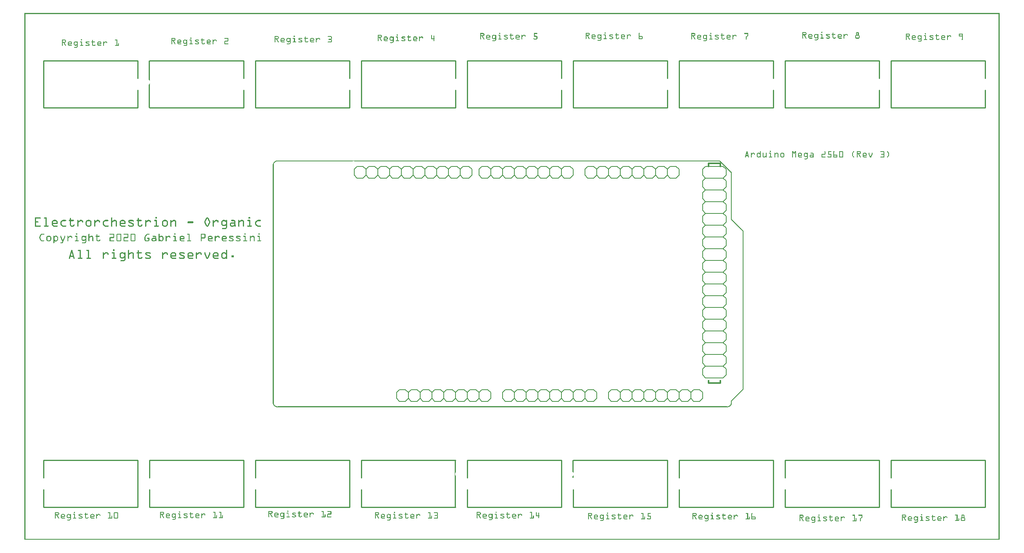
<source format=gto>
G04 MADE WITH FRITZING*
G04 WWW.FRITZING.ORG*
G04 DOUBLE SIDED*
G04 HOLES PLATED*
G04 CONTOUR ON CENTER OF CONTOUR VECTOR*
%ASAXBY*%
%FSLAX23Y23*%
%MOIN*%
%OFA0B0*%
%SFA1.0B1.0*%
%ADD10C,0.012000*%
%ADD11C,0.006000*%
%ADD12C,0.010000*%
%ADD13R,0.001000X0.001000*%
%LNSILK1*%
G90*
G70*
G54D10*
X5811Y1354D02*
X5811Y1334D01*
D02*
X5811Y1334D02*
X5911Y1334D01*
D02*
X5911Y1334D02*
X5911Y1354D01*
D02*
X5811Y3179D02*
X5811Y3204D01*
D02*
X5811Y3204D02*
X5911Y3204D01*
D02*
X5911Y3204D02*
X5911Y3179D01*
G54D11*
D02*
X5586Y1279D02*
X5636Y1279D01*
D02*
X5636Y1279D02*
X5661Y1254D01*
D02*
X5661Y1254D02*
X5661Y1204D01*
D02*
X5661Y1204D02*
X5636Y1179D01*
D02*
X5461Y1254D02*
X5486Y1279D01*
D02*
X5486Y1279D02*
X5536Y1279D01*
D02*
X5536Y1279D02*
X5561Y1254D01*
D02*
X5561Y1254D02*
X5561Y1204D01*
D02*
X5561Y1204D02*
X5536Y1179D01*
D02*
X5536Y1179D02*
X5486Y1179D01*
D02*
X5486Y1179D02*
X5461Y1204D01*
D02*
X5586Y1279D02*
X5561Y1254D01*
D02*
X5561Y1204D02*
X5586Y1179D01*
D02*
X5636Y1179D02*
X5586Y1179D01*
D02*
X5286Y1279D02*
X5336Y1279D01*
D02*
X5336Y1279D02*
X5361Y1254D01*
D02*
X5361Y1254D02*
X5361Y1204D01*
D02*
X5361Y1204D02*
X5336Y1179D01*
D02*
X5361Y1254D02*
X5386Y1279D01*
D02*
X5386Y1279D02*
X5436Y1279D01*
D02*
X5436Y1279D02*
X5461Y1254D01*
D02*
X5461Y1254D02*
X5461Y1204D01*
D02*
X5461Y1204D02*
X5436Y1179D01*
D02*
X5436Y1179D02*
X5386Y1179D01*
D02*
X5386Y1179D02*
X5361Y1204D01*
D02*
X5161Y1254D02*
X5186Y1279D01*
D02*
X5186Y1279D02*
X5236Y1279D01*
D02*
X5236Y1279D02*
X5261Y1254D01*
D02*
X5261Y1254D02*
X5261Y1204D01*
D02*
X5261Y1204D02*
X5236Y1179D01*
D02*
X5236Y1179D02*
X5186Y1179D01*
D02*
X5186Y1179D02*
X5161Y1204D01*
D02*
X5286Y1279D02*
X5261Y1254D01*
D02*
X5261Y1204D02*
X5286Y1179D01*
D02*
X5336Y1179D02*
X5286Y1179D01*
D02*
X4986Y1279D02*
X5036Y1279D01*
D02*
X5036Y1279D02*
X5061Y1254D01*
D02*
X5061Y1254D02*
X5061Y1204D01*
D02*
X5061Y1204D02*
X5036Y1179D01*
D02*
X5061Y1254D02*
X5086Y1279D01*
D02*
X5086Y1279D02*
X5136Y1279D01*
D02*
X5136Y1279D02*
X5161Y1254D01*
D02*
X5161Y1254D02*
X5161Y1204D01*
D02*
X5161Y1204D02*
X5136Y1179D01*
D02*
X5136Y1179D02*
X5086Y1179D01*
D02*
X5086Y1179D02*
X5061Y1204D01*
D02*
X4961Y1254D02*
X4961Y1204D01*
D02*
X4986Y1279D02*
X4961Y1254D01*
D02*
X4961Y1204D02*
X4986Y1179D01*
D02*
X5036Y1179D02*
X4986Y1179D01*
D02*
X5686Y1279D02*
X5736Y1279D01*
D02*
X5736Y1279D02*
X5761Y1254D01*
D02*
X5761Y1254D02*
X5761Y1204D01*
D02*
X5761Y1204D02*
X5736Y1179D01*
D02*
X5686Y1279D02*
X5661Y1254D01*
D02*
X5661Y1204D02*
X5686Y1179D01*
D02*
X5736Y1179D02*
X5686Y1179D01*
D02*
X4686Y1279D02*
X4736Y1279D01*
D02*
X4736Y1279D02*
X4761Y1254D01*
D02*
X4761Y1254D02*
X4761Y1204D01*
D02*
X4761Y1204D02*
X4736Y1179D01*
D02*
X4561Y1254D02*
X4586Y1279D01*
D02*
X4586Y1279D02*
X4636Y1279D01*
D02*
X4636Y1279D02*
X4661Y1254D01*
D02*
X4661Y1254D02*
X4661Y1204D01*
D02*
X4661Y1204D02*
X4636Y1179D01*
D02*
X4636Y1179D02*
X4586Y1179D01*
D02*
X4586Y1179D02*
X4561Y1204D01*
D02*
X4686Y1279D02*
X4661Y1254D01*
D02*
X4661Y1204D02*
X4686Y1179D01*
D02*
X4736Y1179D02*
X4686Y1179D01*
D02*
X4386Y1279D02*
X4436Y1279D01*
D02*
X4436Y1279D02*
X4461Y1254D01*
D02*
X4461Y1254D02*
X4461Y1204D01*
D02*
X4461Y1204D02*
X4436Y1179D01*
D02*
X4461Y1254D02*
X4486Y1279D01*
D02*
X4486Y1279D02*
X4536Y1279D01*
D02*
X4536Y1279D02*
X4561Y1254D01*
D02*
X4561Y1254D02*
X4561Y1204D01*
D02*
X4561Y1204D02*
X4536Y1179D01*
D02*
X4536Y1179D02*
X4486Y1179D01*
D02*
X4486Y1179D02*
X4461Y1204D01*
D02*
X4261Y1254D02*
X4286Y1279D01*
D02*
X4286Y1279D02*
X4336Y1279D01*
D02*
X4336Y1279D02*
X4361Y1254D01*
D02*
X4361Y1254D02*
X4361Y1204D01*
D02*
X4361Y1204D02*
X4336Y1179D01*
D02*
X4336Y1179D02*
X4286Y1179D01*
D02*
X4286Y1179D02*
X4261Y1204D01*
D02*
X4386Y1279D02*
X4361Y1254D01*
D02*
X4361Y1204D02*
X4386Y1179D01*
D02*
X4436Y1179D02*
X4386Y1179D01*
D02*
X4086Y1279D02*
X4136Y1279D01*
D02*
X4136Y1279D02*
X4161Y1254D01*
D02*
X4161Y1254D02*
X4161Y1204D01*
D02*
X4161Y1204D02*
X4136Y1179D01*
D02*
X4161Y1254D02*
X4186Y1279D01*
D02*
X4186Y1279D02*
X4236Y1279D01*
D02*
X4236Y1279D02*
X4261Y1254D01*
D02*
X4261Y1254D02*
X4261Y1204D01*
D02*
X4261Y1204D02*
X4236Y1179D01*
D02*
X4236Y1179D02*
X4186Y1179D01*
D02*
X4186Y1179D02*
X4161Y1204D01*
D02*
X4061Y1254D02*
X4061Y1204D01*
D02*
X4086Y1279D02*
X4061Y1254D01*
D02*
X4061Y1204D02*
X4086Y1179D01*
D02*
X4136Y1179D02*
X4086Y1179D01*
D02*
X4786Y1279D02*
X4836Y1279D01*
D02*
X4836Y1279D02*
X4861Y1254D01*
D02*
X4861Y1254D02*
X4861Y1204D01*
D02*
X4861Y1204D02*
X4836Y1179D01*
D02*
X4786Y1279D02*
X4761Y1254D01*
D02*
X4761Y1204D02*
X4786Y1179D01*
D02*
X4836Y1179D02*
X4786Y1179D01*
D02*
X4936Y3079D02*
X4886Y3079D01*
D02*
X4886Y3079D02*
X4861Y3104D01*
D02*
X4861Y3104D02*
X4861Y3154D01*
D02*
X4861Y3154D02*
X4886Y3179D01*
D02*
X5061Y3104D02*
X5036Y3079D01*
D02*
X5036Y3079D02*
X4986Y3079D01*
D02*
X4986Y3079D02*
X4961Y3104D01*
D02*
X4961Y3104D02*
X4961Y3154D01*
D02*
X4961Y3154D02*
X4986Y3179D01*
D02*
X4986Y3179D02*
X5036Y3179D01*
D02*
X5036Y3179D02*
X5061Y3154D01*
D02*
X4936Y3079D02*
X4961Y3104D01*
D02*
X4961Y3154D02*
X4936Y3179D01*
D02*
X4886Y3179D02*
X4936Y3179D01*
D02*
X5236Y3079D02*
X5186Y3079D01*
D02*
X5186Y3079D02*
X5161Y3104D01*
D02*
X5161Y3104D02*
X5161Y3154D01*
D02*
X5161Y3154D02*
X5186Y3179D01*
D02*
X5161Y3104D02*
X5136Y3079D01*
D02*
X5136Y3079D02*
X5086Y3079D01*
D02*
X5086Y3079D02*
X5061Y3104D01*
D02*
X5061Y3104D02*
X5061Y3154D01*
D02*
X5061Y3154D02*
X5086Y3179D01*
D02*
X5086Y3179D02*
X5136Y3179D01*
D02*
X5136Y3179D02*
X5161Y3154D01*
D02*
X5361Y3104D02*
X5336Y3079D01*
D02*
X5336Y3079D02*
X5286Y3079D01*
D02*
X5286Y3079D02*
X5261Y3104D01*
D02*
X5261Y3104D02*
X5261Y3154D01*
D02*
X5261Y3154D02*
X5286Y3179D01*
D02*
X5286Y3179D02*
X5336Y3179D01*
D02*
X5336Y3179D02*
X5361Y3154D01*
D02*
X5236Y3079D02*
X5261Y3104D01*
D02*
X5261Y3154D02*
X5236Y3179D01*
D02*
X5186Y3179D02*
X5236Y3179D01*
D02*
X5536Y3079D02*
X5486Y3079D01*
D02*
X5486Y3079D02*
X5461Y3104D01*
D02*
X5461Y3104D02*
X5461Y3154D01*
D02*
X5461Y3154D02*
X5486Y3179D01*
D02*
X5461Y3104D02*
X5436Y3079D01*
D02*
X5436Y3079D02*
X5386Y3079D01*
D02*
X5386Y3079D02*
X5361Y3104D01*
D02*
X5361Y3104D02*
X5361Y3154D01*
D02*
X5361Y3154D02*
X5386Y3179D01*
D02*
X5386Y3179D02*
X5436Y3179D01*
D02*
X5436Y3179D02*
X5461Y3154D01*
D02*
X5561Y3104D02*
X5561Y3154D01*
D02*
X5536Y3079D02*
X5561Y3104D01*
D02*
X5561Y3154D02*
X5536Y3179D01*
D02*
X5486Y3179D02*
X5536Y3179D01*
D02*
X4836Y3079D02*
X4786Y3079D01*
D02*
X4786Y3079D02*
X4761Y3104D01*
D02*
X4761Y3104D02*
X4761Y3154D01*
D02*
X4761Y3154D02*
X4786Y3179D01*
D02*
X4836Y3079D02*
X4861Y3104D01*
D02*
X4861Y3154D02*
X4836Y3179D01*
D02*
X4786Y3179D02*
X4836Y3179D01*
D02*
X3601Y3154D02*
X3626Y3179D01*
D02*
X3626Y3179D02*
X3676Y3179D01*
D02*
X3676Y3179D02*
X3701Y3154D01*
D02*
X3701Y3154D02*
X3701Y3104D01*
D02*
X3701Y3104D02*
X3676Y3079D01*
D02*
X3676Y3079D02*
X3626Y3079D01*
D02*
X3626Y3079D02*
X3601Y3104D01*
D02*
X3426Y3179D02*
X3476Y3179D01*
D02*
X3476Y3179D02*
X3501Y3154D01*
D02*
X3501Y3154D02*
X3501Y3104D01*
D02*
X3501Y3104D02*
X3476Y3079D01*
D02*
X3501Y3154D02*
X3526Y3179D01*
D02*
X3526Y3179D02*
X3576Y3179D01*
D02*
X3576Y3179D02*
X3601Y3154D01*
D02*
X3601Y3154D02*
X3601Y3104D01*
D02*
X3601Y3104D02*
X3576Y3079D01*
D02*
X3576Y3079D02*
X3526Y3079D01*
D02*
X3526Y3079D02*
X3501Y3104D01*
D02*
X3301Y3154D02*
X3326Y3179D01*
D02*
X3326Y3179D02*
X3376Y3179D01*
D02*
X3376Y3179D02*
X3401Y3154D01*
D02*
X3401Y3154D02*
X3401Y3104D01*
D02*
X3401Y3104D02*
X3376Y3079D01*
D02*
X3376Y3079D02*
X3326Y3079D01*
D02*
X3326Y3079D02*
X3301Y3104D01*
D02*
X3426Y3179D02*
X3401Y3154D01*
D02*
X3401Y3104D02*
X3426Y3079D01*
D02*
X3476Y3079D02*
X3426Y3079D01*
D02*
X3126Y3179D02*
X3176Y3179D01*
D02*
X3176Y3179D02*
X3201Y3154D01*
D02*
X3201Y3154D02*
X3201Y3104D01*
D02*
X3201Y3104D02*
X3176Y3079D01*
D02*
X3201Y3154D02*
X3226Y3179D01*
D02*
X3226Y3179D02*
X3276Y3179D01*
D02*
X3276Y3179D02*
X3301Y3154D01*
D02*
X3301Y3154D02*
X3301Y3104D01*
D02*
X3301Y3104D02*
X3276Y3079D01*
D02*
X3276Y3079D02*
X3226Y3079D01*
D02*
X3226Y3079D02*
X3201Y3104D01*
D02*
X3001Y3154D02*
X3026Y3179D01*
D02*
X3026Y3179D02*
X3076Y3179D01*
D02*
X3076Y3179D02*
X3101Y3154D01*
D02*
X3101Y3154D02*
X3101Y3104D01*
D02*
X3101Y3104D02*
X3076Y3079D01*
D02*
X3076Y3079D02*
X3026Y3079D01*
D02*
X3026Y3079D02*
X3001Y3104D01*
D02*
X3126Y3179D02*
X3101Y3154D01*
D02*
X3101Y3104D02*
X3126Y3079D01*
D02*
X3176Y3079D02*
X3126Y3079D01*
D02*
X2826Y3179D02*
X2876Y3179D01*
D02*
X2876Y3179D02*
X2901Y3154D01*
D02*
X2901Y3154D02*
X2901Y3104D01*
D02*
X2901Y3104D02*
X2876Y3079D01*
D02*
X2901Y3154D02*
X2926Y3179D01*
D02*
X2926Y3179D02*
X2976Y3179D01*
D02*
X2976Y3179D02*
X3001Y3154D01*
D02*
X3001Y3154D02*
X3001Y3104D01*
D02*
X3001Y3104D02*
X2976Y3079D01*
D02*
X2976Y3079D02*
X2926Y3079D01*
D02*
X2926Y3079D02*
X2901Y3104D01*
D02*
X2801Y3154D02*
X2801Y3104D01*
D02*
X2826Y3179D02*
X2801Y3154D01*
D02*
X2801Y3104D02*
X2826Y3079D01*
D02*
X2876Y3079D02*
X2826Y3079D01*
D02*
X3726Y3179D02*
X3776Y3179D01*
D02*
X3776Y3179D02*
X3801Y3154D01*
D02*
X3801Y3154D02*
X3801Y3104D01*
D02*
X3801Y3104D02*
X3776Y3079D01*
D02*
X3726Y3179D02*
X3701Y3154D01*
D02*
X3701Y3104D02*
X3726Y3079D01*
D02*
X3776Y3079D02*
X3726Y3079D01*
D02*
X3786Y1279D02*
X3836Y1279D01*
D02*
X3836Y1279D02*
X3861Y1254D01*
D02*
X3861Y1254D02*
X3861Y1204D01*
D02*
X3861Y1204D02*
X3836Y1179D01*
D02*
X3661Y1254D02*
X3686Y1279D01*
D02*
X3686Y1279D02*
X3736Y1279D01*
D02*
X3736Y1279D02*
X3761Y1254D01*
D02*
X3761Y1254D02*
X3761Y1204D01*
D02*
X3761Y1204D02*
X3736Y1179D01*
D02*
X3736Y1179D02*
X3686Y1179D01*
D02*
X3686Y1179D02*
X3661Y1204D01*
D02*
X3786Y1279D02*
X3761Y1254D01*
D02*
X3761Y1204D02*
X3786Y1179D01*
D02*
X3836Y1179D02*
X3786Y1179D01*
D02*
X3486Y1279D02*
X3536Y1279D01*
D02*
X3536Y1279D02*
X3561Y1254D01*
D02*
X3561Y1254D02*
X3561Y1204D01*
D02*
X3561Y1204D02*
X3536Y1179D01*
D02*
X3561Y1254D02*
X3586Y1279D01*
D02*
X3586Y1279D02*
X3636Y1279D01*
D02*
X3636Y1279D02*
X3661Y1254D01*
D02*
X3661Y1254D02*
X3661Y1204D01*
D02*
X3661Y1204D02*
X3636Y1179D01*
D02*
X3636Y1179D02*
X3586Y1179D01*
D02*
X3586Y1179D02*
X3561Y1204D01*
D02*
X3361Y1254D02*
X3386Y1279D01*
D02*
X3386Y1279D02*
X3436Y1279D01*
D02*
X3436Y1279D02*
X3461Y1254D01*
D02*
X3461Y1254D02*
X3461Y1204D01*
D02*
X3461Y1204D02*
X3436Y1179D01*
D02*
X3436Y1179D02*
X3386Y1179D01*
D02*
X3386Y1179D02*
X3361Y1204D01*
D02*
X3486Y1279D02*
X3461Y1254D01*
D02*
X3461Y1204D02*
X3486Y1179D01*
D02*
X3536Y1179D02*
X3486Y1179D01*
D02*
X3186Y1279D02*
X3236Y1279D01*
D02*
X3236Y1279D02*
X3261Y1254D01*
D02*
X3261Y1254D02*
X3261Y1204D01*
D02*
X3261Y1204D02*
X3236Y1179D01*
D02*
X3261Y1254D02*
X3286Y1279D01*
D02*
X3286Y1279D02*
X3336Y1279D01*
D02*
X3336Y1279D02*
X3361Y1254D01*
D02*
X3361Y1254D02*
X3361Y1204D01*
D02*
X3361Y1204D02*
X3336Y1179D01*
D02*
X3336Y1179D02*
X3286Y1179D01*
D02*
X3286Y1179D02*
X3261Y1204D01*
D02*
X3161Y1254D02*
X3161Y1204D01*
D02*
X3186Y1279D02*
X3161Y1254D01*
D02*
X3161Y1204D02*
X3186Y1179D01*
D02*
X3236Y1179D02*
X3186Y1179D01*
D02*
X3886Y1279D02*
X3936Y1279D01*
D02*
X3936Y1279D02*
X3961Y1254D01*
D02*
X3961Y1254D02*
X3961Y1204D01*
D02*
X3961Y1204D02*
X3936Y1179D01*
D02*
X3886Y1279D02*
X3861Y1254D01*
D02*
X3861Y1204D02*
X3886Y1179D01*
D02*
X3936Y1179D02*
X3886Y1179D01*
D02*
X4036Y3079D02*
X3986Y3079D01*
D02*
X3986Y3079D02*
X3961Y3104D01*
D02*
X3961Y3104D02*
X3961Y3154D01*
D02*
X3961Y3154D02*
X3986Y3179D01*
D02*
X4161Y3104D02*
X4136Y3079D01*
D02*
X4136Y3079D02*
X4086Y3079D01*
D02*
X4086Y3079D02*
X4061Y3104D01*
D02*
X4061Y3104D02*
X4061Y3154D01*
D02*
X4061Y3154D02*
X4086Y3179D01*
D02*
X4086Y3179D02*
X4136Y3179D01*
D02*
X4136Y3179D02*
X4161Y3154D01*
D02*
X4036Y3079D02*
X4061Y3104D01*
D02*
X4061Y3154D02*
X4036Y3179D01*
D02*
X3986Y3179D02*
X4036Y3179D01*
D02*
X4336Y3079D02*
X4286Y3079D01*
D02*
X4286Y3079D02*
X4261Y3104D01*
D02*
X4261Y3104D02*
X4261Y3154D01*
D02*
X4261Y3154D02*
X4286Y3179D01*
D02*
X4261Y3104D02*
X4236Y3079D01*
D02*
X4236Y3079D02*
X4186Y3079D01*
D02*
X4186Y3079D02*
X4161Y3104D01*
D02*
X4161Y3104D02*
X4161Y3154D01*
D02*
X4161Y3154D02*
X4186Y3179D01*
D02*
X4186Y3179D02*
X4236Y3179D01*
D02*
X4236Y3179D02*
X4261Y3154D01*
D02*
X4461Y3104D02*
X4436Y3079D01*
D02*
X4436Y3079D02*
X4386Y3079D01*
D02*
X4386Y3079D02*
X4361Y3104D01*
D02*
X4361Y3104D02*
X4361Y3154D01*
D02*
X4361Y3154D02*
X4386Y3179D01*
D02*
X4386Y3179D02*
X4436Y3179D01*
D02*
X4436Y3179D02*
X4461Y3154D01*
D02*
X4336Y3079D02*
X4361Y3104D01*
D02*
X4361Y3154D02*
X4336Y3179D01*
D02*
X4286Y3179D02*
X4336Y3179D01*
D02*
X4636Y3079D02*
X4586Y3079D01*
D02*
X4586Y3079D02*
X4561Y3104D01*
D02*
X4561Y3104D02*
X4561Y3154D01*
D02*
X4561Y3154D02*
X4586Y3179D01*
D02*
X4561Y3104D02*
X4536Y3079D01*
D02*
X4536Y3079D02*
X4486Y3079D01*
D02*
X4486Y3079D02*
X4461Y3104D01*
D02*
X4461Y3104D02*
X4461Y3154D01*
D02*
X4461Y3154D02*
X4486Y3179D01*
D02*
X4486Y3179D02*
X4536Y3179D01*
D02*
X4536Y3179D02*
X4561Y3154D01*
D02*
X4661Y3104D02*
X4661Y3154D01*
D02*
X4636Y3079D02*
X4661Y3104D01*
D02*
X4661Y3154D02*
X4636Y3179D01*
D02*
X4586Y3179D02*
X4636Y3179D01*
D02*
X3936Y3079D02*
X3886Y3079D01*
D02*
X3886Y3079D02*
X3861Y3104D01*
D02*
X3861Y3104D02*
X3861Y3154D01*
D02*
X3861Y3154D02*
X3886Y3179D01*
D02*
X3936Y3079D02*
X3961Y3104D01*
D02*
X3961Y3154D02*
X3936Y3179D01*
D02*
X3886Y3179D02*
X3936Y3179D01*
D02*
X5786Y3179D02*
X5761Y3154D01*
D02*
X5761Y3154D02*
X5761Y3104D01*
D02*
X5761Y3104D02*
X5786Y3079D01*
D02*
X5786Y3079D02*
X5761Y3054D01*
D02*
X5761Y3054D02*
X5761Y3004D01*
D02*
X5761Y3004D02*
X5786Y2979D01*
D02*
X5786Y2979D02*
X5761Y2954D01*
D02*
X5761Y2954D02*
X5761Y2904D01*
D02*
X5761Y2904D02*
X5786Y2879D01*
D02*
X5786Y2879D02*
X5761Y2854D01*
D02*
X5761Y2854D02*
X5761Y2804D01*
D02*
X5761Y2804D02*
X5786Y2779D01*
D02*
X5786Y2779D02*
X5761Y2754D01*
D02*
X5761Y2754D02*
X5761Y2704D01*
D02*
X5761Y2704D02*
X5786Y2679D01*
D02*
X5786Y2679D02*
X5761Y2654D01*
D02*
X5761Y2654D02*
X5761Y2604D01*
D02*
X5761Y2604D02*
X5786Y2579D01*
D02*
X5786Y3179D02*
X5936Y3179D01*
D02*
X5936Y3179D02*
X5961Y3154D01*
D02*
X5961Y3154D02*
X5961Y3104D01*
D02*
X5961Y3104D02*
X5936Y3079D01*
D02*
X5936Y3079D02*
X5961Y3054D01*
D02*
X5961Y3054D02*
X5961Y3004D01*
D02*
X5961Y3004D02*
X5936Y2979D01*
D02*
X5936Y2979D02*
X5961Y2954D01*
D02*
X5961Y2954D02*
X5961Y2904D01*
D02*
X5961Y2904D02*
X5936Y2879D01*
D02*
X5936Y2879D02*
X5961Y2854D01*
D02*
X5961Y2854D02*
X5961Y2804D01*
D02*
X5961Y2804D02*
X5936Y2779D01*
D02*
X5936Y2779D02*
X5961Y2754D01*
D02*
X5961Y2754D02*
X5961Y2704D01*
D02*
X5961Y2704D02*
X5936Y2679D01*
D02*
X5936Y2679D02*
X5961Y2654D01*
D02*
X5961Y2654D02*
X5961Y2604D01*
D02*
X5961Y2604D02*
X5936Y2579D01*
D02*
X5936Y2579D02*
X5961Y2554D01*
D02*
X5961Y2554D02*
X5961Y2504D01*
D02*
X5961Y2504D02*
X5936Y2479D01*
D02*
X5936Y2479D02*
X5961Y2454D01*
D02*
X5961Y2454D02*
X5961Y2404D01*
D02*
X5961Y2404D02*
X5936Y2379D01*
D02*
X5936Y2379D02*
X5961Y2354D01*
D02*
X5961Y2354D02*
X5961Y2304D01*
D02*
X5961Y2304D02*
X5936Y2279D01*
D02*
X5936Y2279D02*
X5961Y2254D01*
D02*
X5961Y2254D02*
X5961Y2204D01*
D02*
X5961Y2204D02*
X5936Y2179D01*
D02*
X5936Y2179D02*
X5961Y2154D01*
D02*
X5961Y2154D02*
X5961Y2104D01*
D02*
X5961Y2104D02*
X5936Y2079D01*
D02*
X5936Y2079D02*
X5961Y2054D01*
D02*
X5961Y2054D02*
X5961Y2004D01*
D02*
X5936Y1979D02*
X5961Y2004D01*
D02*
X5936Y1979D02*
X5961Y1954D01*
D02*
X5961Y1904D02*
X5961Y1954D01*
D02*
X5961Y1904D02*
X5936Y1879D01*
D02*
X5936Y1879D02*
X5961Y1854D01*
D02*
X5961Y1804D02*
X5961Y1854D01*
D02*
X5961Y1804D02*
X5936Y1779D01*
D02*
X5936Y1779D02*
X5961Y1754D01*
D02*
X5961Y1704D02*
X5961Y1754D01*
D02*
X5961Y1704D02*
X5936Y1679D01*
D02*
X5936Y1679D02*
X5961Y1654D01*
D02*
X5961Y1604D02*
X5961Y1654D01*
D02*
X5961Y1604D02*
X5936Y1579D01*
D02*
X5936Y1579D02*
X5961Y1554D01*
D02*
X5961Y1504D02*
X5961Y1554D01*
D02*
X5961Y1504D02*
X5936Y1479D01*
D02*
X5936Y1479D02*
X5961Y1454D01*
D02*
X5961Y1404D02*
X5961Y1454D01*
D02*
X5961Y1404D02*
X5936Y1379D01*
D02*
X5786Y1379D02*
X5761Y1404D01*
D02*
X5761Y1404D02*
X5761Y1454D01*
D02*
X5786Y1479D02*
X5761Y1454D01*
D02*
X5786Y1479D02*
X5761Y1504D01*
D02*
X5761Y1504D02*
X5761Y1554D01*
D02*
X5786Y1579D02*
X5761Y1554D01*
D02*
X5786Y1579D02*
X5761Y1604D01*
D02*
X5761Y1654D02*
X5761Y1604D01*
D02*
X5761Y1654D02*
X5786Y1679D01*
D02*
X5786Y1679D02*
X5761Y1704D01*
D02*
X5761Y1754D02*
X5761Y1704D01*
D02*
X5761Y1754D02*
X5786Y1779D01*
D02*
X5786Y1779D02*
X5761Y1804D01*
D02*
X5761Y1804D02*
X5761Y1854D01*
D02*
X5786Y1879D02*
X5761Y1854D01*
D02*
X5786Y1879D02*
X5761Y1904D01*
D02*
X5761Y1904D02*
X5761Y1954D01*
D02*
X5786Y1979D02*
X5761Y1954D01*
D02*
X5786Y1979D02*
X5761Y2004D01*
D02*
X5761Y2004D02*
X5761Y2054D01*
D02*
X5786Y2079D02*
X5761Y2054D01*
D02*
X5786Y2079D02*
X5761Y2104D01*
D02*
X5761Y2104D02*
X5761Y2154D01*
D02*
X5786Y2179D02*
X5761Y2154D01*
D02*
X5786Y2179D02*
X5761Y2204D01*
D02*
X5761Y2204D02*
X5761Y2254D01*
D02*
X5786Y2279D02*
X5761Y2254D01*
D02*
X5786Y2279D02*
X5761Y2304D01*
D02*
X5761Y2304D02*
X5761Y2354D01*
D02*
X5786Y2379D02*
X5761Y2354D01*
D02*
X5786Y2379D02*
X5761Y2404D01*
D02*
X5761Y2404D02*
X5761Y2454D01*
D02*
X5786Y2479D02*
X5761Y2454D01*
D02*
X5786Y2479D02*
X5761Y2504D01*
D02*
X5761Y2504D02*
X5761Y2554D01*
D02*
X5786Y2579D02*
X5761Y2554D01*
D02*
X5936Y3079D02*
X5786Y3079D01*
D02*
X5936Y2979D02*
X5786Y2979D01*
D02*
X5936Y2879D02*
X5786Y2879D01*
D02*
X5936Y2779D02*
X5786Y2779D01*
D02*
X5936Y2679D02*
X5786Y2679D01*
D02*
X5936Y2579D02*
X5786Y2579D01*
D02*
X5936Y2479D02*
X5786Y2479D01*
D02*
X5936Y2379D02*
X5786Y2379D01*
D02*
X5936Y2279D02*
X5786Y2279D01*
D02*
X5936Y2179D02*
X5786Y2179D01*
D02*
X5936Y2079D02*
X5786Y2079D01*
D02*
X5936Y1979D02*
X5786Y1979D01*
D02*
X5936Y1879D02*
X5786Y1879D01*
D02*
X5936Y1779D02*
X5786Y1779D01*
D02*
X5936Y1679D02*
X5786Y1679D01*
D02*
X5936Y1579D02*
X5786Y1579D01*
D02*
X5936Y1479D02*
X5786Y1479D01*
D02*
X5936Y1379D02*
X5786Y1379D01*
G54D12*
D02*
X961Y4079D02*
X161Y4079D01*
D02*
X161Y4079D02*
X161Y3679D01*
D02*
X161Y3679D02*
X961Y3679D01*
D02*
X961Y4079D02*
X961Y3929D01*
D02*
X961Y3829D02*
X961Y3679D01*
D02*
X7361Y279D02*
X8161Y279D01*
D02*
X8161Y279D02*
X8161Y679D01*
D02*
X8161Y679D02*
X7361Y679D01*
D02*
X7361Y279D02*
X7361Y429D01*
D02*
X7361Y529D02*
X7361Y679D01*
D02*
X1861Y4079D02*
X1061Y4079D01*
D02*
X1061Y3679D02*
X1861Y3679D01*
D02*
X1861Y4079D02*
X1861Y3929D01*
D02*
X1861Y3829D02*
X1861Y3679D01*
D02*
X2761Y4079D02*
X1961Y4079D01*
D02*
X1961Y4079D02*
X1961Y3679D01*
D02*
X1961Y3679D02*
X2761Y3679D01*
D02*
X2761Y4079D02*
X2761Y3929D01*
D02*
X2761Y3829D02*
X2761Y3679D01*
D02*
X3661Y4079D02*
X2861Y4079D01*
D02*
X2861Y4079D02*
X2861Y3679D01*
D02*
X2861Y3679D02*
X3661Y3679D01*
D02*
X3661Y4079D02*
X3661Y3929D01*
D02*
X3661Y3829D02*
X3661Y3679D01*
D02*
X4561Y4079D02*
X3761Y4079D01*
D02*
X3761Y4079D02*
X3761Y3679D01*
D02*
X3761Y3679D02*
X4561Y3679D01*
D02*
X4561Y4079D02*
X4561Y3929D01*
D02*
X4561Y3829D02*
X4561Y3679D01*
D02*
X5461Y4079D02*
X4661Y4079D01*
D02*
X4661Y4079D02*
X4661Y3679D01*
D02*
X4661Y3679D02*
X5461Y3679D01*
D02*
X5461Y4079D02*
X5461Y3929D01*
D02*
X5461Y3829D02*
X5461Y3679D01*
D02*
X6361Y4079D02*
X5561Y4079D01*
D02*
X5561Y4079D02*
X5561Y3679D01*
D02*
X5561Y3679D02*
X6361Y3679D01*
D02*
X6361Y4079D02*
X6361Y3929D01*
D02*
X6361Y3829D02*
X6361Y3679D01*
D02*
X7261Y4079D02*
X6461Y4079D01*
D02*
X6461Y4079D02*
X6461Y3679D01*
D02*
X6461Y3679D02*
X7261Y3679D01*
D02*
X7261Y4079D02*
X7261Y3929D01*
D02*
X7261Y3829D02*
X7261Y3679D01*
D02*
X8161Y4079D02*
X7361Y4079D01*
D02*
X7361Y4079D02*
X7361Y3679D01*
D02*
X7361Y3679D02*
X8161Y3679D01*
D02*
X8161Y4079D02*
X8161Y3929D01*
D02*
X8161Y3829D02*
X8161Y3679D01*
D02*
X161Y279D02*
X961Y279D01*
D02*
X961Y279D02*
X961Y679D01*
D02*
X961Y679D02*
X161Y679D01*
D02*
X161Y279D02*
X161Y429D01*
D02*
X161Y529D02*
X161Y679D01*
D02*
X1061Y279D02*
X1861Y279D01*
D02*
X1861Y279D02*
X1861Y679D01*
D02*
X1861Y679D02*
X1061Y679D01*
D02*
X1061Y279D02*
X1061Y429D01*
D02*
X1061Y529D02*
X1061Y679D01*
D02*
X1961Y279D02*
X2761Y279D01*
D02*
X2761Y279D02*
X2761Y679D01*
D02*
X2761Y679D02*
X1961Y679D01*
D02*
X1961Y279D02*
X1961Y429D01*
D02*
X1961Y529D02*
X1961Y679D01*
D02*
X2861Y279D02*
X3661Y279D01*
D02*
X3661Y679D02*
X2861Y679D01*
D02*
X2861Y279D02*
X2861Y429D01*
D02*
X2861Y529D02*
X2861Y679D01*
D02*
X3761Y279D02*
X4561Y279D01*
D02*
X4561Y279D02*
X4561Y679D01*
D02*
X4561Y679D02*
X3761Y679D01*
D02*
X3761Y279D02*
X3761Y429D01*
D02*
X3761Y529D02*
X3761Y679D01*
D02*
X4661Y279D02*
X5461Y279D01*
D02*
X5461Y279D02*
X5461Y679D01*
D02*
X5461Y679D02*
X4661Y679D01*
D02*
X4661Y279D02*
X4661Y429D01*
D02*
X5561Y279D02*
X6361Y279D01*
D02*
X6361Y279D02*
X6361Y679D01*
D02*
X6361Y679D02*
X5561Y679D01*
D02*
X5561Y279D02*
X5561Y429D01*
D02*
X5561Y529D02*
X5561Y679D01*
D02*
X6461Y279D02*
X7261Y279D01*
D02*
X7261Y279D02*
X7261Y679D01*
D02*
X7261Y679D02*
X6461Y679D01*
D02*
X6461Y279D02*
X6461Y429D01*
D02*
X6461Y529D02*
X6461Y679D01*
G54D13*
X0Y4483D02*
X8284Y4483D01*
X0Y4482D02*
X8284Y4482D01*
X0Y4481D02*
X8284Y4481D01*
X0Y4480D02*
X8284Y4480D01*
X0Y4479D02*
X8284Y4479D01*
X0Y4478D02*
X8284Y4478D01*
X0Y4477D02*
X8284Y4477D01*
X0Y4476D02*
X8284Y4476D01*
X0Y4475D02*
X7Y4475D01*
X8277Y4475D02*
X8284Y4475D01*
X0Y4474D02*
X7Y4474D01*
X8277Y4474D02*
X8284Y4474D01*
X0Y4473D02*
X7Y4473D01*
X8277Y4473D02*
X8284Y4473D01*
X0Y4472D02*
X7Y4472D01*
X8277Y4472D02*
X8284Y4472D01*
X0Y4471D02*
X7Y4471D01*
X8277Y4471D02*
X8284Y4471D01*
X0Y4470D02*
X7Y4470D01*
X8277Y4470D02*
X8284Y4470D01*
X0Y4469D02*
X7Y4469D01*
X8277Y4469D02*
X8284Y4469D01*
X0Y4468D02*
X7Y4468D01*
X8277Y4468D02*
X8284Y4468D01*
X0Y4467D02*
X7Y4467D01*
X8277Y4467D02*
X8284Y4467D01*
X0Y4466D02*
X7Y4466D01*
X8277Y4466D02*
X8284Y4466D01*
X0Y4465D02*
X7Y4465D01*
X8277Y4465D02*
X8284Y4465D01*
X0Y4464D02*
X7Y4464D01*
X8277Y4464D02*
X8284Y4464D01*
X0Y4463D02*
X7Y4463D01*
X8277Y4463D02*
X8284Y4463D01*
X0Y4462D02*
X7Y4462D01*
X8277Y4462D02*
X8284Y4462D01*
X0Y4461D02*
X7Y4461D01*
X8277Y4461D02*
X8284Y4461D01*
X0Y4460D02*
X7Y4460D01*
X8277Y4460D02*
X8284Y4460D01*
X0Y4459D02*
X7Y4459D01*
X8277Y4459D02*
X8284Y4459D01*
X0Y4458D02*
X7Y4458D01*
X8277Y4458D02*
X8284Y4458D01*
X0Y4457D02*
X7Y4457D01*
X8277Y4457D02*
X8284Y4457D01*
X0Y4456D02*
X7Y4456D01*
X8277Y4456D02*
X8284Y4456D01*
X0Y4455D02*
X7Y4455D01*
X8277Y4455D02*
X8284Y4455D01*
X0Y4454D02*
X7Y4454D01*
X8277Y4454D02*
X8284Y4454D01*
X0Y4453D02*
X7Y4453D01*
X8277Y4453D02*
X8284Y4453D01*
X0Y4452D02*
X7Y4452D01*
X8277Y4452D02*
X8284Y4452D01*
X0Y4451D02*
X7Y4451D01*
X8277Y4451D02*
X8284Y4451D01*
X0Y4450D02*
X7Y4450D01*
X8277Y4450D02*
X8284Y4450D01*
X0Y4449D02*
X7Y4449D01*
X8277Y4449D02*
X8284Y4449D01*
X0Y4448D02*
X7Y4448D01*
X8277Y4448D02*
X8284Y4448D01*
X0Y4447D02*
X7Y4447D01*
X8277Y4447D02*
X8284Y4447D01*
X0Y4446D02*
X7Y4446D01*
X8277Y4446D02*
X8284Y4446D01*
X0Y4445D02*
X7Y4445D01*
X8277Y4445D02*
X8284Y4445D01*
X0Y4444D02*
X7Y4444D01*
X8277Y4444D02*
X8284Y4444D01*
X0Y4443D02*
X7Y4443D01*
X8277Y4443D02*
X8284Y4443D01*
X0Y4442D02*
X7Y4442D01*
X8277Y4442D02*
X8284Y4442D01*
X0Y4441D02*
X7Y4441D01*
X8277Y4441D02*
X8284Y4441D01*
X0Y4440D02*
X7Y4440D01*
X8277Y4440D02*
X8284Y4440D01*
X0Y4439D02*
X7Y4439D01*
X8277Y4439D02*
X8284Y4439D01*
X0Y4438D02*
X7Y4438D01*
X8277Y4438D02*
X8284Y4438D01*
X0Y4437D02*
X7Y4437D01*
X8277Y4437D02*
X8284Y4437D01*
X0Y4436D02*
X7Y4436D01*
X8277Y4436D02*
X8284Y4436D01*
X0Y4435D02*
X7Y4435D01*
X8277Y4435D02*
X8284Y4435D01*
X0Y4434D02*
X7Y4434D01*
X8277Y4434D02*
X8284Y4434D01*
X0Y4433D02*
X7Y4433D01*
X8277Y4433D02*
X8284Y4433D01*
X0Y4432D02*
X7Y4432D01*
X8277Y4432D02*
X8284Y4432D01*
X0Y4431D02*
X7Y4431D01*
X8277Y4431D02*
X8284Y4431D01*
X0Y4430D02*
X7Y4430D01*
X8277Y4430D02*
X8284Y4430D01*
X0Y4429D02*
X7Y4429D01*
X8277Y4429D02*
X8284Y4429D01*
X0Y4428D02*
X7Y4428D01*
X8277Y4428D02*
X8284Y4428D01*
X0Y4427D02*
X7Y4427D01*
X8277Y4427D02*
X8284Y4427D01*
X0Y4426D02*
X7Y4426D01*
X8277Y4426D02*
X8284Y4426D01*
X0Y4425D02*
X7Y4425D01*
X8277Y4425D02*
X8284Y4425D01*
X0Y4424D02*
X7Y4424D01*
X8277Y4424D02*
X8284Y4424D01*
X0Y4423D02*
X7Y4423D01*
X8277Y4423D02*
X8284Y4423D01*
X0Y4422D02*
X7Y4422D01*
X8277Y4422D02*
X8284Y4422D01*
X0Y4421D02*
X7Y4421D01*
X8277Y4421D02*
X8284Y4421D01*
X0Y4420D02*
X7Y4420D01*
X8277Y4420D02*
X8284Y4420D01*
X0Y4419D02*
X7Y4419D01*
X8277Y4419D02*
X8284Y4419D01*
X0Y4418D02*
X7Y4418D01*
X8277Y4418D02*
X8284Y4418D01*
X0Y4417D02*
X7Y4417D01*
X8277Y4417D02*
X8284Y4417D01*
X0Y4416D02*
X7Y4416D01*
X8277Y4416D02*
X8284Y4416D01*
X0Y4415D02*
X7Y4415D01*
X8277Y4415D02*
X8284Y4415D01*
X0Y4414D02*
X7Y4414D01*
X8277Y4414D02*
X8284Y4414D01*
X0Y4413D02*
X7Y4413D01*
X8277Y4413D02*
X8284Y4413D01*
X0Y4412D02*
X7Y4412D01*
X8277Y4412D02*
X8284Y4412D01*
X0Y4411D02*
X7Y4411D01*
X8277Y4411D02*
X8284Y4411D01*
X0Y4410D02*
X7Y4410D01*
X8277Y4410D02*
X8284Y4410D01*
X0Y4409D02*
X7Y4409D01*
X8277Y4409D02*
X8284Y4409D01*
X0Y4408D02*
X7Y4408D01*
X8277Y4408D02*
X8284Y4408D01*
X0Y4407D02*
X7Y4407D01*
X8277Y4407D02*
X8284Y4407D01*
X0Y4406D02*
X7Y4406D01*
X8277Y4406D02*
X8284Y4406D01*
X0Y4405D02*
X7Y4405D01*
X8277Y4405D02*
X8284Y4405D01*
X0Y4404D02*
X7Y4404D01*
X8277Y4404D02*
X8284Y4404D01*
X0Y4403D02*
X7Y4403D01*
X8277Y4403D02*
X8284Y4403D01*
X0Y4402D02*
X7Y4402D01*
X8277Y4402D02*
X8284Y4402D01*
X0Y4401D02*
X7Y4401D01*
X8277Y4401D02*
X8284Y4401D01*
X0Y4400D02*
X7Y4400D01*
X8277Y4400D02*
X8284Y4400D01*
X0Y4399D02*
X7Y4399D01*
X8277Y4399D02*
X8284Y4399D01*
X0Y4398D02*
X7Y4398D01*
X8277Y4398D02*
X8284Y4398D01*
X0Y4397D02*
X7Y4397D01*
X8277Y4397D02*
X8284Y4397D01*
X0Y4396D02*
X7Y4396D01*
X8277Y4396D02*
X8284Y4396D01*
X0Y4395D02*
X7Y4395D01*
X8277Y4395D02*
X8284Y4395D01*
X0Y4394D02*
X7Y4394D01*
X8277Y4394D02*
X8284Y4394D01*
X0Y4393D02*
X7Y4393D01*
X8277Y4393D02*
X8284Y4393D01*
X0Y4392D02*
X7Y4392D01*
X8277Y4392D02*
X8284Y4392D01*
X0Y4391D02*
X7Y4391D01*
X8277Y4391D02*
X8284Y4391D01*
X0Y4390D02*
X7Y4390D01*
X8277Y4390D02*
X8284Y4390D01*
X0Y4389D02*
X7Y4389D01*
X8277Y4389D02*
X8284Y4389D01*
X0Y4388D02*
X7Y4388D01*
X8277Y4388D02*
X8284Y4388D01*
X0Y4387D02*
X7Y4387D01*
X8277Y4387D02*
X8284Y4387D01*
X0Y4386D02*
X7Y4386D01*
X8277Y4386D02*
X8284Y4386D01*
X0Y4385D02*
X7Y4385D01*
X8277Y4385D02*
X8284Y4385D01*
X0Y4384D02*
X7Y4384D01*
X8277Y4384D02*
X8284Y4384D01*
X0Y4383D02*
X7Y4383D01*
X8277Y4383D02*
X8284Y4383D01*
X0Y4382D02*
X7Y4382D01*
X8277Y4382D02*
X8284Y4382D01*
X0Y4381D02*
X7Y4381D01*
X8277Y4381D02*
X8284Y4381D01*
X0Y4380D02*
X7Y4380D01*
X8277Y4380D02*
X8284Y4380D01*
X0Y4379D02*
X7Y4379D01*
X8277Y4379D02*
X8284Y4379D01*
X0Y4378D02*
X7Y4378D01*
X8277Y4378D02*
X8284Y4378D01*
X0Y4377D02*
X7Y4377D01*
X8277Y4377D02*
X8284Y4377D01*
X0Y4376D02*
X7Y4376D01*
X8277Y4376D02*
X8284Y4376D01*
X0Y4375D02*
X7Y4375D01*
X8277Y4375D02*
X8284Y4375D01*
X0Y4374D02*
X7Y4374D01*
X8277Y4374D02*
X8284Y4374D01*
X0Y4373D02*
X7Y4373D01*
X8277Y4373D02*
X8284Y4373D01*
X0Y4372D02*
X7Y4372D01*
X8277Y4372D02*
X8284Y4372D01*
X0Y4371D02*
X7Y4371D01*
X8277Y4371D02*
X8284Y4371D01*
X0Y4370D02*
X7Y4370D01*
X8277Y4370D02*
X8284Y4370D01*
X0Y4369D02*
X7Y4369D01*
X8277Y4369D02*
X8284Y4369D01*
X0Y4368D02*
X7Y4368D01*
X8277Y4368D02*
X8284Y4368D01*
X0Y4367D02*
X7Y4367D01*
X8277Y4367D02*
X8284Y4367D01*
X0Y4366D02*
X7Y4366D01*
X8277Y4366D02*
X8284Y4366D01*
X0Y4365D02*
X7Y4365D01*
X8277Y4365D02*
X8284Y4365D01*
X0Y4364D02*
X7Y4364D01*
X8277Y4364D02*
X8284Y4364D01*
X0Y4363D02*
X7Y4363D01*
X8277Y4363D02*
X8284Y4363D01*
X0Y4362D02*
X7Y4362D01*
X8277Y4362D02*
X8284Y4362D01*
X0Y4361D02*
X7Y4361D01*
X8277Y4361D02*
X8284Y4361D01*
X0Y4360D02*
X7Y4360D01*
X8277Y4360D02*
X8284Y4360D01*
X0Y4359D02*
X7Y4359D01*
X8277Y4359D02*
X8284Y4359D01*
X0Y4358D02*
X7Y4358D01*
X8277Y4358D02*
X8284Y4358D01*
X0Y4357D02*
X7Y4357D01*
X8277Y4357D02*
X8284Y4357D01*
X0Y4356D02*
X7Y4356D01*
X8277Y4356D02*
X8284Y4356D01*
X0Y4355D02*
X7Y4355D01*
X8277Y4355D02*
X8284Y4355D01*
X0Y4354D02*
X7Y4354D01*
X8277Y4354D02*
X8284Y4354D01*
X0Y4353D02*
X7Y4353D01*
X8277Y4353D02*
X8284Y4353D01*
X0Y4352D02*
X7Y4352D01*
X8277Y4352D02*
X8284Y4352D01*
X0Y4351D02*
X7Y4351D01*
X8277Y4351D02*
X8284Y4351D01*
X0Y4350D02*
X7Y4350D01*
X8277Y4350D02*
X8284Y4350D01*
X0Y4349D02*
X7Y4349D01*
X8277Y4349D02*
X8284Y4349D01*
X0Y4348D02*
X7Y4348D01*
X8277Y4348D02*
X8284Y4348D01*
X0Y4347D02*
X7Y4347D01*
X8277Y4347D02*
X8284Y4347D01*
X0Y4346D02*
X7Y4346D01*
X8277Y4346D02*
X8284Y4346D01*
X0Y4345D02*
X7Y4345D01*
X8277Y4345D02*
X8284Y4345D01*
X0Y4344D02*
X7Y4344D01*
X8277Y4344D02*
X8284Y4344D01*
X0Y4343D02*
X7Y4343D01*
X8277Y4343D02*
X8284Y4343D01*
X0Y4342D02*
X7Y4342D01*
X8277Y4342D02*
X8284Y4342D01*
X0Y4341D02*
X7Y4341D01*
X8277Y4341D02*
X8284Y4341D01*
X0Y4340D02*
X7Y4340D01*
X8277Y4340D02*
X8284Y4340D01*
X0Y4339D02*
X7Y4339D01*
X8277Y4339D02*
X8284Y4339D01*
X0Y4338D02*
X7Y4338D01*
X8277Y4338D02*
X8284Y4338D01*
X0Y4337D02*
X7Y4337D01*
X8277Y4337D02*
X8284Y4337D01*
X0Y4336D02*
X7Y4336D01*
X8277Y4336D02*
X8284Y4336D01*
X0Y4335D02*
X7Y4335D01*
X8277Y4335D02*
X8284Y4335D01*
X0Y4334D02*
X7Y4334D01*
X8277Y4334D02*
X8284Y4334D01*
X0Y4333D02*
X7Y4333D01*
X8277Y4333D02*
X8284Y4333D01*
X0Y4332D02*
X7Y4332D01*
X8277Y4332D02*
X8284Y4332D01*
X0Y4331D02*
X7Y4331D01*
X8277Y4331D02*
X8284Y4331D01*
X0Y4330D02*
X7Y4330D01*
X8277Y4330D02*
X8284Y4330D01*
X0Y4329D02*
X7Y4329D01*
X8277Y4329D02*
X8284Y4329D01*
X0Y4328D02*
X7Y4328D01*
X8277Y4328D02*
X8284Y4328D01*
X0Y4327D02*
X7Y4327D01*
X8277Y4327D02*
X8284Y4327D01*
X0Y4326D02*
X7Y4326D01*
X8277Y4326D02*
X8284Y4326D01*
X0Y4325D02*
X7Y4325D01*
X8277Y4325D02*
X8284Y4325D01*
X0Y4324D02*
X7Y4324D01*
X8277Y4324D02*
X8284Y4324D01*
X0Y4323D02*
X7Y4323D01*
X6772Y4323D02*
X6779Y4323D01*
X8277Y4323D02*
X8284Y4323D01*
X0Y4322D02*
X7Y4322D01*
X6771Y4322D02*
X6780Y4322D01*
X8277Y4322D02*
X8284Y4322D01*
X0Y4321D02*
X7Y4321D01*
X6771Y4321D02*
X6780Y4321D01*
X8277Y4321D02*
X8284Y4321D01*
X0Y4320D02*
X7Y4320D01*
X6610Y4320D02*
X6638Y4320D01*
X6770Y4320D02*
X6780Y4320D01*
X7068Y4320D02*
X7086Y4320D01*
X8277Y4320D02*
X8284Y4320D01*
X0Y4319D02*
X7Y4319D01*
X4929Y4319D02*
X4936Y4319D01*
X6610Y4319D02*
X6639Y4319D01*
X6770Y4319D02*
X6780Y4319D01*
X7067Y4319D02*
X7086Y4319D01*
X8277Y4319D02*
X8284Y4319D01*
X0Y4318D02*
X7Y4318D01*
X4928Y4318D02*
X4937Y4318D01*
X6610Y4318D02*
X6640Y4318D01*
X6770Y4318D02*
X6780Y4318D01*
X6870Y4318D02*
X6870Y4318D01*
X7067Y4318D02*
X7087Y4318D01*
X8277Y4318D02*
X8284Y4318D01*
X0Y4317D02*
X7Y4317D01*
X4928Y4317D02*
X4937Y4317D01*
X6610Y4317D02*
X6641Y4317D01*
X6771Y4317D02*
X6780Y4317D01*
X6868Y4317D02*
X6872Y4317D01*
X7067Y4317D02*
X7087Y4317D01*
X8277Y4317D02*
X8284Y4317D01*
X0Y4316D02*
X7Y4316D01*
X4035Y4316D02*
X4041Y4316D01*
X4768Y4316D02*
X4795Y4316D01*
X4928Y4316D02*
X4937Y4316D01*
X5219Y4316D02*
X5226Y4316D01*
X5828Y4316D02*
X5834Y4316D01*
X6610Y4316D02*
X6642Y4316D01*
X6771Y4316D02*
X6780Y4316D01*
X6867Y4316D02*
X6873Y4316D01*
X7067Y4316D02*
X7087Y4316D01*
X8277Y4316D02*
X8284Y4316D01*
X0Y4315D02*
X7Y4315D01*
X4034Y4315D02*
X4042Y4315D01*
X4768Y4315D02*
X4797Y4315D01*
X4928Y4315D02*
X4937Y4315D01*
X5218Y4315D02*
X5227Y4315D01*
X5827Y4315D02*
X5835Y4315D01*
X6610Y4315D02*
X6643Y4315D01*
X6772Y4315D02*
X6779Y4315D01*
X6867Y4315D02*
X6873Y4315D01*
X7067Y4315D02*
X7087Y4315D01*
X8277Y4315D02*
X8284Y4315D01*
X0Y4314D02*
X7Y4314D01*
X4034Y4314D02*
X4043Y4314D01*
X4768Y4314D02*
X4798Y4314D01*
X4928Y4314D02*
X4937Y4314D01*
X5218Y4314D02*
X5227Y4314D01*
X5826Y4314D02*
X5835Y4314D01*
X6610Y4314D02*
X6643Y4314D01*
X6773Y4314D02*
X6777Y4314D01*
X6867Y4314D02*
X6873Y4314D01*
X7067Y4314D02*
X7087Y4314D01*
X8277Y4314D02*
X8284Y4314D01*
X0Y4313D02*
X7Y4313D01*
X3873Y4313D02*
X3900Y4313D01*
X4034Y4313D02*
X4043Y4313D01*
X4330Y4313D02*
X4355Y4313D01*
X4768Y4313D02*
X4799Y4313D01*
X4928Y4313D02*
X4937Y4313D01*
X5026Y4313D02*
X5029Y4313D01*
X5218Y4313D02*
X5227Y4313D01*
X5666Y4313D02*
X5692Y4313D01*
X5826Y4313D02*
X5836Y4313D01*
X6117Y4313D02*
X6149Y4313D01*
X6610Y4313D02*
X6616Y4313D01*
X6637Y4313D02*
X6643Y4313D01*
X6867Y4313D02*
X6873Y4313D01*
X7067Y4313D02*
X7073Y4313D01*
X7081Y4313D02*
X7087Y4313D01*
X8277Y4313D02*
X8284Y4313D01*
X0Y4312D02*
X7Y4312D01*
X3873Y4312D02*
X3902Y4312D01*
X4034Y4312D02*
X4043Y4312D01*
X4330Y4312D02*
X4356Y4312D01*
X4768Y4312D02*
X4800Y4312D01*
X4928Y4312D02*
X4937Y4312D01*
X5025Y4312D02*
X5030Y4312D01*
X5218Y4312D02*
X5227Y4312D01*
X5666Y4312D02*
X5694Y4312D01*
X5826Y4312D02*
X5836Y4312D01*
X6116Y4312D02*
X6149Y4312D01*
X6610Y4312D02*
X6616Y4312D01*
X6637Y4312D02*
X6644Y4312D01*
X6867Y4312D02*
X6873Y4312D01*
X7067Y4312D02*
X7073Y4312D01*
X7081Y4312D02*
X7087Y4312D01*
X7652Y4312D02*
X7658Y4312D01*
X8277Y4312D02*
X8284Y4312D01*
X0Y4311D02*
X7Y4311D01*
X3873Y4311D02*
X3903Y4311D01*
X4034Y4311D02*
X4043Y4311D01*
X4330Y4311D02*
X4357Y4311D01*
X4768Y4311D02*
X4800Y4311D01*
X4929Y4311D02*
X4936Y4311D01*
X5025Y4311D02*
X5031Y4311D01*
X5218Y4311D02*
X5226Y4311D01*
X5666Y4311D02*
X5696Y4311D01*
X5826Y4311D02*
X5836Y4311D01*
X6116Y4311D02*
X6149Y4311D01*
X6610Y4311D02*
X6616Y4311D01*
X6638Y4311D02*
X6644Y4311D01*
X6867Y4311D02*
X6873Y4311D01*
X7067Y4311D02*
X7073Y4311D01*
X7081Y4311D02*
X7087Y4311D01*
X7651Y4311D02*
X7659Y4311D01*
X8277Y4311D02*
X8284Y4311D01*
X0Y4310D02*
X7Y4310D01*
X3873Y4310D02*
X3904Y4310D01*
X4034Y4310D02*
X4043Y4310D01*
X4132Y4310D02*
X4135Y4310D01*
X4330Y4310D02*
X4357Y4310D01*
X4768Y4310D02*
X4801Y4310D01*
X4931Y4310D02*
X4935Y4310D01*
X5025Y4310D02*
X5031Y4310D01*
X5218Y4310D02*
X5225Y4310D01*
X5666Y4310D02*
X5697Y4310D01*
X5826Y4310D02*
X5836Y4310D01*
X5924Y4310D02*
X5927Y4310D01*
X6116Y4310D02*
X6149Y4310D01*
X6610Y4310D02*
X6616Y4310D01*
X6638Y4310D02*
X6644Y4310D01*
X6867Y4310D02*
X6873Y4310D01*
X7067Y4310D02*
X7073Y4310D01*
X7081Y4310D02*
X7087Y4310D01*
X7650Y4310D02*
X7659Y4310D01*
X8277Y4310D02*
X8284Y4310D01*
X0Y4309D02*
X7Y4309D01*
X3873Y4309D02*
X3905Y4309D01*
X4034Y4309D02*
X4043Y4309D01*
X4131Y4309D02*
X4136Y4309D01*
X4330Y4309D02*
X4357Y4309D01*
X4768Y4309D02*
X4774Y4309D01*
X4794Y4309D02*
X4801Y4309D01*
X5025Y4309D02*
X5031Y4309D01*
X5218Y4309D02*
X5224Y4309D01*
X5666Y4309D02*
X5697Y4309D01*
X5826Y4309D02*
X5835Y4309D01*
X5923Y4309D02*
X5928Y4309D01*
X6116Y4309D02*
X6149Y4309D01*
X6610Y4309D02*
X6616Y4309D01*
X6638Y4309D02*
X6644Y4309D01*
X6867Y4309D02*
X6873Y4309D01*
X7067Y4309D02*
X7073Y4309D01*
X7081Y4309D02*
X7087Y4309D01*
X7490Y4309D02*
X7516Y4309D01*
X7650Y4309D02*
X7660Y4309D01*
X7941Y4309D02*
X7972Y4309D01*
X8277Y4309D02*
X8284Y4309D01*
X0Y4308D02*
X7Y4308D01*
X3873Y4308D02*
X3906Y4308D01*
X4034Y4308D02*
X4042Y4308D01*
X4130Y4308D02*
X4136Y4308D01*
X4330Y4308D02*
X4356Y4308D01*
X4768Y4308D02*
X4774Y4308D01*
X4795Y4308D02*
X4801Y4308D01*
X5025Y4308D02*
X5031Y4308D01*
X5218Y4308D02*
X5224Y4308D01*
X5666Y4308D02*
X5698Y4308D01*
X5827Y4308D02*
X5835Y4308D01*
X5923Y4308D02*
X5929Y4308D01*
X6116Y4308D02*
X6149Y4308D01*
X6610Y4308D02*
X6616Y4308D01*
X6638Y4308D02*
X6644Y4308D01*
X6867Y4308D02*
X6873Y4308D01*
X7067Y4308D02*
X7073Y4308D01*
X7081Y4308D02*
X7087Y4308D01*
X7490Y4308D02*
X7518Y4308D01*
X7650Y4308D02*
X7660Y4308D01*
X7940Y4308D02*
X7973Y4308D01*
X8277Y4308D02*
X8284Y4308D01*
X0Y4307D02*
X7Y4307D01*
X3873Y4307D02*
X3906Y4307D01*
X4035Y4307D02*
X4041Y4307D01*
X4130Y4307D02*
X4136Y4307D01*
X4330Y4307D02*
X4355Y4307D01*
X4768Y4307D02*
X4774Y4307D01*
X4795Y4307D02*
X4801Y4307D01*
X5025Y4307D02*
X5031Y4307D01*
X5218Y4307D02*
X5224Y4307D01*
X5666Y4307D02*
X5699Y4307D01*
X5828Y4307D02*
X5834Y4307D01*
X5923Y4307D02*
X5929Y4307D01*
X6116Y4307D02*
X6149Y4307D01*
X6610Y4307D02*
X6616Y4307D01*
X6638Y4307D02*
X6644Y4307D01*
X6867Y4307D02*
X6873Y4307D01*
X7067Y4307D02*
X7073Y4307D01*
X7081Y4307D02*
X7087Y4307D01*
X7490Y4307D02*
X7520Y4307D01*
X7650Y4307D02*
X7660Y4307D01*
X7940Y4307D02*
X7973Y4307D01*
X8277Y4307D02*
X8284Y4307D01*
X0Y4306D02*
X7Y4306D01*
X3873Y4306D02*
X3879Y4306D01*
X3899Y4306D02*
X3906Y4306D01*
X4130Y4306D02*
X4136Y4306D01*
X4330Y4306D02*
X4336Y4306D01*
X4768Y4306D02*
X4774Y4306D01*
X4795Y4306D02*
X4801Y4306D01*
X5025Y4306D02*
X5031Y4306D01*
X5218Y4306D02*
X5224Y4306D01*
X5666Y4306D02*
X5672Y4306D01*
X5692Y4306D02*
X5699Y4306D01*
X5923Y4306D02*
X5929Y4306D01*
X6116Y4306D02*
X6122Y4306D01*
X6143Y4306D02*
X6149Y4306D01*
X6610Y4306D02*
X6616Y4306D01*
X6638Y4306D02*
X6644Y4306D01*
X6671Y4306D02*
X6683Y4306D01*
X6721Y4306D02*
X6729Y4306D01*
X6740Y4306D02*
X6741Y4306D01*
X6766Y4306D02*
X6778Y4306D01*
X6818Y4306D02*
X6836Y4306D01*
X6862Y4306D02*
X6888Y4306D01*
X6921Y4306D02*
X6933Y4306D01*
X6962Y4306D02*
X6964Y4306D01*
X6976Y4306D02*
X6986Y4306D01*
X7067Y4306D02*
X7073Y4306D01*
X7081Y4306D02*
X7087Y4306D01*
X7490Y4306D02*
X7521Y4306D01*
X7650Y4306D02*
X7660Y4306D01*
X7748Y4306D02*
X7751Y4306D01*
X7940Y4306D02*
X7973Y4306D01*
X8277Y4306D02*
X8284Y4306D01*
X0Y4305D02*
X7Y4305D01*
X3873Y4305D02*
X3879Y4305D01*
X3900Y4305D02*
X3907Y4305D01*
X4130Y4305D02*
X4136Y4305D01*
X4330Y4305D02*
X4336Y4305D01*
X4768Y4305D02*
X4774Y4305D01*
X4795Y4305D02*
X4801Y4305D01*
X5025Y4305D02*
X5031Y4305D01*
X5218Y4305D02*
X5224Y4305D01*
X5666Y4305D02*
X5672Y4305D01*
X5693Y4305D02*
X5699Y4305D01*
X5923Y4305D02*
X5929Y4305D01*
X6116Y4305D02*
X6121Y4305D01*
X6143Y4305D02*
X6149Y4305D01*
X6610Y4305D02*
X6616Y4305D01*
X6637Y4305D02*
X6644Y4305D01*
X6668Y4305D02*
X6686Y4305D01*
X6718Y4305D02*
X6732Y4305D01*
X6739Y4305D02*
X6743Y4305D01*
X6764Y4305D02*
X6779Y4305D01*
X6815Y4305D02*
X6839Y4305D01*
X6861Y4305D02*
X6889Y4305D01*
X6918Y4305D02*
X6936Y4305D01*
X6961Y4305D02*
X6965Y4305D01*
X6975Y4305D02*
X6988Y4305D01*
X7067Y4305D02*
X7073Y4305D01*
X7081Y4305D02*
X7087Y4305D01*
X7490Y4305D02*
X7521Y4305D01*
X7650Y4305D02*
X7659Y4305D01*
X7747Y4305D02*
X7752Y4305D01*
X7940Y4305D02*
X7973Y4305D01*
X8277Y4305D02*
X8284Y4305D01*
X0Y4304D02*
X7Y4304D01*
X3873Y4304D02*
X3879Y4304D01*
X3901Y4304D02*
X3907Y4304D01*
X4130Y4304D02*
X4136Y4304D01*
X4330Y4304D02*
X4336Y4304D01*
X4768Y4304D02*
X4774Y4304D01*
X4795Y4304D02*
X4801Y4304D01*
X5025Y4304D02*
X5031Y4304D01*
X5218Y4304D02*
X5224Y4304D01*
X5666Y4304D02*
X5672Y4304D01*
X5693Y4304D02*
X5699Y4304D01*
X5923Y4304D02*
X5929Y4304D01*
X6118Y4304D02*
X6120Y4304D01*
X6143Y4304D02*
X6149Y4304D01*
X6610Y4304D02*
X6616Y4304D01*
X6636Y4304D02*
X6643Y4304D01*
X6667Y4304D02*
X6687Y4304D01*
X6717Y4304D02*
X6734Y4304D01*
X6738Y4304D02*
X6744Y4304D01*
X6764Y4304D02*
X6780Y4304D01*
X6814Y4304D02*
X6840Y4304D01*
X6860Y4304D02*
X6890Y4304D01*
X6917Y4304D02*
X6937Y4304D01*
X6960Y4304D02*
X6966Y4304D01*
X6974Y4304D02*
X6990Y4304D01*
X7067Y4304D02*
X7073Y4304D01*
X7081Y4304D02*
X7087Y4304D01*
X7490Y4304D02*
X7522Y4304D01*
X7651Y4304D02*
X7659Y4304D01*
X7747Y4304D02*
X7753Y4304D01*
X7940Y4304D02*
X7973Y4304D01*
X8277Y4304D02*
X8284Y4304D01*
X0Y4303D02*
X7Y4303D01*
X3873Y4303D02*
X3879Y4303D01*
X3901Y4303D02*
X3907Y4303D01*
X4130Y4303D02*
X4136Y4303D01*
X4330Y4303D02*
X4336Y4303D01*
X4768Y4303D02*
X4774Y4303D01*
X4795Y4303D02*
X4801Y4303D01*
X5025Y4303D02*
X5031Y4303D01*
X5218Y4303D02*
X5224Y4303D01*
X5666Y4303D02*
X5672Y4303D01*
X5693Y4303D02*
X5699Y4303D01*
X5923Y4303D02*
X5929Y4303D01*
X6143Y4303D02*
X6149Y4303D01*
X6610Y4303D02*
X6643Y4303D01*
X6665Y4303D02*
X6688Y4303D01*
X6715Y4303D02*
X6735Y4303D01*
X6738Y4303D02*
X6744Y4303D01*
X6764Y4303D02*
X6780Y4303D01*
X6813Y4303D02*
X6841Y4303D01*
X6860Y4303D02*
X6890Y4303D01*
X6915Y4303D02*
X6938Y4303D01*
X6960Y4303D02*
X6966Y4303D01*
X6972Y4303D02*
X6991Y4303D01*
X7067Y4303D02*
X7073Y4303D01*
X7081Y4303D02*
X7087Y4303D01*
X7490Y4303D02*
X7523Y4303D01*
X7652Y4303D02*
X7658Y4303D01*
X7747Y4303D02*
X7753Y4303D01*
X7940Y4303D02*
X7973Y4303D01*
X8277Y4303D02*
X8284Y4303D01*
X0Y4302D02*
X7Y4302D01*
X3873Y4302D02*
X3879Y4302D01*
X3901Y4302D02*
X3907Y4302D01*
X4130Y4302D02*
X4136Y4302D01*
X4330Y4302D02*
X4336Y4302D01*
X4768Y4302D02*
X4774Y4302D01*
X4795Y4302D02*
X4801Y4302D01*
X4829Y4302D02*
X4840Y4302D01*
X4879Y4302D02*
X4887Y4302D01*
X4898Y4302D02*
X4899Y4302D01*
X4924Y4302D02*
X4935Y4302D01*
X4976Y4302D02*
X4993Y4302D01*
X5020Y4302D02*
X5045Y4302D01*
X5079Y4302D02*
X5090Y4302D01*
X5120Y4302D02*
X5121Y4302D01*
X5134Y4302D02*
X5143Y4302D01*
X5218Y4302D02*
X5224Y4302D01*
X5666Y4302D02*
X5672Y4302D01*
X5693Y4302D02*
X5699Y4302D01*
X5923Y4302D02*
X5929Y4302D01*
X6143Y4302D02*
X6149Y4302D01*
X6610Y4302D02*
X6643Y4302D01*
X6664Y4302D02*
X6690Y4302D01*
X6714Y4302D02*
X6736Y4302D01*
X6738Y4302D02*
X6744Y4302D01*
X6764Y4302D02*
X6780Y4302D01*
X6812Y4302D02*
X6842Y4302D01*
X6860Y4302D02*
X6890Y4302D01*
X6914Y4302D02*
X6940Y4302D01*
X6960Y4302D02*
X6966Y4302D01*
X6971Y4302D02*
X6992Y4302D01*
X7067Y4302D02*
X7073Y4302D01*
X7081Y4302D02*
X7087Y4302D01*
X7490Y4302D02*
X7496Y4302D01*
X7515Y4302D02*
X7523Y4302D01*
X7747Y4302D02*
X7753Y4302D01*
X7940Y4302D02*
X7946Y4302D01*
X7967Y4302D02*
X7973Y4302D01*
X8277Y4302D02*
X8284Y4302D01*
X0Y4301D02*
X7Y4301D01*
X3165Y4301D02*
X3171Y4301D01*
X3873Y4301D02*
X3879Y4301D01*
X3901Y4301D02*
X3907Y4301D01*
X4130Y4301D02*
X4136Y4301D01*
X4330Y4301D02*
X4336Y4301D01*
X4768Y4301D02*
X4774Y4301D01*
X4795Y4301D02*
X4801Y4301D01*
X4826Y4301D02*
X4843Y4301D01*
X4876Y4301D02*
X4890Y4301D01*
X4896Y4301D02*
X4900Y4301D01*
X4922Y4301D02*
X4937Y4301D01*
X4973Y4301D02*
X4996Y4301D01*
X5019Y4301D02*
X5047Y4301D01*
X5076Y4301D02*
X5093Y4301D01*
X5119Y4301D02*
X5123Y4301D01*
X5132Y4301D02*
X5146Y4301D01*
X5218Y4301D02*
X5224Y4301D01*
X5666Y4301D02*
X5672Y4301D01*
X5693Y4301D02*
X5699Y4301D01*
X5923Y4301D02*
X5929Y4301D01*
X6143Y4301D02*
X6149Y4301D01*
X6610Y4301D02*
X6642Y4301D01*
X6663Y4301D02*
X6691Y4301D01*
X6713Y4301D02*
X6744Y4301D01*
X6764Y4301D02*
X6780Y4301D01*
X6812Y4301D02*
X6843Y4301D01*
X6861Y4301D02*
X6890Y4301D01*
X6913Y4301D02*
X6941Y4301D01*
X6960Y4301D02*
X6966Y4301D01*
X6970Y4301D02*
X6992Y4301D01*
X7067Y4301D02*
X7073Y4301D01*
X7081Y4301D02*
X7087Y4301D01*
X7490Y4301D02*
X7496Y4301D01*
X7517Y4301D02*
X7523Y4301D01*
X7747Y4301D02*
X7753Y4301D01*
X7940Y4301D02*
X7946Y4301D01*
X7967Y4301D02*
X7973Y4301D01*
X8277Y4301D02*
X8284Y4301D01*
X0Y4300D02*
X7Y4300D01*
X3164Y4300D02*
X3172Y4300D01*
X3873Y4300D02*
X3879Y4300D01*
X3901Y4300D02*
X3907Y4300D01*
X4130Y4300D02*
X4136Y4300D01*
X4330Y4300D02*
X4336Y4300D01*
X4768Y4300D02*
X4774Y4300D01*
X4794Y4300D02*
X4801Y4300D01*
X4824Y4300D02*
X4845Y4300D01*
X4874Y4300D02*
X4891Y4300D01*
X4896Y4300D02*
X4901Y4300D01*
X4921Y4300D02*
X4937Y4300D01*
X4972Y4300D02*
X4998Y4300D01*
X5018Y4300D02*
X5047Y4300D01*
X5074Y4300D02*
X5095Y4300D01*
X5118Y4300D02*
X5123Y4300D01*
X5131Y4300D02*
X5147Y4300D01*
X5218Y4300D02*
X5224Y4300D01*
X5666Y4300D02*
X5672Y4300D01*
X5693Y4300D02*
X5699Y4300D01*
X5923Y4300D02*
X5929Y4300D01*
X6143Y4300D02*
X6149Y4300D01*
X6610Y4300D02*
X6641Y4300D01*
X6662Y4300D02*
X6692Y4300D01*
X6712Y4300D02*
X6744Y4300D01*
X6765Y4300D02*
X6780Y4300D01*
X6811Y4300D02*
X6843Y4300D01*
X6861Y4300D02*
X6889Y4300D01*
X6912Y4300D02*
X6942Y4300D01*
X6960Y4300D02*
X6966Y4300D01*
X6969Y4300D02*
X6993Y4300D01*
X7067Y4300D02*
X7073Y4300D01*
X7081Y4300D02*
X7087Y4300D01*
X7490Y4300D02*
X7496Y4300D01*
X7517Y4300D02*
X7523Y4300D01*
X7747Y4300D02*
X7753Y4300D01*
X7940Y4300D02*
X7946Y4300D01*
X7967Y4300D02*
X7973Y4300D01*
X8277Y4300D02*
X8284Y4300D01*
X0Y4299D02*
X7Y4299D01*
X3163Y4299D02*
X3173Y4299D01*
X3873Y4299D02*
X3879Y4299D01*
X3901Y4299D02*
X3907Y4299D01*
X4130Y4299D02*
X4136Y4299D01*
X4330Y4299D02*
X4336Y4299D01*
X4768Y4299D02*
X4801Y4299D01*
X4823Y4299D02*
X4846Y4299D01*
X4873Y4299D02*
X4892Y4299D01*
X4895Y4299D02*
X4901Y4299D01*
X4921Y4299D02*
X4937Y4299D01*
X4971Y4299D02*
X4999Y4299D01*
X5018Y4299D02*
X5048Y4299D01*
X5073Y4299D02*
X5096Y4299D01*
X5118Y4299D02*
X5124Y4299D01*
X5130Y4299D02*
X5148Y4299D01*
X5218Y4299D02*
X5224Y4299D01*
X5666Y4299D02*
X5672Y4299D01*
X5693Y4299D02*
X5699Y4299D01*
X5922Y4299D02*
X5929Y4299D01*
X6143Y4299D02*
X6149Y4299D01*
X6610Y4299D02*
X6640Y4299D01*
X6662Y4299D02*
X6671Y4299D01*
X6683Y4299D02*
X6692Y4299D01*
X6712Y4299D02*
X6721Y4299D01*
X6730Y4299D02*
X6744Y4299D01*
X6774Y4299D02*
X6780Y4299D01*
X6811Y4299D02*
X6818Y4299D01*
X6836Y4299D02*
X6843Y4299D01*
X6867Y4299D02*
X6873Y4299D01*
X6912Y4299D02*
X6921Y4299D01*
X6933Y4299D02*
X6942Y4299D01*
X6960Y4299D02*
X6978Y4299D01*
X6986Y4299D02*
X6993Y4299D01*
X7067Y4299D02*
X7073Y4299D01*
X7081Y4299D02*
X7087Y4299D01*
X7490Y4299D02*
X7496Y4299D01*
X7517Y4299D02*
X7523Y4299D01*
X7747Y4299D02*
X7753Y4299D01*
X7940Y4299D02*
X7946Y4299D01*
X7967Y4299D02*
X7973Y4299D01*
X8277Y4299D02*
X8284Y4299D01*
X0Y4298D02*
X7Y4298D01*
X3003Y4298D02*
X3030Y4298D01*
X3163Y4298D02*
X3173Y4298D01*
X3456Y4298D02*
X3459Y4298D01*
X3873Y4298D02*
X3879Y4298D01*
X3901Y4298D02*
X3907Y4298D01*
X3932Y4298D02*
X3948Y4298D01*
X3982Y4298D02*
X3995Y4298D01*
X4002Y4298D02*
X4006Y4298D01*
X4028Y4298D02*
X4042Y4298D01*
X4079Y4298D02*
X4101Y4298D01*
X4125Y4298D02*
X4152Y4298D01*
X4182Y4298D02*
X4198Y4298D01*
X4225Y4298D02*
X4228Y4298D01*
X4238Y4298D02*
X4251Y4298D01*
X4330Y4298D02*
X4336Y4298D01*
X4768Y4298D02*
X4800Y4298D01*
X4822Y4298D02*
X4847Y4298D01*
X4872Y4298D02*
X4901Y4298D01*
X4921Y4298D02*
X4937Y4298D01*
X4970Y4298D02*
X5000Y4298D01*
X5018Y4298D02*
X5048Y4298D01*
X5072Y4298D02*
X5097Y4298D01*
X5118Y4298D02*
X5124Y4298D01*
X5129Y4298D02*
X5149Y4298D01*
X5218Y4298D02*
X5224Y4298D01*
X5666Y4298D02*
X5672Y4298D01*
X5693Y4298D02*
X5699Y4298D01*
X5725Y4298D02*
X5741Y4298D01*
X5775Y4298D02*
X5787Y4298D01*
X5795Y4298D02*
X5798Y4298D01*
X5821Y4298D02*
X5834Y4298D01*
X5872Y4298D02*
X5894Y4298D01*
X5917Y4298D02*
X5945Y4298D01*
X5975Y4298D02*
X5991Y4298D01*
X6017Y4298D02*
X6021Y4298D01*
X6031Y4298D02*
X6043Y4298D01*
X6143Y4298D02*
X6149Y4298D01*
X6610Y4298D02*
X6639Y4298D01*
X6661Y4298D02*
X6669Y4298D01*
X6685Y4298D02*
X6693Y4298D01*
X6711Y4298D02*
X6719Y4298D01*
X6731Y4298D02*
X6744Y4298D01*
X6774Y4298D02*
X6780Y4298D01*
X6811Y4298D02*
X6817Y4298D01*
X6837Y4298D02*
X6843Y4298D01*
X6867Y4298D02*
X6873Y4298D01*
X6911Y4298D02*
X6919Y4298D01*
X6935Y4298D02*
X6943Y4298D01*
X6960Y4298D02*
X6976Y4298D01*
X6987Y4298D02*
X6994Y4298D01*
X7067Y4298D02*
X7073Y4298D01*
X7081Y4298D02*
X7087Y4298D01*
X7490Y4298D02*
X7496Y4298D01*
X7517Y4298D02*
X7523Y4298D01*
X7747Y4298D02*
X7753Y4298D01*
X7940Y4298D02*
X7946Y4298D01*
X7967Y4298D02*
X7973Y4298D01*
X8277Y4298D02*
X8284Y4298D01*
X0Y4297D02*
X7Y4297D01*
X3003Y4297D02*
X3032Y4297D01*
X3163Y4297D02*
X3173Y4297D01*
X3455Y4297D02*
X3460Y4297D01*
X3873Y4297D02*
X3879Y4297D01*
X3900Y4297D02*
X3907Y4297D01*
X3930Y4297D02*
X3950Y4297D01*
X3980Y4297D02*
X3996Y4297D01*
X4001Y4297D02*
X4006Y4297D01*
X4027Y4297D02*
X4043Y4297D01*
X4078Y4297D02*
X4103Y4297D01*
X4124Y4297D02*
X4153Y4297D01*
X4180Y4297D02*
X4200Y4297D01*
X4224Y4297D02*
X4229Y4297D01*
X4237Y4297D02*
X4252Y4297D01*
X4330Y4297D02*
X4336Y4297D01*
X4768Y4297D02*
X4800Y4297D01*
X4821Y4297D02*
X4848Y4297D01*
X4871Y4297D02*
X4901Y4297D01*
X4922Y4297D02*
X4937Y4297D01*
X4969Y4297D02*
X5000Y4297D01*
X5018Y4297D02*
X5047Y4297D01*
X5071Y4297D02*
X5098Y4297D01*
X5118Y4297D02*
X5124Y4297D01*
X5128Y4297D02*
X5150Y4297D01*
X5218Y4297D02*
X5224Y4297D01*
X5666Y4297D02*
X5672Y4297D01*
X5692Y4297D02*
X5699Y4297D01*
X5723Y4297D02*
X5742Y4297D01*
X5773Y4297D02*
X5789Y4297D01*
X5794Y4297D02*
X5799Y4297D01*
X5820Y4297D02*
X5835Y4297D01*
X5870Y4297D02*
X5895Y4297D01*
X5916Y4297D02*
X5945Y4297D01*
X5973Y4297D02*
X5992Y4297D01*
X6016Y4297D02*
X6021Y4297D01*
X6030Y4297D02*
X6045Y4297D01*
X6143Y4297D02*
X6149Y4297D01*
X6610Y4297D02*
X6637Y4297D01*
X6661Y4297D02*
X6668Y4297D01*
X6686Y4297D02*
X6693Y4297D01*
X6711Y4297D02*
X6718Y4297D01*
X6732Y4297D02*
X6744Y4297D01*
X6774Y4297D02*
X6780Y4297D01*
X6811Y4297D02*
X6817Y4297D01*
X6839Y4297D02*
X6842Y4297D01*
X6867Y4297D02*
X6873Y4297D01*
X6911Y4297D02*
X6918Y4297D01*
X6936Y4297D02*
X6943Y4297D01*
X6960Y4297D02*
X6975Y4297D01*
X6988Y4297D02*
X6994Y4297D01*
X7065Y4297D02*
X7089Y4297D01*
X7490Y4297D02*
X7496Y4297D01*
X7517Y4297D02*
X7523Y4297D01*
X7747Y4297D02*
X7753Y4297D01*
X7940Y4297D02*
X7946Y4297D01*
X7967Y4297D02*
X7973Y4297D01*
X8277Y4297D02*
X8284Y4297D01*
X0Y4296D02*
X7Y4296D01*
X3003Y4296D02*
X3033Y4296D01*
X3163Y4296D02*
X3173Y4296D01*
X3455Y4296D02*
X3461Y4296D01*
X3873Y4296D02*
X3880Y4296D01*
X3898Y4296D02*
X3906Y4296D01*
X3929Y4296D02*
X3951Y4296D01*
X3979Y4296D02*
X3998Y4296D01*
X4001Y4296D02*
X4007Y4296D01*
X4027Y4296D02*
X4043Y4296D01*
X4077Y4296D02*
X4104Y4296D01*
X4123Y4296D02*
X4153Y4296D01*
X4179Y4296D02*
X4201Y4296D01*
X4223Y4296D02*
X4229Y4296D01*
X4236Y4296D02*
X4254Y4296D01*
X4330Y4296D02*
X4336Y4296D01*
X4768Y4296D02*
X4799Y4296D01*
X4820Y4296D02*
X4849Y4296D01*
X4870Y4296D02*
X4901Y4296D01*
X4922Y4296D02*
X4937Y4296D01*
X4969Y4296D02*
X5000Y4296D01*
X5019Y4296D02*
X5047Y4296D01*
X5070Y4296D02*
X5099Y4296D01*
X5118Y4296D02*
X5124Y4296D01*
X5126Y4296D02*
X5150Y4296D01*
X5218Y4296D02*
X5224Y4296D01*
X5666Y4296D02*
X5672Y4296D01*
X5691Y4296D02*
X5699Y4296D01*
X5722Y4296D02*
X5744Y4296D01*
X5772Y4296D02*
X5790Y4296D01*
X5793Y4296D02*
X5799Y4296D01*
X5819Y4296D02*
X5835Y4296D01*
X5869Y4296D02*
X5897Y4296D01*
X5916Y4296D02*
X5946Y4296D01*
X5972Y4296D02*
X5994Y4296D01*
X6016Y4296D02*
X6022Y4296D01*
X6028Y4296D02*
X6046Y4296D01*
X6143Y4296D02*
X6149Y4296D01*
X6610Y4296D02*
X6616Y4296D01*
X6622Y4296D02*
X6630Y4296D01*
X6660Y4296D02*
X6667Y4296D01*
X6687Y4296D02*
X6694Y4296D01*
X6710Y4296D02*
X6717Y4296D01*
X6733Y4296D02*
X6744Y4296D01*
X6774Y4296D02*
X6780Y4296D01*
X6811Y4296D02*
X6817Y4296D01*
X6867Y4296D02*
X6873Y4296D01*
X6910Y4296D02*
X6917Y4296D01*
X6937Y4296D02*
X6944Y4296D01*
X6960Y4296D02*
X6974Y4296D01*
X6988Y4296D02*
X6994Y4296D01*
X7063Y4296D02*
X7091Y4296D01*
X7490Y4296D02*
X7496Y4296D01*
X7517Y4296D02*
X7523Y4296D01*
X7747Y4296D02*
X7753Y4296D01*
X7940Y4296D02*
X7946Y4296D01*
X7967Y4296D02*
X7973Y4296D01*
X8277Y4296D02*
X8284Y4296D01*
X0Y4295D02*
X7Y4295D01*
X3003Y4295D02*
X3034Y4295D01*
X3163Y4295D02*
X3173Y4295D01*
X3261Y4295D02*
X3265Y4295D01*
X3455Y4295D02*
X3461Y4295D01*
X3873Y4295D02*
X3906Y4295D01*
X3928Y4295D02*
X3952Y4295D01*
X3978Y4295D02*
X3999Y4295D01*
X4001Y4295D02*
X4007Y4295D01*
X4027Y4295D02*
X4043Y4295D01*
X4076Y4295D02*
X4105Y4295D01*
X4123Y4295D02*
X4153Y4295D01*
X4178Y4295D02*
X4202Y4295D01*
X4223Y4295D02*
X4229Y4295D01*
X4235Y4295D02*
X4254Y4295D01*
X4330Y4295D02*
X4336Y4295D01*
X4768Y4295D02*
X4798Y4295D01*
X4819Y4295D02*
X4829Y4295D01*
X4840Y4295D02*
X4850Y4295D01*
X4869Y4295D02*
X4879Y4295D01*
X4887Y4295D02*
X4901Y4295D01*
X4931Y4295D02*
X4937Y4295D01*
X4969Y4295D02*
X4976Y4295D01*
X4993Y4295D02*
X5000Y4295D01*
X5024Y4295D02*
X5031Y4295D01*
X5069Y4295D02*
X5079Y4295D01*
X5090Y4295D02*
X5100Y4295D01*
X5118Y4295D02*
X5135Y4295D01*
X5143Y4295D02*
X5151Y4295D01*
X5218Y4295D02*
X5224Y4295D01*
X5666Y4295D02*
X5698Y4295D01*
X5720Y4295D02*
X5745Y4295D01*
X5770Y4295D02*
X5791Y4295D01*
X5793Y4295D02*
X5799Y4295D01*
X5819Y4295D02*
X5836Y4295D01*
X5868Y4295D02*
X5897Y4295D01*
X5916Y4295D02*
X5946Y4295D01*
X5970Y4295D02*
X5995Y4295D01*
X6016Y4295D02*
X6022Y4295D01*
X6027Y4295D02*
X6047Y4295D01*
X6143Y4295D02*
X6149Y4295D01*
X6610Y4295D02*
X6616Y4295D01*
X6623Y4295D02*
X6630Y4295D01*
X6660Y4295D02*
X6666Y4295D01*
X6687Y4295D02*
X6694Y4295D01*
X6710Y4295D02*
X6716Y4295D01*
X6734Y4295D02*
X6744Y4295D01*
X6774Y4295D02*
X6780Y4295D01*
X6811Y4295D02*
X6819Y4295D01*
X6867Y4295D02*
X6873Y4295D01*
X6910Y4295D02*
X6916Y4295D01*
X6937Y4295D02*
X6944Y4295D01*
X6960Y4295D02*
X6973Y4295D01*
X6988Y4295D02*
X6994Y4295D01*
X7062Y4295D02*
X7092Y4295D01*
X7490Y4295D02*
X7496Y4295D01*
X7517Y4295D02*
X7523Y4295D01*
X7746Y4295D02*
X7753Y4295D01*
X7940Y4295D02*
X7946Y4295D01*
X7967Y4295D02*
X7973Y4295D01*
X8277Y4295D02*
X8284Y4295D01*
X0Y4294D02*
X7Y4294D01*
X3003Y4294D02*
X3035Y4294D01*
X3163Y4294D02*
X3173Y4294D01*
X3260Y4294D02*
X3265Y4294D01*
X3455Y4294D02*
X3461Y4294D01*
X3873Y4294D02*
X3905Y4294D01*
X3927Y4294D02*
X3953Y4294D01*
X3977Y4294D02*
X4007Y4294D01*
X4027Y4294D02*
X4043Y4294D01*
X4075Y4294D02*
X4106Y4294D01*
X4124Y4294D02*
X4153Y4294D01*
X4177Y4294D02*
X4203Y4294D01*
X4223Y4294D02*
X4229Y4294D01*
X4234Y4294D02*
X4255Y4294D01*
X4330Y4294D02*
X4336Y4294D01*
X4768Y4294D02*
X4797Y4294D01*
X4819Y4294D02*
X4827Y4294D01*
X4842Y4294D02*
X4850Y4294D01*
X4869Y4294D02*
X4877Y4294D01*
X4888Y4294D02*
X4901Y4294D01*
X4932Y4294D02*
X4937Y4294D01*
X4969Y4294D02*
X4975Y4294D01*
X4995Y4294D02*
X5000Y4294D01*
X5025Y4294D02*
X5031Y4294D01*
X5069Y4294D02*
X5077Y4294D01*
X5092Y4294D02*
X5100Y4294D01*
X5118Y4294D02*
X5134Y4294D01*
X5144Y4294D02*
X5151Y4294D01*
X5218Y4294D02*
X5224Y4294D01*
X5666Y4294D02*
X5698Y4294D01*
X5719Y4294D02*
X5746Y4294D01*
X5769Y4294D02*
X5799Y4294D01*
X5819Y4294D02*
X5836Y4294D01*
X5868Y4294D02*
X5898Y4294D01*
X5916Y4294D02*
X5946Y4294D01*
X5969Y4294D02*
X5996Y4294D01*
X6016Y4294D02*
X6022Y4294D01*
X6026Y4294D02*
X6048Y4294D01*
X6143Y4294D02*
X6149Y4294D01*
X6610Y4294D02*
X6616Y4294D01*
X6623Y4294D02*
X6631Y4294D01*
X6660Y4294D02*
X6666Y4294D01*
X6688Y4294D02*
X6694Y4294D01*
X6710Y4294D02*
X6716Y4294D01*
X6736Y4294D02*
X6744Y4294D01*
X6774Y4294D02*
X6780Y4294D01*
X6812Y4294D02*
X6822Y4294D01*
X6867Y4294D02*
X6873Y4294D01*
X6910Y4294D02*
X6916Y4294D01*
X6938Y4294D02*
X6944Y4294D01*
X6960Y4294D02*
X6972Y4294D01*
X6988Y4294D02*
X6994Y4294D01*
X7061Y4294D02*
X7093Y4294D01*
X7490Y4294D02*
X7496Y4294D01*
X7517Y4294D02*
X7523Y4294D01*
X7549Y4294D02*
X7564Y4294D01*
X7599Y4294D02*
X7611Y4294D01*
X7619Y4294D02*
X7622Y4294D01*
X7645Y4294D02*
X7658Y4294D01*
X7696Y4294D02*
X7717Y4294D01*
X7741Y4294D02*
X7768Y4294D01*
X7799Y4294D02*
X7814Y4294D01*
X7841Y4294D02*
X7844Y4294D01*
X7855Y4294D02*
X7867Y4294D01*
X7940Y4294D02*
X7946Y4294D01*
X7967Y4294D02*
X7973Y4294D01*
X8277Y4294D02*
X8284Y4294D01*
X0Y4293D02*
X7Y4293D01*
X3003Y4293D02*
X3035Y4293D01*
X3164Y4293D02*
X3172Y4293D01*
X3260Y4293D02*
X3266Y4293D01*
X3455Y4293D02*
X3461Y4293D01*
X3873Y4293D02*
X3905Y4293D01*
X3926Y4293D02*
X3954Y4293D01*
X3976Y4293D02*
X4007Y4293D01*
X4028Y4293D02*
X4043Y4293D01*
X4075Y4293D02*
X4106Y4293D01*
X4124Y4293D02*
X4152Y4293D01*
X4176Y4293D02*
X4204Y4293D01*
X4223Y4293D02*
X4229Y4293D01*
X4232Y4293D02*
X4256Y4293D01*
X4330Y4293D02*
X4336Y4293D01*
X4768Y4293D02*
X4795Y4293D01*
X4818Y4293D02*
X4826Y4293D01*
X4843Y4293D02*
X4851Y4293D01*
X4868Y4293D02*
X4876Y4293D01*
X4890Y4293D02*
X4901Y4293D01*
X4932Y4293D02*
X4937Y4293D01*
X4969Y4293D02*
X4975Y4293D01*
X4996Y4293D02*
X4999Y4293D01*
X5025Y4293D02*
X5031Y4293D01*
X5068Y4293D02*
X5076Y4293D01*
X5093Y4293D02*
X5101Y4293D01*
X5118Y4293D02*
X5133Y4293D01*
X5145Y4293D02*
X5151Y4293D01*
X5218Y4293D02*
X5224Y4293D01*
X5666Y4293D02*
X5697Y4293D01*
X5718Y4293D02*
X5747Y4293D01*
X5768Y4293D02*
X5799Y4293D01*
X5820Y4293D02*
X5836Y4293D01*
X5867Y4293D02*
X5899Y4293D01*
X5917Y4293D02*
X5945Y4293D01*
X5968Y4293D02*
X5997Y4293D01*
X6016Y4293D02*
X6022Y4293D01*
X6025Y4293D02*
X6048Y4293D01*
X6142Y4293D02*
X6149Y4293D01*
X6610Y4293D02*
X6616Y4293D01*
X6624Y4293D02*
X6631Y4293D01*
X6660Y4293D02*
X6666Y4293D01*
X6688Y4293D02*
X6694Y4293D01*
X6710Y4293D02*
X6716Y4293D01*
X6737Y4293D02*
X6744Y4293D01*
X6774Y4293D02*
X6780Y4293D01*
X6812Y4293D02*
X6824Y4293D01*
X6867Y4293D02*
X6873Y4293D01*
X6910Y4293D02*
X6916Y4293D01*
X6938Y4293D02*
X6944Y4293D01*
X6960Y4293D02*
X6971Y4293D01*
X6988Y4293D02*
X6994Y4293D01*
X7061Y4293D02*
X7093Y4293D01*
X7490Y4293D02*
X7496Y4293D01*
X7516Y4293D02*
X7523Y4293D01*
X7547Y4293D02*
X7566Y4293D01*
X7597Y4293D02*
X7613Y4293D01*
X7618Y4293D02*
X7623Y4293D01*
X7644Y4293D02*
X7659Y4293D01*
X7694Y4293D02*
X7719Y4293D01*
X7740Y4293D02*
X7769Y4293D01*
X7797Y4293D02*
X7816Y4293D01*
X7840Y4293D02*
X7845Y4293D01*
X7854Y4293D02*
X7869Y4293D01*
X7940Y4293D02*
X7946Y4293D01*
X7967Y4293D02*
X7973Y4293D01*
X8277Y4293D02*
X8284Y4293D01*
X0Y4292D02*
X7Y4292D01*
X3003Y4292D02*
X3036Y4292D01*
X3165Y4292D02*
X3171Y4292D01*
X3260Y4292D02*
X3266Y4292D01*
X3455Y4292D02*
X3461Y4292D01*
X3477Y4292D02*
X3480Y4292D01*
X3873Y4292D02*
X3904Y4292D01*
X3925Y4292D02*
X3955Y4292D01*
X3975Y4292D02*
X4007Y4292D01*
X4029Y4292D02*
X4043Y4292D01*
X4074Y4292D02*
X4106Y4292D01*
X4126Y4292D02*
X4151Y4292D01*
X4175Y4292D02*
X4205Y4292D01*
X4223Y4292D02*
X4229Y4292D01*
X4231Y4292D02*
X4256Y4292D01*
X4330Y4292D02*
X4336Y4292D01*
X4768Y4292D02*
X4774Y4292D01*
X4779Y4292D02*
X4787Y4292D01*
X4818Y4292D02*
X4825Y4292D01*
X4844Y4292D02*
X4851Y4292D01*
X4868Y4292D02*
X4875Y4292D01*
X4891Y4292D02*
X4901Y4292D01*
X4932Y4292D02*
X4937Y4292D01*
X4969Y4292D02*
X4975Y4292D01*
X5025Y4292D02*
X5031Y4292D01*
X5068Y4292D02*
X5075Y4292D01*
X5094Y4292D02*
X5101Y4292D01*
X5118Y4292D02*
X5132Y4292D01*
X5145Y4292D02*
X5151Y4292D01*
X5218Y4292D02*
X5224Y4292D01*
X5666Y4292D02*
X5696Y4292D01*
X5718Y4292D02*
X5748Y4292D01*
X5768Y4292D02*
X5799Y4292D01*
X5822Y4292D02*
X5836Y4292D01*
X5867Y4292D02*
X5899Y4292D01*
X5918Y4292D02*
X5943Y4292D01*
X5968Y4292D02*
X5998Y4292D01*
X6016Y4292D02*
X6022Y4292D01*
X6024Y4292D02*
X6049Y4292D01*
X6141Y4292D02*
X6149Y4292D01*
X6610Y4292D02*
X6616Y4292D01*
X6624Y4292D02*
X6632Y4292D01*
X6660Y4292D02*
X6666Y4292D01*
X6688Y4292D02*
X6694Y4292D01*
X6710Y4292D02*
X6716Y4292D01*
X6737Y4292D02*
X6744Y4292D01*
X6774Y4292D02*
X6780Y4292D01*
X6813Y4292D02*
X6826Y4292D01*
X6867Y4292D02*
X6873Y4292D01*
X6910Y4292D02*
X6916Y4292D01*
X6938Y4292D02*
X6944Y4292D01*
X6960Y4292D02*
X6969Y4292D01*
X6988Y4292D02*
X6993Y4292D01*
X7060Y4292D02*
X7094Y4292D01*
X7490Y4292D02*
X7496Y4292D01*
X7515Y4292D02*
X7523Y4292D01*
X7546Y4292D02*
X7567Y4292D01*
X7596Y4292D02*
X7614Y4292D01*
X7617Y4292D02*
X7623Y4292D01*
X7643Y4292D02*
X7659Y4292D01*
X7693Y4292D02*
X7720Y4292D01*
X7740Y4292D02*
X7770Y4292D01*
X7796Y4292D02*
X7817Y4292D01*
X7840Y4292D02*
X7846Y4292D01*
X7852Y4292D02*
X7870Y4292D01*
X7940Y4292D02*
X7946Y4292D01*
X7967Y4292D02*
X7973Y4292D01*
X8277Y4292D02*
X8284Y4292D01*
X0Y4291D02*
X7Y4291D01*
X3003Y4291D02*
X3009Y4291D01*
X3029Y4291D02*
X3036Y4291D01*
X3260Y4291D02*
X3266Y4291D01*
X3455Y4291D02*
X3461Y4291D01*
X3476Y4291D02*
X3481Y4291D01*
X3873Y4291D02*
X3903Y4291D01*
X3925Y4291D02*
X3933Y4291D01*
X3947Y4291D02*
X3956Y4291D01*
X3974Y4291D02*
X3983Y4291D01*
X3994Y4291D02*
X4007Y4291D01*
X4037Y4291D02*
X4043Y4291D01*
X4074Y4291D02*
X4080Y4291D01*
X4100Y4291D02*
X4106Y4291D01*
X4130Y4291D02*
X4136Y4291D01*
X4175Y4291D02*
X4183Y4291D01*
X4197Y4291D02*
X4206Y4291D01*
X4223Y4291D02*
X4240Y4291D01*
X4250Y4291D02*
X4257Y4291D01*
X4330Y4291D02*
X4336Y4291D01*
X4768Y4291D02*
X4774Y4291D01*
X4780Y4291D02*
X4787Y4291D01*
X4818Y4291D02*
X4824Y4291D01*
X4845Y4291D02*
X4851Y4291D01*
X4868Y4291D02*
X4874Y4291D01*
X4892Y4291D02*
X4901Y4291D01*
X4932Y4291D02*
X4937Y4291D01*
X4969Y4291D02*
X4977Y4291D01*
X5025Y4291D02*
X5031Y4291D01*
X5068Y4291D02*
X5074Y4291D01*
X5095Y4291D02*
X5101Y4291D01*
X5118Y4291D02*
X5130Y4291D01*
X5145Y4291D02*
X5151Y4291D01*
X5218Y4291D02*
X5224Y4291D01*
X5666Y4291D02*
X5695Y4291D01*
X5717Y4291D02*
X5725Y4291D01*
X5740Y4291D02*
X5748Y4291D01*
X5767Y4291D02*
X5775Y4291D01*
X5786Y4291D02*
X5799Y4291D01*
X5830Y4291D02*
X5836Y4291D01*
X5867Y4291D02*
X5873Y4291D01*
X5892Y4291D02*
X5898Y4291D01*
X5923Y4291D02*
X5929Y4291D01*
X5967Y4291D02*
X5975Y4291D01*
X5990Y4291D02*
X5998Y4291D01*
X6016Y4291D02*
X6032Y4291D01*
X6042Y4291D02*
X6049Y4291D01*
X6140Y4291D02*
X6149Y4291D01*
X6610Y4291D02*
X6616Y4291D01*
X6625Y4291D02*
X6632Y4291D01*
X6660Y4291D02*
X6666Y4291D01*
X6688Y4291D02*
X6694Y4291D01*
X6710Y4291D02*
X6716Y4291D01*
X6738Y4291D02*
X6744Y4291D01*
X6774Y4291D02*
X6780Y4291D01*
X6814Y4291D02*
X6829Y4291D01*
X6867Y4291D02*
X6873Y4291D01*
X6910Y4291D02*
X6916Y4291D01*
X6938Y4291D02*
X6944Y4291D01*
X6960Y4291D02*
X6968Y4291D01*
X6989Y4291D02*
X6992Y4291D01*
X7060Y4291D02*
X7094Y4291D01*
X7490Y4291D02*
X7522Y4291D01*
X7544Y4291D02*
X7569Y4291D01*
X7594Y4291D02*
X7615Y4291D01*
X7617Y4291D02*
X7623Y4291D01*
X7643Y4291D02*
X7660Y4291D01*
X7692Y4291D02*
X7721Y4291D01*
X7740Y4291D02*
X7770Y4291D01*
X7794Y4291D02*
X7819Y4291D01*
X7840Y4291D02*
X7846Y4291D01*
X7851Y4291D02*
X7871Y4291D01*
X7940Y4291D02*
X7973Y4291D01*
X8277Y4291D02*
X8284Y4291D01*
X0Y4290D02*
X7Y4290D01*
X2290Y4290D02*
X2294Y4290D01*
X3003Y4290D02*
X3009Y4290D01*
X3030Y4290D02*
X3036Y4290D01*
X3260Y4290D02*
X3266Y4290D01*
X3455Y4290D02*
X3461Y4290D01*
X3475Y4290D02*
X3481Y4290D01*
X3873Y4290D02*
X3901Y4290D01*
X3924Y4290D02*
X3932Y4290D01*
X3949Y4290D02*
X3956Y4290D01*
X3974Y4290D02*
X3982Y4290D01*
X3995Y4290D02*
X4007Y4290D01*
X4037Y4290D02*
X4043Y4290D01*
X4074Y4290D02*
X4080Y4290D01*
X4101Y4290D02*
X4105Y4290D01*
X4130Y4290D02*
X4136Y4290D01*
X4174Y4290D02*
X4182Y4290D01*
X4199Y4290D02*
X4206Y4290D01*
X4223Y4290D02*
X4239Y4290D01*
X4250Y4290D02*
X4257Y4290D01*
X4330Y4290D02*
X4350Y4290D01*
X4768Y4290D02*
X4774Y4290D01*
X4781Y4290D02*
X4788Y4290D01*
X4818Y4290D02*
X4824Y4290D01*
X4845Y4290D02*
X4851Y4290D01*
X4868Y4290D02*
X4874Y4290D01*
X4893Y4290D02*
X4901Y4290D01*
X4932Y4290D02*
X4937Y4290D01*
X4969Y4290D02*
X4979Y4290D01*
X5025Y4290D02*
X5031Y4290D01*
X5068Y4290D02*
X5074Y4290D01*
X5095Y4290D02*
X5101Y4290D01*
X5118Y4290D02*
X5129Y4290D01*
X5145Y4290D02*
X5151Y4290D01*
X5218Y4290D02*
X5224Y4290D01*
X5666Y4290D02*
X5694Y4290D01*
X5717Y4290D02*
X5724Y4290D01*
X5741Y4290D02*
X5749Y4290D01*
X5766Y4290D02*
X5774Y4290D01*
X5787Y4290D02*
X5799Y4290D01*
X5830Y4290D02*
X5836Y4290D01*
X5867Y4290D02*
X5873Y4290D01*
X5894Y4290D02*
X5898Y4290D01*
X5923Y4290D02*
X5929Y4290D01*
X5967Y4290D02*
X5974Y4290D01*
X5991Y4290D02*
X5999Y4290D01*
X6016Y4290D02*
X6031Y4290D01*
X6043Y4290D02*
X6049Y4290D01*
X6139Y4290D02*
X6148Y4290D01*
X6610Y4290D02*
X6616Y4290D01*
X6626Y4290D02*
X6633Y4290D01*
X6660Y4290D02*
X6666Y4290D01*
X6688Y4290D02*
X6694Y4290D01*
X6710Y4290D02*
X6716Y4290D01*
X6738Y4290D02*
X6744Y4290D01*
X6774Y4290D02*
X6780Y4290D01*
X6815Y4290D02*
X6831Y4290D01*
X6867Y4290D02*
X6873Y4290D01*
X6910Y4290D02*
X6916Y4290D01*
X6938Y4290D02*
X6944Y4290D01*
X6960Y4290D02*
X6967Y4290D01*
X7060Y4290D02*
X7066Y4290D01*
X7088Y4290D02*
X7094Y4290D01*
X7490Y4290D02*
X7522Y4290D01*
X7543Y4290D02*
X7570Y4290D01*
X7593Y4290D02*
X7623Y4290D01*
X7643Y4290D02*
X7660Y4290D01*
X7692Y4290D02*
X7722Y4290D01*
X7740Y4290D02*
X7770Y4290D01*
X7793Y4290D02*
X7820Y4290D01*
X7840Y4290D02*
X7846Y4290D01*
X7850Y4290D02*
X7872Y4290D01*
X7940Y4290D02*
X7973Y4290D01*
X8277Y4290D02*
X8284Y4290D01*
X0Y4289D02*
X7Y4289D01*
X2288Y4289D02*
X2296Y4289D01*
X3003Y4289D02*
X3009Y4289D01*
X3030Y4289D02*
X3037Y4289D01*
X3260Y4289D02*
X3266Y4289D01*
X3455Y4289D02*
X3461Y4289D01*
X3475Y4289D02*
X3481Y4289D01*
X3873Y4289D02*
X3898Y4289D01*
X3924Y4289D02*
X3931Y4289D01*
X3950Y4289D02*
X3957Y4289D01*
X3974Y4289D02*
X3981Y4289D01*
X3996Y4289D02*
X4007Y4289D01*
X4037Y4289D02*
X4043Y4289D01*
X4074Y4289D02*
X4080Y4289D01*
X4103Y4289D02*
X4104Y4289D01*
X4130Y4289D02*
X4136Y4289D01*
X4174Y4289D02*
X4181Y4289D01*
X4200Y4289D02*
X4207Y4289D01*
X4223Y4289D02*
X4238Y4289D01*
X4251Y4289D02*
X4257Y4289D01*
X4330Y4289D02*
X4353Y4289D01*
X4768Y4289D02*
X4774Y4289D01*
X4781Y4289D02*
X4789Y4289D01*
X4818Y4289D02*
X4824Y4289D01*
X4845Y4289D02*
X4851Y4289D01*
X4868Y4289D02*
X4874Y4289D01*
X4894Y4289D02*
X4901Y4289D01*
X4932Y4289D02*
X4937Y4289D01*
X4970Y4289D02*
X4981Y4289D01*
X5025Y4289D02*
X5031Y4289D01*
X5068Y4289D02*
X5074Y4289D01*
X5095Y4289D02*
X5101Y4289D01*
X5118Y4289D02*
X5128Y4289D01*
X5145Y4289D02*
X5151Y4289D01*
X5218Y4289D02*
X5224Y4289D01*
X5666Y4289D02*
X5691Y4289D01*
X5716Y4289D02*
X5723Y4289D01*
X5742Y4289D02*
X5749Y4289D01*
X5766Y4289D02*
X5773Y4289D01*
X5788Y4289D02*
X5799Y4289D01*
X5830Y4289D02*
X5836Y4289D01*
X5867Y4289D02*
X5873Y4289D01*
X5895Y4289D02*
X5896Y4289D01*
X5923Y4289D02*
X5929Y4289D01*
X5966Y4289D02*
X5973Y4289D01*
X5992Y4289D02*
X5999Y4289D01*
X6016Y4289D02*
X6030Y4289D01*
X6043Y4289D02*
X6049Y4289D01*
X6138Y4289D02*
X6147Y4289D01*
X6610Y4289D02*
X6616Y4289D01*
X6626Y4289D02*
X6633Y4289D01*
X6660Y4289D02*
X6666Y4289D01*
X6688Y4289D02*
X6694Y4289D01*
X6710Y4289D02*
X6716Y4289D01*
X6738Y4289D02*
X6744Y4289D01*
X6774Y4289D02*
X6780Y4289D01*
X6817Y4289D02*
X6833Y4289D01*
X6867Y4289D02*
X6873Y4289D01*
X6910Y4289D02*
X6916Y4289D01*
X6938Y4289D02*
X6944Y4289D01*
X6960Y4289D02*
X6966Y4289D01*
X7060Y4289D02*
X7066Y4289D01*
X7088Y4289D02*
X7094Y4289D01*
X7490Y4289D02*
X7521Y4289D01*
X7542Y4289D02*
X7571Y4289D01*
X7592Y4289D02*
X7623Y4289D01*
X7644Y4289D02*
X7660Y4289D01*
X7691Y4289D02*
X7723Y4289D01*
X7741Y4289D02*
X7769Y4289D01*
X7792Y4289D02*
X7821Y4289D01*
X7840Y4289D02*
X7846Y4289D01*
X7849Y4289D02*
X7872Y4289D01*
X7940Y4289D02*
X7973Y4289D01*
X8277Y4289D02*
X8284Y4289D01*
X0Y4288D02*
X7Y4288D01*
X2288Y4288D02*
X2297Y4288D01*
X3003Y4288D02*
X3009Y4288D01*
X3031Y4288D02*
X3037Y4288D01*
X3260Y4288D02*
X3266Y4288D01*
X3455Y4288D02*
X3461Y4288D01*
X3475Y4288D02*
X3481Y4288D01*
X3873Y4288D02*
X3879Y4288D01*
X3886Y4288D02*
X3893Y4288D01*
X3923Y4288D02*
X3930Y4288D01*
X3950Y4288D02*
X3957Y4288D01*
X3973Y4288D02*
X3980Y4288D01*
X3997Y4288D02*
X4007Y4288D01*
X4037Y4288D02*
X4043Y4288D01*
X4074Y4288D02*
X4082Y4288D01*
X4130Y4288D02*
X4136Y4288D01*
X4173Y4288D02*
X4180Y4288D01*
X4200Y4288D02*
X4207Y4288D01*
X4223Y4288D02*
X4236Y4288D01*
X4251Y4288D02*
X4257Y4288D01*
X4330Y4288D02*
X4355Y4288D01*
X4768Y4288D02*
X4774Y4288D01*
X4782Y4288D02*
X4789Y4288D01*
X4818Y4288D02*
X4824Y4288D01*
X4845Y4288D02*
X4851Y4288D01*
X4868Y4288D02*
X4874Y4288D01*
X4895Y4288D02*
X4901Y4288D01*
X4932Y4288D02*
X4937Y4288D01*
X4970Y4288D02*
X4984Y4288D01*
X5025Y4288D02*
X5031Y4288D01*
X5068Y4288D02*
X5074Y4288D01*
X5095Y4288D02*
X5101Y4288D01*
X5118Y4288D02*
X5127Y4288D01*
X5146Y4288D02*
X5151Y4288D01*
X5218Y4288D02*
X5224Y4288D01*
X5666Y4288D02*
X5672Y4288D01*
X5678Y4288D02*
X5685Y4288D01*
X5716Y4288D02*
X5722Y4288D01*
X5743Y4288D02*
X5749Y4288D01*
X5766Y4288D02*
X5772Y4288D01*
X5790Y4288D02*
X5799Y4288D01*
X5830Y4288D02*
X5836Y4288D01*
X5867Y4288D02*
X5874Y4288D01*
X5923Y4288D02*
X5929Y4288D01*
X5966Y4288D02*
X5972Y4288D01*
X5993Y4288D02*
X5999Y4288D01*
X6016Y4288D02*
X6029Y4288D01*
X6043Y4288D02*
X6049Y4288D01*
X6136Y4288D02*
X6146Y4288D01*
X6610Y4288D02*
X6616Y4288D01*
X6627Y4288D02*
X6634Y4288D01*
X6660Y4288D02*
X6694Y4288D01*
X6710Y4288D02*
X6716Y4288D01*
X6738Y4288D02*
X6744Y4288D01*
X6774Y4288D02*
X6780Y4288D01*
X6819Y4288D02*
X6836Y4288D01*
X6867Y4288D02*
X6873Y4288D01*
X6910Y4288D02*
X6944Y4288D01*
X6960Y4288D02*
X6966Y4288D01*
X7060Y4288D02*
X7066Y4288D01*
X7088Y4288D02*
X7094Y4288D01*
X7490Y4288D02*
X7520Y4288D01*
X7542Y4288D02*
X7572Y4288D01*
X7592Y4288D02*
X7623Y4288D01*
X7645Y4288D02*
X7660Y4288D01*
X7691Y4288D02*
X7723Y4288D01*
X7742Y4288D02*
X7768Y4288D01*
X7792Y4288D02*
X7822Y4288D01*
X7840Y4288D02*
X7846Y4288D01*
X7848Y4288D02*
X7873Y4288D01*
X7940Y4288D02*
X7973Y4288D01*
X8277Y4288D02*
X8284Y4288D01*
X0Y4287D02*
X7Y4287D01*
X2127Y4287D02*
X2152Y4287D01*
X2287Y4287D02*
X2297Y4287D01*
X2579Y4287D02*
X2605Y4287D01*
X3003Y4287D02*
X3009Y4287D01*
X3031Y4287D02*
X3037Y4287D01*
X3260Y4287D02*
X3266Y4287D01*
X3455Y4287D02*
X3461Y4287D01*
X3475Y4287D02*
X3481Y4287D01*
X3873Y4287D02*
X3879Y4287D01*
X3886Y4287D02*
X3893Y4287D01*
X3923Y4287D02*
X3929Y4287D01*
X3951Y4287D02*
X3957Y4287D01*
X3973Y4287D02*
X3979Y4287D01*
X3998Y4287D02*
X4007Y4287D01*
X4037Y4287D02*
X4043Y4287D01*
X4075Y4287D02*
X4084Y4287D01*
X4130Y4287D02*
X4136Y4287D01*
X4173Y4287D02*
X4179Y4287D01*
X4201Y4287D02*
X4207Y4287D01*
X4223Y4287D02*
X4235Y4287D01*
X4251Y4287D02*
X4257Y4287D01*
X4330Y4287D02*
X4356Y4287D01*
X4768Y4287D02*
X4774Y4287D01*
X4783Y4287D02*
X4790Y4287D01*
X4818Y4287D02*
X4824Y4287D01*
X4845Y4287D02*
X4851Y4287D01*
X4868Y4287D02*
X4874Y4287D01*
X4895Y4287D02*
X4901Y4287D01*
X4932Y4287D02*
X4937Y4287D01*
X4971Y4287D02*
X4986Y4287D01*
X5025Y4287D02*
X5031Y4287D01*
X5068Y4287D02*
X5074Y4287D01*
X5095Y4287D02*
X5101Y4287D01*
X5118Y4287D02*
X5126Y4287D01*
X5147Y4287D02*
X5150Y4287D01*
X5218Y4287D02*
X5249Y4287D01*
X5666Y4287D02*
X5672Y4287D01*
X5679Y4287D02*
X5686Y4287D01*
X5716Y4287D02*
X5722Y4287D01*
X5743Y4287D02*
X5749Y4287D01*
X5766Y4287D02*
X5772Y4287D01*
X5791Y4287D02*
X5799Y4287D01*
X5830Y4287D02*
X5836Y4287D01*
X5867Y4287D02*
X5876Y4287D01*
X5923Y4287D02*
X5929Y4287D01*
X5966Y4287D02*
X5972Y4287D01*
X5993Y4287D02*
X5999Y4287D01*
X6016Y4287D02*
X6028Y4287D01*
X6043Y4287D02*
X6049Y4287D01*
X6135Y4287D02*
X6145Y4287D01*
X6610Y4287D02*
X6616Y4287D01*
X6627Y4287D02*
X6635Y4287D01*
X6660Y4287D02*
X6694Y4287D01*
X6710Y4287D02*
X6716Y4287D01*
X6738Y4287D02*
X6744Y4287D01*
X6774Y4287D02*
X6780Y4287D01*
X6821Y4287D02*
X6838Y4287D01*
X6867Y4287D02*
X6873Y4287D01*
X6910Y4287D02*
X6944Y4287D01*
X6960Y4287D02*
X6966Y4287D01*
X7060Y4287D02*
X7066Y4287D01*
X7088Y4287D02*
X7094Y4287D01*
X7490Y4287D02*
X7519Y4287D01*
X7541Y4287D02*
X7549Y4287D01*
X7564Y4287D02*
X7572Y4287D01*
X7591Y4287D02*
X7599Y4287D01*
X7610Y4287D02*
X7623Y4287D01*
X7654Y4287D02*
X7660Y4287D01*
X7691Y4287D02*
X7697Y4287D01*
X7716Y4287D02*
X7722Y4287D01*
X7747Y4287D02*
X7753Y4287D01*
X7791Y4287D02*
X7799Y4287D01*
X7814Y4287D02*
X7822Y4287D01*
X7840Y4287D02*
X7856Y4287D01*
X7866Y4287D02*
X7873Y4287D01*
X7940Y4287D02*
X7973Y4287D01*
X8277Y4287D02*
X8284Y4287D01*
X0Y4286D02*
X7Y4286D01*
X2127Y4286D02*
X2155Y4286D01*
X2287Y4286D02*
X2297Y4286D01*
X2578Y4286D02*
X2608Y4286D01*
X3003Y4286D02*
X3009Y4286D01*
X3031Y4286D02*
X3037Y4286D01*
X3260Y4286D02*
X3266Y4286D01*
X3455Y4286D02*
X3461Y4286D01*
X3475Y4286D02*
X3481Y4286D01*
X3873Y4286D02*
X3879Y4286D01*
X3887Y4286D02*
X3894Y4286D01*
X3923Y4286D02*
X3929Y4286D01*
X3951Y4286D02*
X3957Y4286D01*
X3973Y4286D02*
X3979Y4286D01*
X3999Y4286D02*
X4007Y4286D01*
X4037Y4286D02*
X4043Y4286D01*
X4075Y4286D02*
X4086Y4286D01*
X4130Y4286D02*
X4136Y4286D01*
X4173Y4286D02*
X4179Y4286D01*
X4201Y4286D02*
X4207Y4286D01*
X4223Y4286D02*
X4234Y4286D01*
X4251Y4286D02*
X4257Y4286D01*
X4330Y4286D02*
X4356Y4286D01*
X4768Y4286D02*
X4774Y4286D01*
X4783Y4286D02*
X4790Y4286D01*
X4818Y4286D02*
X4824Y4286D01*
X4845Y4286D02*
X4851Y4286D01*
X4868Y4286D02*
X4874Y4286D01*
X4895Y4286D02*
X4901Y4286D01*
X4932Y4286D02*
X4937Y4286D01*
X4972Y4286D02*
X4988Y4286D01*
X5025Y4286D02*
X5031Y4286D01*
X5068Y4286D02*
X5074Y4286D01*
X5095Y4286D02*
X5101Y4286D01*
X5118Y4286D02*
X5125Y4286D01*
X5218Y4286D02*
X5251Y4286D01*
X5666Y4286D02*
X5672Y4286D01*
X5679Y4286D02*
X5686Y4286D01*
X5716Y4286D02*
X5722Y4286D01*
X5743Y4286D02*
X5749Y4286D01*
X5766Y4286D02*
X5772Y4286D01*
X5792Y4286D02*
X5799Y4286D01*
X5830Y4286D02*
X5836Y4286D01*
X5868Y4286D02*
X5879Y4286D01*
X5923Y4286D02*
X5929Y4286D01*
X5966Y4286D02*
X5972Y4286D01*
X5993Y4286D02*
X5999Y4286D01*
X6016Y4286D02*
X6027Y4286D01*
X6043Y4286D02*
X6049Y4286D01*
X6134Y4286D02*
X6144Y4286D01*
X6610Y4286D02*
X6616Y4286D01*
X6628Y4286D02*
X6635Y4286D01*
X6660Y4286D02*
X6694Y4286D01*
X6710Y4286D02*
X6716Y4286D01*
X6738Y4286D02*
X6744Y4286D01*
X6774Y4286D02*
X6780Y4286D01*
X6824Y4286D02*
X6839Y4286D01*
X6867Y4286D02*
X6873Y4286D01*
X6910Y4286D02*
X6944Y4286D01*
X6960Y4286D02*
X6966Y4286D01*
X7060Y4286D02*
X7066Y4286D01*
X7088Y4286D02*
X7094Y4286D01*
X7490Y4286D02*
X7518Y4286D01*
X7541Y4286D02*
X7548Y4286D01*
X7565Y4286D02*
X7573Y4286D01*
X7590Y4286D02*
X7598Y4286D01*
X7611Y4286D02*
X7623Y4286D01*
X7654Y4286D02*
X7660Y4286D01*
X7691Y4286D02*
X7697Y4286D01*
X7718Y4286D02*
X7722Y4286D01*
X7747Y4286D02*
X7753Y4286D01*
X7791Y4286D02*
X7798Y4286D01*
X7815Y4286D02*
X7823Y4286D01*
X7840Y4286D02*
X7855Y4286D01*
X7867Y4286D02*
X7873Y4286D01*
X7941Y4286D02*
X7973Y4286D01*
X8277Y4286D02*
X8284Y4286D01*
X0Y4285D02*
X7Y4285D01*
X2127Y4285D02*
X2157Y4285D01*
X2287Y4285D02*
X2297Y4285D01*
X2577Y4285D02*
X2609Y4285D01*
X3003Y4285D02*
X3009Y4285D01*
X3031Y4285D02*
X3037Y4285D01*
X3260Y4285D02*
X3266Y4285D01*
X3455Y4285D02*
X3461Y4285D01*
X3475Y4285D02*
X3481Y4285D01*
X3873Y4285D02*
X3879Y4285D01*
X3887Y4285D02*
X3895Y4285D01*
X3923Y4285D02*
X3929Y4285D01*
X3951Y4285D02*
X3957Y4285D01*
X3973Y4285D02*
X3979Y4285D01*
X4000Y4285D02*
X4007Y4285D01*
X4037Y4285D02*
X4043Y4285D01*
X4076Y4285D02*
X4088Y4285D01*
X4130Y4285D02*
X4136Y4285D01*
X4173Y4285D02*
X4179Y4285D01*
X4201Y4285D02*
X4207Y4285D01*
X4223Y4285D02*
X4233Y4285D01*
X4251Y4285D02*
X4257Y4285D01*
X4330Y4285D02*
X4357Y4285D01*
X4768Y4285D02*
X4774Y4285D01*
X4784Y4285D02*
X4791Y4285D01*
X4818Y4285D02*
X4824Y4285D01*
X4845Y4285D02*
X4851Y4285D01*
X4868Y4285D02*
X4874Y4285D01*
X4895Y4285D02*
X4901Y4285D01*
X4932Y4285D02*
X4937Y4285D01*
X4974Y4285D02*
X4991Y4285D01*
X5025Y4285D02*
X5031Y4285D01*
X5068Y4285D02*
X5074Y4285D01*
X5095Y4285D02*
X5101Y4285D01*
X5118Y4285D02*
X5124Y4285D01*
X5218Y4285D02*
X5251Y4285D01*
X5666Y4285D02*
X5672Y4285D01*
X5680Y4285D02*
X5687Y4285D01*
X5716Y4285D02*
X5722Y4285D01*
X5743Y4285D02*
X5749Y4285D01*
X5766Y4285D02*
X5772Y4285D01*
X5793Y4285D02*
X5799Y4285D01*
X5830Y4285D02*
X5836Y4285D01*
X5868Y4285D02*
X5881Y4285D01*
X5923Y4285D02*
X5929Y4285D01*
X5966Y4285D02*
X5972Y4285D01*
X5993Y4285D02*
X5999Y4285D01*
X6016Y4285D02*
X6025Y4285D01*
X6044Y4285D02*
X6049Y4285D01*
X6133Y4285D02*
X6143Y4285D01*
X6610Y4285D02*
X6616Y4285D01*
X6629Y4285D02*
X6636Y4285D01*
X6660Y4285D02*
X6694Y4285D01*
X6710Y4285D02*
X6716Y4285D01*
X6738Y4285D02*
X6744Y4285D01*
X6774Y4285D02*
X6780Y4285D01*
X6826Y4285D02*
X6841Y4285D01*
X6867Y4285D02*
X6873Y4285D01*
X6910Y4285D02*
X6944Y4285D01*
X6960Y4285D02*
X6966Y4285D01*
X7060Y4285D02*
X7066Y4285D01*
X7088Y4285D02*
X7094Y4285D01*
X7490Y4285D02*
X7515Y4285D01*
X7540Y4285D02*
X7547Y4285D01*
X7566Y4285D02*
X7573Y4285D01*
X7590Y4285D02*
X7597Y4285D01*
X7612Y4285D02*
X7623Y4285D01*
X7654Y4285D02*
X7660Y4285D01*
X7691Y4285D02*
X7697Y4285D01*
X7719Y4285D02*
X7720Y4285D01*
X7747Y4285D02*
X7753Y4285D01*
X7790Y4285D02*
X7797Y4285D01*
X7816Y4285D02*
X7823Y4285D01*
X7840Y4285D02*
X7854Y4285D01*
X7867Y4285D02*
X7873Y4285D01*
X7942Y4285D02*
X7973Y4285D01*
X8277Y4285D02*
X8284Y4285D01*
X0Y4284D02*
X7Y4284D01*
X2127Y4284D02*
X2158Y4284D01*
X2287Y4284D02*
X2297Y4284D01*
X2386Y4284D02*
X2388Y4284D01*
X2577Y4284D02*
X2610Y4284D01*
X3003Y4284D02*
X3009Y4284D01*
X3030Y4284D02*
X3037Y4284D01*
X3065Y4284D02*
X3074Y4284D01*
X3115Y4284D02*
X3121Y4284D01*
X3160Y4284D02*
X3170Y4284D01*
X3212Y4284D02*
X3227Y4284D01*
X3256Y4284D02*
X3280Y4284D01*
X3315Y4284D02*
X3324Y4284D01*
X3356Y4284D02*
X3356Y4284D01*
X3370Y4284D02*
X3377Y4284D01*
X3455Y4284D02*
X3461Y4284D01*
X3475Y4284D02*
X3481Y4284D01*
X3873Y4284D02*
X3879Y4284D01*
X3888Y4284D02*
X3895Y4284D01*
X3923Y4284D02*
X3929Y4284D01*
X3951Y4284D02*
X3957Y4284D01*
X3973Y4284D02*
X3979Y4284D01*
X4001Y4284D02*
X4007Y4284D01*
X4037Y4284D02*
X4043Y4284D01*
X4076Y4284D02*
X4091Y4284D01*
X4130Y4284D02*
X4136Y4284D01*
X4173Y4284D02*
X4179Y4284D01*
X4201Y4284D02*
X4207Y4284D01*
X4223Y4284D02*
X4232Y4284D01*
X4252Y4284D02*
X4256Y4284D01*
X4330Y4284D02*
X4357Y4284D01*
X4768Y4284D02*
X4774Y4284D01*
X4784Y4284D02*
X4791Y4284D01*
X4818Y4284D02*
X4851Y4284D01*
X4868Y4284D02*
X4874Y4284D01*
X4895Y4284D02*
X4901Y4284D01*
X4932Y4284D02*
X4937Y4284D01*
X4976Y4284D02*
X4993Y4284D01*
X5025Y4284D02*
X5031Y4284D01*
X5068Y4284D02*
X5101Y4284D01*
X5118Y4284D02*
X5124Y4284D01*
X5218Y4284D02*
X5251Y4284D01*
X5666Y4284D02*
X5672Y4284D01*
X5680Y4284D02*
X5688Y4284D01*
X5716Y4284D02*
X5722Y4284D01*
X5743Y4284D02*
X5749Y4284D01*
X5766Y4284D02*
X5772Y4284D01*
X5793Y4284D02*
X5799Y4284D01*
X5830Y4284D02*
X5836Y4284D01*
X5869Y4284D02*
X5883Y4284D01*
X5923Y4284D02*
X5929Y4284D01*
X5966Y4284D02*
X5972Y4284D01*
X5993Y4284D02*
X5999Y4284D01*
X6016Y4284D02*
X6024Y4284D01*
X6044Y4284D02*
X6048Y4284D01*
X6132Y4284D02*
X6141Y4284D01*
X6610Y4284D02*
X6616Y4284D01*
X6629Y4284D02*
X6636Y4284D01*
X6660Y4284D02*
X6694Y4284D01*
X6710Y4284D02*
X6716Y4284D01*
X6738Y4284D02*
X6744Y4284D01*
X6774Y4284D02*
X6780Y4284D01*
X6828Y4284D02*
X6841Y4284D01*
X6867Y4284D02*
X6873Y4284D01*
X6910Y4284D02*
X6944Y4284D01*
X6960Y4284D02*
X6966Y4284D01*
X7060Y4284D02*
X7066Y4284D01*
X7088Y4284D02*
X7094Y4284D01*
X7490Y4284D02*
X7496Y4284D01*
X7502Y4284D02*
X7509Y4284D01*
X7540Y4284D02*
X7546Y4284D01*
X7567Y4284D02*
X7573Y4284D01*
X7590Y4284D02*
X7596Y4284D01*
X7614Y4284D02*
X7623Y4284D01*
X7654Y4284D02*
X7660Y4284D01*
X7691Y4284D02*
X7698Y4284D01*
X7747Y4284D02*
X7753Y4284D01*
X7790Y4284D02*
X7796Y4284D01*
X7817Y4284D02*
X7823Y4284D01*
X7840Y4284D02*
X7853Y4284D01*
X7867Y4284D02*
X7873Y4284D01*
X7967Y4284D02*
X7973Y4284D01*
X8277Y4284D02*
X8284Y4284D01*
X0Y4283D02*
X7Y4283D01*
X2127Y4283D02*
X2159Y4283D01*
X2287Y4283D02*
X2297Y4283D01*
X2385Y4283D02*
X2389Y4283D01*
X2577Y4283D02*
X2610Y4283D01*
X3003Y4283D02*
X3009Y4283D01*
X3030Y4283D02*
X3036Y4283D01*
X3061Y4283D02*
X3078Y4283D01*
X3111Y4283D02*
X3125Y4283D01*
X3132Y4283D02*
X3135Y4283D01*
X3157Y4283D02*
X3172Y4283D01*
X3209Y4283D02*
X3231Y4283D01*
X3254Y4283D02*
X3282Y4283D01*
X3311Y4283D02*
X3328Y4283D01*
X3354Y4283D02*
X3358Y4283D01*
X3368Y4283D02*
X3381Y4283D01*
X3455Y4283D02*
X3461Y4283D01*
X3475Y4283D02*
X3481Y4283D01*
X3873Y4283D02*
X3879Y4283D01*
X3889Y4283D02*
X3896Y4283D01*
X3923Y4283D02*
X3929Y4283D01*
X3951Y4283D02*
X3957Y4283D01*
X3973Y4283D02*
X3979Y4283D01*
X4001Y4283D02*
X4007Y4283D01*
X4037Y4283D02*
X4043Y4283D01*
X4077Y4283D02*
X4093Y4283D01*
X4130Y4283D02*
X4136Y4283D01*
X4173Y4283D02*
X4179Y4283D01*
X4201Y4283D02*
X4207Y4283D01*
X4223Y4283D02*
X4231Y4283D01*
X4331Y4283D02*
X4357Y4283D01*
X4768Y4283D02*
X4774Y4283D01*
X4785Y4283D02*
X4792Y4283D01*
X4818Y4283D02*
X4851Y4283D01*
X4868Y4283D02*
X4874Y4283D01*
X4895Y4283D02*
X4901Y4283D01*
X4932Y4283D02*
X4937Y4283D01*
X4979Y4283D02*
X4995Y4283D01*
X5025Y4283D02*
X5031Y4283D01*
X5068Y4283D02*
X5101Y4283D01*
X5118Y4283D02*
X5124Y4283D01*
X5218Y4283D02*
X5251Y4283D01*
X5666Y4283D02*
X5672Y4283D01*
X5681Y4283D02*
X5688Y4283D01*
X5716Y4283D02*
X5722Y4283D01*
X5743Y4283D02*
X5749Y4283D01*
X5766Y4283D02*
X5772Y4283D01*
X5793Y4283D02*
X5799Y4283D01*
X5830Y4283D02*
X5836Y4283D01*
X5870Y4283D02*
X5886Y4283D01*
X5923Y4283D02*
X5929Y4283D01*
X5966Y4283D02*
X5972Y4283D01*
X5993Y4283D02*
X5999Y4283D01*
X6016Y4283D02*
X6023Y4283D01*
X6131Y4283D02*
X6140Y4283D01*
X6610Y4283D02*
X6616Y4283D01*
X6630Y4283D02*
X6637Y4283D01*
X6660Y4283D02*
X6693Y4283D01*
X6710Y4283D02*
X6716Y4283D01*
X6737Y4283D02*
X6744Y4283D01*
X6774Y4283D02*
X6780Y4283D01*
X6830Y4283D02*
X6842Y4283D01*
X6867Y4283D02*
X6873Y4283D01*
X6910Y4283D02*
X6943Y4283D01*
X6960Y4283D02*
X6966Y4283D01*
X7060Y4283D02*
X7066Y4283D01*
X7088Y4283D02*
X7094Y4283D01*
X7490Y4283D02*
X7496Y4283D01*
X7503Y4283D02*
X7510Y4283D01*
X7540Y4283D02*
X7546Y4283D01*
X7567Y4283D02*
X7573Y4283D01*
X7590Y4283D02*
X7596Y4283D01*
X7615Y4283D02*
X7623Y4283D01*
X7654Y4283D02*
X7660Y4283D01*
X7691Y4283D02*
X7700Y4283D01*
X7747Y4283D02*
X7753Y4283D01*
X7790Y4283D02*
X7796Y4283D01*
X7817Y4283D02*
X7823Y4283D01*
X7840Y4283D02*
X7852Y4283D01*
X7867Y4283D02*
X7873Y4283D01*
X7967Y4283D02*
X7973Y4283D01*
X8277Y4283D02*
X8284Y4283D01*
X0Y4282D02*
X7Y4282D01*
X2127Y4282D02*
X2159Y4282D01*
X2288Y4282D02*
X2296Y4282D01*
X2384Y4282D02*
X2390Y4282D01*
X2578Y4282D02*
X2610Y4282D01*
X3003Y4282D02*
X3009Y4282D01*
X3029Y4282D02*
X3036Y4282D01*
X3060Y4282D02*
X3080Y4282D01*
X3110Y4282D02*
X3126Y4282D01*
X3131Y4282D02*
X3136Y4282D01*
X3157Y4282D02*
X3172Y4282D01*
X3207Y4282D02*
X3233Y4282D01*
X3253Y4282D02*
X3283Y4282D01*
X3310Y4282D02*
X3330Y4282D01*
X3353Y4282D02*
X3359Y4282D01*
X3367Y4282D02*
X3382Y4282D01*
X3455Y4282D02*
X3461Y4282D01*
X3475Y4282D02*
X3481Y4282D01*
X3873Y4282D02*
X3879Y4282D01*
X3889Y4282D02*
X3896Y4282D01*
X3923Y4282D02*
X3929Y4282D01*
X3951Y4282D02*
X3957Y4282D01*
X3973Y4282D02*
X3979Y4282D01*
X4001Y4282D02*
X4007Y4282D01*
X4037Y4282D02*
X4043Y4282D01*
X4079Y4282D02*
X4095Y4282D01*
X4130Y4282D02*
X4136Y4282D01*
X4173Y4282D02*
X4179Y4282D01*
X4201Y4282D02*
X4207Y4282D01*
X4223Y4282D02*
X4230Y4282D01*
X4351Y4282D02*
X4357Y4282D01*
X4768Y4282D02*
X4774Y4282D01*
X4785Y4282D02*
X4793Y4282D01*
X4818Y4282D02*
X4851Y4282D01*
X4868Y4282D02*
X4874Y4282D01*
X4895Y4282D02*
X4901Y4282D01*
X4932Y4282D02*
X4937Y4282D01*
X4981Y4282D02*
X4997Y4282D01*
X5025Y4282D02*
X5031Y4282D01*
X5068Y4282D02*
X5101Y4282D01*
X5118Y4282D02*
X5124Y4282D01*
X5218Y4282D02*
X5251Y4282D01*
X5666Y4282D02*
X5672Y4282D01*
X5682Y4282D02*
X5689Y4282D01*
X5716Y4282D02*
X5722Y4282D01*
X5743Y4282D02*
X5749Y4282D01*
X5766Y4282D02*
X5772Y4282D01*
X5793Y4282D02*
X5799Y4282D01*
X5830Y4282D02*
X5836Y4282D01*
X5871Y4282D02*
X5888Y4282D01*
X5923Y4282D02*
X5929Y4282D01*
X5966Y4282D02*
X5972Y4282D01*
X5993Y4282D02*
X5999Y4282D01*
X6016Y4282D02*
X6022Y4282D01*
X6130Y4282D02*
X6139Y4282D01*
X6610Y4282D02*
X6616Y4282D01*
X6630Y4282D02*
X6638Y4282D01*
X6660Y4282D02*
X6692Y4282D01*
X6710Y4282D02*
X6716Y4282D01*
X6736Y4282D02*
X6744Y4282D01*
X6774Y4282D02*
X6780Y4282D01*
X6833Y4282D02*
X6843Y4282D01*
X6867Y4282D02*
X6873Y4282D01*
X6910Y4282D02*
X6942Y4282D01*
X6960Y4282D02*
X6966Y4282D01*
X7060Y4282D02*
X7066Y4282D01*
X7088Y4282D02*
X7094Y4282D01*
X7490Y4282D02*
X7496Y4282D01*
X7503Y4282D02*
X7510Y4282D01*
X7540Y4282D02*
X7546Y4282D01*
X7567Y4282D02*
X7573Y4282D01*
X7590Y4282D02*
X7596Y4282D01*
X7616Y4282D02*
X7623Y4282D01*
X7654Y4282D02*
X7660Y4282D01*
X7692Y4282D02*
X7702Y4282D01*
X7747Y4282D02*
X7753Y4282D01*
X7790Y4282D02*
X7796Y4282D01*
X7817Y4282D02*
X7823Y4282D01*
X7840Y4282D02*
X7851Y4282D01*
X7867Y4282D02*
X7873Y4282D01*
X7967Y4282D02*
X7973Y4282D01*
X8277Y4282D02*
X8284Y4282D01*
X0Y4281D02*
X7Y4281D01*
X2127Y4281D02*
X2160Y4281D01*
X2289Y4281D02*
X2295Y4281D01*
X2384Y4281D02*
X2390Y4281D01*
X2578Y4281D02*
X2611Y4281D01*
X3003Y4281D02*
X3036Y4281D01*
X3059Y4281D02*
X3081Y4281D01*
X3109Y4281D02*
X3128Y4281D01*
X3131Y4281D02*
X3137Y4281D01*
X3156Y4281D02*
X3173Y4281D01*
X3206Y4281D02*
X3234Y4281D01*
X3253Y4281D02*
X3283Y4281D01*
X3309Y4281D02*
X3331Y4281D01*
X3353Y4281D02*
X3359Y4281D01*
X3365Y4281D02*
X3383Y4281D01*
X3455Y4281D02*
X3461Y4281D01*
X3475Y4281D02*
X3481Y4281D01*
X3873Y4281D02*
X3879Y4281D01*
X3890Y4281D02*
X3897Y4281D01*
X3923Y4281D02*
X3957Y4281D01*
X3973Y4281D02*
X3979Y4281D01*
X4001Y4281D02*
X4007Y4281D01*
X4037Y4281D02*
X4043Y4281D01*
X4081Y4281D02*
X4098Y4281D01*
X4130Y4281D02*
X4136Y4281D01*
X4173Y4281D02*
X4207Y4281D01*
X4223Y4281D02*
X4229Y4281D01*
X4351Y4281D02*
X4357Y4281D01*
X4768Y4281D02*
X4774Y4281D01*
X4786Y4281D02*
X4793Y4281D01*
X4818Y4281D02*
X4851Y4281D01*
X4868Y4281D02*
X4874Y4281D01*
X4895Y4281D02*
X4901Y4281D01*
X4932Y4281D02*
X4937Y4281D01*
X4983Y4281D02*
X4998Y4281D01*
X5025Y4281D02*
X5031Y4281D01*
X5068Y4281D02*
X5101Y4281D01*
X5118Y4281D02*
X5124Y4281D01*
X5218Y4281D02*
X5251Y4281D01*
X5666Y4281D02*
X5672Y4281D01*
X5682Y4281D02*
X5689Y4281D01*
X5716Y4281D02*
X5749Y4281D01*
X5766Y4281D02*
X5772Y4281D01*
X5793Y4281D02*
X5799Y4281D01*
X5830Y4281D02*
X5836Y4281D01*
X5874Y4281D02*
X5890Y4281D01*
X5923Y4281D02*
X5929Y4281D01*
X5966Y4281D02*
X5999Y4281D01*
X6016Y4281D02*
X6022Y4281D01*
X6130Y4281D02*
X6138Y4281D01*
X6610Y4281D02*
X6616Y4281D01*
X6631Y4281D02*
X6638Y4281D01*
X6660Y4281D02*
X6666Y4281D01*
X6710Y4281D02*
X6716Y4281D01*
X6735Y4281D02*
X6744Y4281D01*
X6774Y4281D02*
X6780Y4281D01*
X6835Y4281D02*
X6843Y4281D01*
X6867Y4281D02*
X6873Y4281D01*
X6910Y4281D02*
X6916Y4281D01*
X6960Y4281D02*
X6966Y4281D01*
X7060Y4281D02*
X7066Y4281D01*
X7088Y4281D02*
X7094Y4281D01*
X7490Y4281D02*
X7496Y4281D01*
X7504Y4281D02*
X7511Y4281D01*
X7540Y4281D02*
X7546Y4281D01*
X7567Y4281D02*
X7573Y4281D01*
X7590Y4281D02*
X7596Y4281D01*
X7617Y4281D02*
X7623Y4281D01*
X7654Y4281D02*
X7660Y4281D01*
X7692Y4281D02*
X7705Y4281D01*
X7747Y4281D02*
X7753Y4281D01*
X7790Y4281D02*
X7796Y4281D01*
X7817Y4281D02*
X7823Y4281D01*
X7840Y4281D02*
X7849Y4281D01*
X7868Y4281D02*
X7873Y4281D01*
X7967Y4281D02*
X7973Y4281D01*
X8277Y4281D02*
X8284Y4281D01*
X0Y4280D02*
X7Y4280D01*
X2127Y4280D02*
X2133Y4280D01*
X2152Y4280D02*
X2160Y4280D01*
X2384Y4280D02*
X2390Y4280D01*
X2604Y4280D02*
X2611Y4280D01*
X3003Y4280D02*
X3036Y4280D01*
X3057Y4280D02*
X3082Y4280D01*
X3107Y4280D02*
X3129Y4280D01*
X3131Y4280D02*
X3137Y4280D01*
X3156Y4280D02*
X3173Y4280D01*
X3205Y4280D02*
X3235Y4280D01*
X3253Y4280D02*
X3283Y4280D01*
X3307Y4280D02*
X3332Y4280D01*
X3353Y4280D02*
X3359Y4280D01*
X3364Y4280D02*
X3384Y4280D01*
X3455Y4280D02*
X3461Y4280D01*
X3475Y4280D02*
X3481Y4280D01*
X3873Y4280D02*
X3879Y4280D01*
X3890Y4280D02*
X3897Y4280D01*
X3923Y4280D02*
X3957Y4280D01*
X3973Y4280D02*
X3979Y4280D01*
X4001Y4280D02*
X4007Y4280D01*
X4037Y4280D02*
X4043Y4280D01*
X4083Y4280D02*
X4100Y4280D01*
X4130Y4280D02*
X4136Y4280D01*
X4173Y4280D02*
X4207Y4280D01*
X4223Y4280D02*
X4229Y4280D01*
X4351Y4280D02*
X4357Y4280D01*
X4768Y4280D02*
X4774Y4280D01*
X4787Y4280D02*
X4794Y4280D01*
X4818Y4280D02*
X4851Y4280D01*
X4868Y4280D02*
X4874Y4280D01*
X4895Y4280D02*
X4901Y4280D01*
X4932Y4280D02*
X4937Y4280D01*
X4986Y4280D02*
X4999Y4280D01*
X5025Y4280D02*
X5031Y4280D01*
X5068Y4280D02*
X5101Y4280D01*
X5118Y4280D02*
X5124Y4280D01*
X5218Y4280D02*
X5224Y4280D01*
X5245Y4280D02*
X5251Y4280D01*
X5666Y4280D02*
X5672Y4280D01*
X5683Y4280D02*
X5690Y4280D01*
X5716Y4280D02*
X5749Y4280D01*
X5766Y4280D02*
X5772Y4280D01*
X5793Y4280D02*
X5799Y4280D01*
X5830Y4280D02*
X5836Y4280D01*
X5876Y4280D02*
X5893Y4280D01*
X5923Y4280D02*
X5929Y4280D01*
X5966Y4280D02*
X5999Y4280D01*
X6016Y4280D02*
X6022Y4280D01*
X6130Y4280D02*
X6137Y4280D01*
X6610Y4280D02*
X6616Y4280D01*
X6631Y4280D02*
X6639Y4280D01*
X6660Y4280D02*
X6666Y4280D01*
X6710Y4280D02*
X6717Y4280D01*
X6733Y4280D02*
X6744Y4280D01*
X6774Y4280D02*
X6780Y4280D01*
X6837Y4280D02*
X6843Y4280D01*
X6867Y4280D02*
X6873Y4280D01*
X6910Y4280D02*
X6916Y4280D01*
X6960Y4280D02*
X6966Y4280D01*
X7060Y4280D02*
X7066Y4280D01*
X7088Y4280D02*
X7094Y4280D01*
X7490Y4280D02*
X7496Y4280D01*
X7504Y4280D02*
X7512Y4280D01*
X7540Y4280D02*
X7546Y4280D01*
X7567Y4280D02*
X7573Y4280D01*
X7590Y4280D02*
X7596Y4280D01*
X7617Y4280D02*
X7623Y4280D01*
X7654Y4280D02*
X7660Y4280D01*
X7693Y4280D02*
X7707Y4280D01*
X7747Y4280D02*
X7753Y4280D01*
X7790Y4280D02*
X7796Y4280D01*
X7817Y4280D02*
X7823Y4280D01*
X7840Y4280D02*
X7848Y4280D01*
X7868Y4280D02*
X7872Y4280D01*
X7967Y4280D02*
X7973Y4280D01*
X8277Y4280D02*
X8284Y4280D01*
X0Y4279D02*
X7Y4279D01*
X2127Y4279D02*
X2133Y4279D01*
X2154Y4279D02*
X2160Y4279D01*
X2384Y4279D02*
X2390Y4279D01*
X2605Y4279D02*
X2611Y4279D01*
X3003Y4279D02*
X3035Y4279D01*
X3056Y4279D02*
X3083Y4279D01*
X3106Y4279D02*
X3137Y4279D01*
X3157Y4279D02*
X3173Y4279D01*
X3205Y4279D02*
X3235Y4279D01*
X3253Y4279D02*
X3283Y4279D01*
X3306Y4279D02*
X3333Y4279D01*
X3353Y4279D02*
X3359Y4279D01*
X3363Y4279D02*
X3385Y4279D01*
X3455Y4279D02*
X3461Y4279D01*
X3475Y4279D02*
X3481Y4279D01*
X3873Y4279D02*
X3879Y4279D01*
X3891Y4279D02*
X3898Y4279D01*
X3923Y4279D02*
X3957Y4279D01*
X3973Y4279D02*
X3979Y4279D01*
X4001Y4279D02*
X4007Y4279D01*
X4037Y4279D02*
X4043Y4279D01*
X4086Y4279D02*
X4102Y4279D01*
X4130Y4279D02*
X4136Y4279D01*
X4173Y4279D02*
X4207Y4279D01*
X4223Y4279D02*
X4229Y4279D01*
X4351Y4279D02*
X4357Y4279D01*
X4768Y4279D02*
X4774Y4279D01*
X4787Y4279D02*
X4794Y4279D01*
X4818Y4279D02*
X4851Y4279D01*
X4868Y4279D02*
X4874Y4279D01*
X4894Y4279D02*
X4901Y4279D01*
X4932Y4279D02*
X4937Y4279D01*
X4988Y4279D02*
X5000Y4279D01*
X5025Y4279D02*
X5031Y4279D01*
X5068Y4279D02*
X5101Y4279D01*
X5118Y4279D02*
X5124Y4279D01*
X5218Y4279D02*
X5224Y4279D01*
X5245Y4279D02*
X5251Y4279D01*
X5666Y4279D02*
X5672Y4279D01*
X5683Y4279D02*
X5691Y4279D01*
X5716Y4279D02*
X5749Y4279D01*
X5766Y4279D02*
X5772Y4279D01*
X5793Y4279D02*
X5799Y4279D01*
X5830Y4279D02*
X5836Y4279D01*
X5878Y4279D02*
X5894Y4279D01*
X5923Y4279D02*
X5929Y4279D01*
X5966Y4279D02*
X5999Y4279D01*
X6016Y4279D02*
X6022Y4279D01*
X6130Y4279D02*
X6136Y4279D01*
X6610Y4279D02*
X6616Y4279D01*
X6632Y4279D02*
X6639Y4279D01*
X6660Y4279D02*
X6666Y4279D01*
X6711Y4279D02*
X6718Y4279D01*
X6732Y4279D02*
X6744Y4279D01*
X6774Y4279D02*
X6780Y4279D01*
X6837Y4279D02*
X6844Y4279D01*
X6867Y4279D02*
X6873Y4279D01*
X6889Y4279D02*
X6892Y4279D01*
X6910Y4279D02*
X6916Y4279D01*
X6960Y4279D02*
X6966Y4279D01*
X7060Y4279D02*
X7066Y4279D01*
X7088Y4279D02*
X7094Y4279D01*
X7490Y4279D02*
X7496Y4279D01*
X7505Y4279D02*
X7512Y4279D01*
X7540Y4279D02*
X7546Y4279D01*
X7567Y4279D02*
X7573Y4279D01*
X7590Y4279D02*
X7596Y4279D01*
X7617Y4279D02*
X7623Y4279D01*
X7654Y4279D02*
X7660Y4279D01*
X7694Y4279D02*
X7709Y4279D01*
X7747Y4279D02*
X7753Y4279D01*
X7790Y4279D02*
X7796Y4279D01*
X7817Y4279D02*
X7823Y4279D01*
X7840Y4279D02*
X7847Y4279D01*
X7870Y4279D02*
X7871Y4279D01*
X7967Y4279D02*
X7973Y4279D01*
X8277Y4279D02*
X8284Y4279D01*
X0Y4278D02*
X7Y4278D01*
X2127Y4278D02*
X2133Y4278D01*
X2154Y4278D02*
X2161Y4278D01*
X2384Y4278D02*
X2390Y4278D01*
X2605Y4278D02*
X2611Y4278D01*
X3003Y4278D02*
X3034Y4278D01*
X3055Y4278D02*
X3084Y4278D01*
X3105Y4278D02*
X3137Y4278D01*
X3157Y4278D02*
X3173Y4278D01*
X3204Y4278D02*
X3236Y4278D01*
X3254Y4278D02*
X3282Y4278D01*
X3305Y4278D02*
X3334Y4278D01*
X3353Y4278D02*
X3359Y4278D01*
X3362Y4278D02*
X3386Y4278D01*
X3455Y4278D02*
X3461Y4278D01*
X3475Y4278D02*
X3481Y4278D01*
X3873Y4278D02*
X3879Y4278D01*
X3891Y4278D02*
X3899Y4278D01*
X3923Y4278D02*
X3957Y4278D01*
X3973Y4278D02*
X3979Y4278D01*
X4001Y4278D02*
X4007Y4278D01*
X4037Y4278D02*
X4043Y4278D01*
X4088Y4278D02*
X4103Y4278D01*
X4130Y4278D02*
X4136Y4278D01*
X4173Y4278D02*
X4207Y4278D01*
X4223Y4278D02*
X4229Y4278D01*
X4351Y4278D02*
X4357Y4278D01*
X4768Y4278D02*
X4774Y4278D01*
X4788Y4278D02*
X4795Y4278D01*
X4818Y4278D02*
X4850Y4278D01*
X4868Y4278D02*
X4874Y4278D01*
X4893Y4278D02*
X4901Y4278D01*
X4932Y4278D02*
X4937Y4278D01*
X4990Y4278D02*
X5000Y4278D01*
X5025Y4278D02*
X5031Y4278D01*
X5068Y4278D02*
X5100Y4278D01*
X5118Y4278D02*
X5124Y4278D01*
X5218Y4278D02*
X5224Y4278D01*
X5245Y4278D02*
X5251Y4278D01*
X5666Y4278D02*
X5672Y4278D01*
X5684Y4278D02*
X5691Y4278D01*
X5716Y4278D02*
X5749Y4278D01*
X5766Y4278D02*
X5772Y4278D01*
X5793Y4278D02*
X5799Y4278D01*
X5830Y4278D02*
X5836Y4278D01*
X5881Y4278D02*
X5896Y4278D01*
X5923Y4278D02*
X5929Y4278D01*
X5966Y4278D02*
X5999Y4278D01*
X6016Y4278D02*
X6022Y4278D01*
X6130Y4278D02*
X6136Y4278D01*
X6610Y4278D02*
X6616Y4278D01*
X6633Y4278D02*
X6640Y4278D01*
X6660Y4278D02*
X6667Y4278D01*
X6711Y4278D02*
X6719Y4278D01*
X6731Y4278D02*
X6744Y4278D01*
X6774Y4278D02*
X6780Y4278D01*
X6838Y4278D02*
X6844Y4278D01*
X6867Y4278D02*
X6873Y4278D01*
X6888Y4278D02*
X6893Y4278D01*
X6910Y4278D02*
X6917Y4278D01*
X6960Y4278D02*
X6966Y4278D01*
X7060Y4278D02*
X7066Y4278D01*
X7088Y4278D02*
X7094Y4278D01*
X7490Y4278D02*
X7496Y4278D01*
X7506Y4278D02*
X7513Y4278D01*
X7540Y4278D02*
X7546Y4278D01*
X7567Y4278D02*
X7573Y4278D01*
X7590Y4278D02*
X7596Y4278D01*
X7617Y4278D02*
X7623Y4278D01*
X7654Y4278D02*
X7660Y4278D01*
X7695Y4278D02*
X7712Y4278D01*
X7747Y4278D02*
X7753Y4278D01*
X7790Y4278D02*
X7796Y4278D01*
X7817Y4278D02*
X7823Y4278D01*
X7840Y4278D02*
X7846Y4278D01*
X7967Y4278D02*
X7973Y4278D01*
X8277Y4278D02*
X8284Y4278D01*
X0Y4277D02*
X7Y4277D01*
X2127Y4277D02*
X2133Y4277D01*
X2155Y4277D02*
X2161Y4277D01*
X2384Y4277D02*
X2390Y4277D01*
X2605Y4277D02*
X2611Y4277D01*
X3003Y4277D02*
X3033Y4277D01*
X3055Y4277D02*
X3085Y4277D01*
X3105Y4277D02*
X3137Y4277D01*
X3160Y4277D02*
X3173Y4277D01*
X3204Y4277D02*
X3236Y4277D01*
X3257Y4277D02*
X3279Y4277D01*
X3305Y4277D02*
X3335Y4277D01*
X3353Y4277D02*
X3359Y4277D01*
X3361Y4277D02*
X3386Y4277D01*
X3455Y4277D02*
X3461Y4277D01*
X3475Y4277D02*
X3481Y4277D01*
X3873Y4277D02*
X3879Y4277D01*
X3892Y4277D02*
X3899Y4277D01*
X3923Y4277D02*
X3957Y4277D01*
X3973Y4277D02*
X3979Y4277D01*
X4001Y4277D02*
X4007Y4277D01*
X4037Y4277D02*
X4043Y4277D01*
X4090Y4277D02*
X4104Y4277D01*
X4130Y4277D02*
X4136Y4277D01*
X4173Y4277D02*
X4207Y4277D01*
X4223Y4277D02*
X4229Y4277D01*
X4351Y4277D02*
X4357Y4277D01*
X4768Y4277D02*
X4774Y4277D01*
X4788Y4277D02*
X4796Y4277D01*
X4818Y4277D02*
X4824Y4277D01*
X4868Y4277D02*
X4874Y4277D01*
X4892Y4277D02*
X4901Y4277D01*
X4932Y4277D02*
X4937Y4277D01*
X4992Y4277D02*
X5001Y4277D01*
X5025Y4277D02*
X5031Y4277D01*
X5068Y4277D02*
X5074Y4277D01*
X5118Y4277D02*
X5124Y4277D01*
X5218Y4277D02*
X5224Y4277D01*
X5245Y4277D02*
X5251Y4277D01*
X5666Y4277D02*
X5672Y4277D01*
X5685Y4277D02*
X5692Y4277D01*
X5716Y4277D02*
X5749Y4277D01*
X5766Y4277D02*
X5772Y4277D01*
X5793Y4277D02*
X5799Y4277D01*
X5830Y4277D02*
X5836Y4277D01*
X5883Y4277D02*
X5897Y4277D01*
X5923Y4277D02*
X5929Y4277D01*
X5966Y4277D02*
X5999Y4277D01*
X6016Y4277D02*
X6022Y4277D01*
X6130Y4277D02*
X6136Y4277D01*
X6610Y4277D02*
X6616Y4277D01*
X6633Y4277D02*
X6640Y4277D01*
X6660Y4277D02*
X6667Y4277D01*
X6712Y4277D02*
X6721Y4277D01*
X6730Y4277D02*
X6744Y4277D01*
X6774Y4277D02*
X6780Y4277D01*
X6838Y4277D02*
X6844Y4277D01*
X6867Y4277D02*
X6873Y4277D01*
X6888Y4277D02*
X6894Y4277D01*
X6910Y4277D02*
X6917Y4277D01*
X6960Y4277D02*
X6966Y4277D01*
X7060Y4277D02*
X7066Y4277D01*
X7088Y4277D02*
X7094Y4277D01*
X7490Y4277D02*
X7496Y4277D01*
X7506Y4277D02*
X7513Y4277D01*
X7540Y4277D02*
X7573Y4277D01*
X7590Y4277D02*
X7596Y4277D01*
X7617Y4277D02*
X7623Y4277D01*
X7654Y4277D02*
X7660Y4277D01*
X7697Y4277D02*
X7714Y4277D01*
X7747Y4277D02*
X7753Y4277D01*
X7790Y4277D02*
X7823Y4277D01*
X7840Y4277D02*
X7846Y4277D01*
X7967Y4277D02*
X7973Y4277D01*
X8277Y4277D02*
X8284Y4277D01*
X0Y4276D02*
X7Y4276D01*
X2127Y4276D02*
X2133Y4276D01*
X2155Y4276D02*
X2161Y4276D01*
X2384Y4276D02*
X2390Y4276D01*
X2605Y4276D02*
X2611Y4276D01*
X3003Y4276D02*
X3032Y4276D01*
X3054Y4276D02*
X3062Y4276D01*
X3077Y4276D02*
X3086Y4276D01*
X3104Y4276D02*
X3112Y4276D01*
X3124Y4276D02*
X3137Y4276D01*
X3167Y4276D02*
X3173Y4276D01*
X3204Y4276D02*
X3210Y4276D01*
X3230Y4276D02*
X3235Y4276D01*
X3260Y4276D02*
X3266Y4276D01*
X3304Y4276D02*
X3312Y4276D01*
X3327Y4276D02*
X3336Y4276D01*
X3353Y4276D02*
X3369Y4276D01*
X3379Y4276D02*
X3386Y4276D01*
X3455Y4276D02*
X3461Y4276D01*
X3475Y4276D02*
X3481Y4276D01*
X3873Y4276D02*
X3879Y4276D01*
X3893Y4276D02*
X3900Y4276D01*
X3923Y4276D02*
X3956Y4276D01*
X3973Y4276D02*
X3979Y4276D01*
X4000Y4276D02*
X4007Y4276D01*
X4037Y4276D02*
X4043Y4276D01*
X4093Y4276D02*
X4105Y4276D01*
X4130Y4276D02*
X4136Y4276D01*
X4173Y4276D02*
X4206Y4276D01*
X4223Y4276D02*
X4229Y4276D01*
X4351Y4276D02*
X4357Y4276D01*
X4768Y4276D02*
X4774Y4276D01*
X4789Y4276D02*
X4796Y4276D01*
X4818Y4276D02*
X4824Y4276D01*
X4868Y4276D02*
X4874Y4276D01*
X4891Y4276D02*
X4901Y4276D01*
X4932Y4276D02*
X4937Y4276D01*
X4994Y4276D02*
X5001Y4276D01*
X5025Y4276D02*
X5031Y4276D01*
X5068Y4276D02*
X5074Y4276D01*
X5118Y4276D02*
X5124Y4276D01*
X5218Y4276D02*
X5224Y4276D01*
X5245Y4276D02*
X5251Y4276D01*
X5666Y4276D02*
X5672Y4276D01*
X5685Y4276D02*
X5692Y4276D01*
X5716Y4276D02*
X5749Y4276D01*
X5766Y4276D02*
X5772Y4276D01*
X5793Y4276D02*
X5799Y4276D01*
X5830Y4276D02*
X5836Y4276D01*
X5885Y4276D02*
X5897Y4276D01*
X5923Y4276D02*
X5929Y4276D01*
X5966Y4276D02*
X5999Y4276D01*
X6016Y4276D02*
X6022Y4276D01*
X6130Y4276D02*
X6136Y4276D01*
X6610Y4276D02*
X6616Y4276D01*
X6634Y4276D02*
X6641Y4276D01*
X6661Y4276D02*
X6668Y4276D01*
X6712Y4276D02*
X6744Y4276D01*
X6774Y4276D02*
X6780Y4276D01*
X6812Y4276D02*
X6815Y4276D01*
X6837Y4276D02*
X6844Y4276D01*
X6867Y4276D02*
X6873Y4276D01*
X6887Y4276D02*
X6894Y4276D01*
X6911Y4276D02*
X6918Y4276D01*
X6960Y4276D02*
X6966Y4276D01*
X7060Y4276D02*
X7066Y4276D01*
X7088Y4276D02*
X7094Y4276D01*
X7490Y4276D02*
X7496Y4276D01*
X7507Y4276D02*
X7514Y4276D01*
X7540Y4276D02*
X7573Y4276D01*
X7590Y4276D02*
X7596Y4276D01*
X7617Y4276D02*
X7623Y4276D01*
X7654Y4276D02*
X7660Y4276D01*
X7700Y4276D02*
X7716Y4276D01*
X7747Y4276D02*
X7753Y4276D01*
X7790Y4276D02*
X7823Y4276D01*
X7840Y4276D02*
X7846Y4276D01*
X7967Y4276D02*
X7973Y4276D01*
X8277Y4276D02*
X8284Y4276D01*
X0Y4275D02*
X7Y4275D01*
X1412Y4275D02*
X1417Y4275D01*
X2127Y4275D02*
X2133Y4275D01*
X2155Y4275D02*
X2161Y4275D01*
X2384Y4275D02*
X2390Y4275D01*
X2605Y4275D02*
X2611Y4275D01*
X3003Y4275D02*
X3030Y4275D01*
X3054Y4275D02*
X3061Y4275D01*
X3079Y4275D02*
X3086Y4275D01*
X3104Y4275D02*
X3111Y4275D01*
X3125Y4275D02*
X3137Y4275D01*
X3167Y4275D02*
X3173Y4275D01*
X3204Y4275D02*
X3210Y4275D01*
X3231Y4275D02*
X3235Y4275D01*
X3260Y4275D02*
X3266Y4275D01*
X3304Y4275D02*
X3311Y4275D01*
X3329Y4275D02*
X3336Y4275D01*
X3353Y4275D02*
X3368Y4275D01*
X3380Y4275D02*
X3386Y4275D01*
X3455Y4275D02*
X3461Y4275D01*
X3475Y4275D02*
X3481Y4275D01*
X3873Y4275D02*
X3879Y4275D01*
X3893Y4275D02*
X3900Y4275D01*
X3923Y4275D02*
X3956Y4275D01*
X3973Y4275D02*
X3979Y4275D01*
X3999Y4275D02*
X4007Y4275D01*
X4037Y4275D02*
X4043Y4275D01*
X4095Y4275D02*
X4106Y4275D01*
X4130Y4275D02*
X4136Y4275D01*
X4173Y4275D02*
X4206Y4275D01*
X4223Y4275D02*
X4229Y4275D01*
X4351Y4275D02*
X4357Y4275D01*
X4768Y4275D02*
X4774Y4275D01*
X4790Y4275D02*
X4797Y4275D01*
X4818Y4275D02*
X4824Y4275D01*
X4868Y4275D02*
X4875Y4275D01*
X4890Y4275D02*
X4901Y4275D01*
X4932Y4275D02*
X4937Y4275D01*
X4995Y4275D02*
X5001Y4275D01*
X5025Y4275D02*
X5031Y4275D01*
X5047Y4275D02*
X5050Y4275D01*
X5068Y4275D02*
X5074Y4275D01*
X5118Y4275D02*
X5124Y4275D01*
X5218Y4275D02*
X5224Y4275D01*
X5245Y4275D02*
X5251Y4275D01*
X5666Y4275D02*
X5672Y4275D01*
X5686Y4275D02*
X5693Y4275D01*
X5716Y4275D02*
X5748Y4275D01*
X5766Y4275D02*
X5772Y4275D01*
X5792Y4275D02*
X5799Y4275D01*
X5830Y4275D02*
X5836Y4275D01*
X5887Y4275D02*
X5898Y4275D01*
X5923Y4275D02*
X5929Y4275D01*
X5966Y4275D02*
X5998Y4275D01*
X6016Y4275D02*
X6022Y4275D01*
X6130Y4275D02*
X6136Y4275D01*
X6610Y4275D02*
X6616Y4275D01*
X6634Y4275D02*
X6642Y4275D01*
X6661Y4275D02*
X6669Y4275D01*
X6713Y4275D02*
X6744Y4275D01*
X6774Y4275D02*
X6780Y4275D01*
X6811Y4275D02*
X6816Y4275D01*
X6837Y4275D02*
X6843Y4275D01*
X6867Y4275D02*
X6874Y4275D01*
X6887Y4275D02*
X6894Y4275D01*
X6911Y4275D02*
X6919Y4275D01*
X6960Y4275D02*
X6966Y4275D01*
X7060Y4275D02*
X7066Y4275D01*
X7088Y4275D02*
X7094Y4275D01*
X7490Y4275D02*
X7496Y4275D01*
X7507Y4275D02*
X7514Y4275D01*
X7540Y4275D02*
X7573Y4275D01*
X7590Y4275D02*
X7596Y4275D01*
X7617Y4275D02*
X7623Y4275D01*
X7654Y4275D02*
X7660Y4275D01*
X7702Y4275D02*
X7718Y4275D01*
X7747Y4275D02*
X7753Y4275D01*
X7790Y4275D02*
X7823Y4275D01*
X7840Y4275D02*
X7846Y4275D01*
X7967Y4275D02*
X7973Y4275D01*
X8277Y4275D02*
X8284Y4275D01*
X0Y4274D02*
X7Y4274D01*
X1410Y4274D02*
X1418Y4274D01*
X2127Y4274D02*
X2133Y4274D01*
X2155Y4274D02*
X2161Y4274D01*
X2384Y4274D02*
X2390Y4274D01*
X2605Y4274D02*
X2611Y4274D01*
X3003Y4274D02*
X3009Y4274D01*
X3014Y4274D02*
X3023Y4274D01*
X3053Y4274D02*
X3060Y4274D01*
X3080Y4274D02*
X3086Y4274D01*
X3103Y4274D02*
X3110Y4274D01*
X3126Y4274D02*
X3137Y4274D01*
X3167Y4274D02*
X3173Y4274D01*
X3204Y4274D02*
X3210Y4274D01*
X3260Y4274D02*
X3266Y4274D01*
X3303Y4274D02*
X3310Y4274D01*
X3330Y4274D02*
X3336Y4274D01*
X3353Y4274D02*
X3367Y4274D01*
X3381Y4274D02*
X3387Y4274D01*
X3455Y4274D02*
X3461Y4274D01*
X3475Y4274D02*
X3481Y4274D01*
X3873Y4274D02*
X3879Y4274D01*
X3894Y4274D02*
X3901Y4274D01*
X3923Y4274D02*
X3930Y4274D01*
X3973Y4274D02*
X3979Y4274D01*
X3998Y4274D02*
X4007Y4274D01*
X4037Y4274D02*
X4043Y4274D01*
X4097Y4274D02*
X4106Y4274D01*
X4130Y4274D02*
X4136Y4274D01*
X4173Y4274D02*
X4180Y4274D01*
X4223Y4274D02*
X4229Y4274D01*
X4351Y4274D02*
X4357Y4274D01*
X4768Y4274D02*
X4774Y4274D01*
X4790Y4274D02*
X4797Y4274D01*
X4818Y4274D02*
X4824Y4274D01*
X4869Y4274D02*
X4876Y4274D01*
X4889Y4274D02*
X4901Y4274D01*
X4932Y4274D02*
X4937Y4274D01*
X4995Y4274D02*
X5001Y4274D01*
X5025Y4274D02*
X5031Y4274D01*
X5046Y4274D02*
X5051Y4274D01*
X5068Y4274D02*
X5074Y4274D01*
X5118Y4274D02*
X5124Y4274D01*
X5218Y4274D02*
X5224Y4274D01*
X5245Y4274D02*
X5251Y4274D01*
X5666Y4274D02*
X5672Y4274D01*
X5686Y4274D02*
X5693Y4274D01*
X5716Y4274D02*
X5722Y4274D01*
X5766Y4274D02*
X5772Y4274D01*
X5791Y4274D02*
X5799Y4274D01*
X5830Y4274D02*
X5836Y4274D01*
X5890Y4274D02*
X5899Y4274D01*
X5923Y4274D02*
X5929Y4274D01*
X5966Y4274D02*
X5972Y4274D01*
X6016Y4274D02*
X6022Y4274D01*
X6130Y4274D02*
X6136Y4274D01*
X6610Y4274D02*
X6616Y4274D01*
X6635Y4274D02*
X6642Y4274D01*
X6662Y4274D02*
X6671Y4274D01*
X6714Y4274D02*
X6744Y4274D01*
X6774Y4274D02*
X6780Y4274D01*
X6810Y4274D02*
X6818Y4274D01*
X6835Y4274D02*
X6843Y4274D01*
X6868Y4274D02*
X6875Y4274D01*
X6885Y4274D02*
X6893Y4274D01*
X6912Y4274D02*
X6921Y4274D01*
X6960Y4274D02*
X6966Y4274D01*
X7060Y4274D02*
X7066Y4274D01*
X7088Y4274D02*
X7094Y4274D01*
X7490Y4274D02*
X7496Y4274D01*
X7508Y4274D02*
X7515Y4274D01*
X7540Y4274D02*
X7573Y4274D01*
X7590Y4274D02*
X7596Y4274D01*
X7617Y4274D02*
X7623Y4274D01*
X7654Y4274D02*
X7660Y4274D01*
X7704Y4274D02*
X7720Y4274D01*
X7747Y4274D02*
X7753Y4274D01*
X7790Y4274D02*
X7823Y4274D01*
X7840Y4274D02*
X7846Y4274D01*
X7967Y4274D02*
X7973Y4274D01*
X8277Y4274D02*
X8284Y4274D01*
X0Y4273D02*
X7Y4273D01*
X1410Y4273D02*
X1419Y4273D01*
X2127Y4273D02*
X2133Y4273D01*
X2155Y4273D02*
X2161Y4273D01*
X2384Y4273D02*
X2390Y4273D01*
X2605Y4273D02*
X2611Y4273D01*
X3003Y4273D02*
X3009Y4273D01*
X3015Y4273D02*
X3023Y4273D01*
X3053Y4273D02*
X3059Y4273D01*
X3080Y4273D02*
X3086Y4273D01*
X3103Y4273D02*
X3109Y4273D01*
X3127Y4273D02*
X3137Y4273D01*
X3167Y4273D02*
X3173Y4273D01*
X3204Y4273D02*
X3212Y4273D01*
X3260Y4273D02*
X3266Y4273D01*
X3303Y4273D02*
X3309Y4273D01*
X3330Y4273D02*
X3336Y4273D01*
X3353Y4273D02*
X3366Y4273D01*
X3381Y4273D02*
X3387Y4273D01*
X3455Y4273D02*
X3461Y4273D01*
X3475Y4273D02*
X3481Y4273D01*
X3873Y4273D02*
X3879Y4273D01*
X3894Y4273D02*
X3902Y4273D01*
X3923Y4273D02*
X3929Y4273D01*
X3973Y4273D02*
X3980Y4273D01*
X3997Y4273D02*
X4007Y4273D01*
X4037Y4273D02*
X4043Y4273D01*
X4099Y4273D02*
X4106Y4273D01*
X4130Y4273D02*
X4136Y4273D01*
X4173Y4273D02*
X4179Y4273D01*
X4223Y4273D02*
X4229Y4273D01*
X4351Y4273D02*
X4357Y4273D01*
X4768Y4273D02*
X4774Y4273D01*
X4791Y4273D02*
X4798Y4273D01*
X4818Y4273D02*
X4825Y4273D01*
X4869Y4273D02*
X4878Y4273D01*
X4887Y4273D02*
X4901Y4273D01*
X4932Y4273D02*
X4937Y4273D01*
X4995Y4273D02*
X5001Y4273D01*
X5025Y4273D02*
X5031Y4273D01*
X5045Y4273D02*
X5051Y4273D01*
X5068Y4273D02*
X5075Y4273D01*
X5118Y4273D02*
X5124Y4273D01*
X5218Y4273D02*
X5224Y4273D01*
X5245Y4273D02*
X5251Y4273D01*
X5666Y4273D02*
X5672Y4273D01*
X5687Y4273D02*
X5694Y4273D01*
X5716Y4273D02*
X5722Y4273D01*
X5766Y4273D02*
X5772Y4273D01*
X5789Y4273D02*
X5799Y4273D01*
X5830Y4273D02*
X5836Y4273D01*
X5892Y4273D02*
X5899Y4273D01*
X5923Y4273D02*
X5929Y4273D01*
X5966Y4273D02*
X5972Y4273D01*
X6016Y4273D02*
X6022Y4273D01*
X6130Y4273D02*
X6136Y4273D01*
X6610Y4273D02*
X6616Y4273D01*
X6636Y4273D02*
X6643Y4273D01*
X6662Y4273D02*
X6692Y4273D01*
X6715Y4273D02*
X6735Y4273D01*
X6738Y4273D02*
X6744Y4273D01*
X6765Y4273D02*
X6789Y4273D01*
X6810Y4273D02*
X6843Y4273D01*
X6868Y4273D02*
X6893Y4273D01*
X6912Y4273D02*
X6942Y4273D01*
X6960Y4273D02*
X6966Y4273D01*
X7060Y4273D02*
X7094Y4273D01*
X7490Y4273D02*
X7496Y4273D01*
X7508Y4273D02*
X7516Y4273D01*
X7540Y4273D02*
X7573Y4273D01*
X7590Y4273D02*
X7596Y4273D01*
X7617Y4273D02*
X7623Y4273D01*
X7654Y4273D02*
X7660Y4273D01*
X7707Y4273D02*
X7721Y4273D01*
X7747Y4273D02*
X7753Y4273D01*
X7790Y4273D02*
X7823Y4273D01*
X7840Y4273D02*
X7846Y4273D01*
X7967Y4273D02*
X7973Y4273D01*
X8277Y4273D02*
X8284Y4273D01*
X0Y4272D02*
X7Y4272D01*
X1249Y4272D02*
X1275Y4272D01*
X1410Y4272D02*
X1419Y4272D01*
X1701Y4272D02*
X1728Y4272D01*
X2127Y4272D02*
X2133Y4272D01*
X2154Y4272D02*
X2161Y4272D01*
X2187Y4272D02*
X2201Y4272D01*
X2237Y4272D02*
X2247Y4272D01*
X2256Y4272D02*
X2259Y4272D01*
X2282Y4272D02*
X2295Y4272D01*
X2334Y4272D02*
X2354Y4272D01*
X2379Y4272D02*
X2405Y4272D01*
X2437Y4272D02*
X2451Y4272D01*
X2479Y4272D02*
X2481Y4272D01*
X2492Y4272D02*
X2504Y4272D01*
X2605Y4272D02*
X2611Y4272D01*
X3003Y4272D02*
X3009Y4272D01*
X3016Y4272D02*
X3023Y4272D01*
X3053Y4272D02*
X3059Y4272D01*
X3080Y4272D02*
X3087Y4272D01*
X3103Y4272D02*
X3109Y4272D01*
X3128Y4272D02*
X3137Y4272D01*
X3167Y4272D02*
X3173Y4272D01*
X3204Y4272D02*
X3214Y4272D01*
X3260Y4272D02*
X3266Y4272D01*
X3303Y4272D02*
X3309Y4272D01*
X3330Y4272D02*
X3337Y4272D01*
X3353Y4272D02*
X3365Y4272D01*
X3381Y4272D02*
X3387Y4272D01*
X3455Y4272D02*
X3461Y4272D01*
X3475Y4272D02*
X3481Y4272D01*
X3873Y4272D02*
X3879Y4272D01*
X3895Y4272D02*
X3902Y4272D01*
X3923Y4272D02*
X3929Y4272D01*
X3974Y4272D02*
X3981Y4272D01*
X3996Y4272D02*
X4007Y4272D01*
X4037Y4272D02*
X4043Y4272D01*
X4100Y4272D02*
X4107Y4272D01*
X4130Y4272D02*
X4136Y4272D01*
X4153Y4272D02*
X4155Y4272D01*
X4173Y4272D02*
X4179Y4272D01*
X4223Y4272D02*
X4229Y4272D01*
X4351Y4272D02*
X4357Y4272D01*
X4768Y4272D02*
X4774Y4272D01*
X4791Y4272D02*
X4798Y4272D01*
X4818Y4272D02*
X4826Y4272D01*
X4870Y4272D02*
X4901Y4272D01*
X4932Y4272D02*
X4937Y4272D01*
X4969Y4272D02*
X4972Y4272D01*
X4995Y4272D02*
X5001Y4272D01*
X5025Y4272D02*
X5031Y4272D01*
X5045Y4272D02*
X5051Y4272D01*
X5068Y4272D02*
X5076Y4272D01*
X5118Y4272D02*
X5124Y4272D01*
X5218Y4272D02*
X5224Y4272D01*
X5245Y4272D02*
X5251Y4272D01*
X5666Y4272D02*
X5672Y4272D01*
X5687Y4272D02*
X5695Y4272D01*
X5716Y4272D02*
X5722Y4272D01*
X5766Y4272D02*
X5773Y4272D01*
X5788Y4272D02*
X5799Y4272D01*
X5830Y4272D02*
X5836Y4272D01*
X5893Y4272D02*
X5899Y4272D01*
X5923Y4272D02*
X5929Y4272D01*
X5945Y4272D02*
X5947Y4272D01*
X5966Y4272D02*
X5972Y4272D01*
X6016Y4272D02*
X6022Y4272D01*
X6130Y4272D02*
X6136Y4272D01*
X6610Y4272D02*
X6616Y4272D01*
X6636Y4272D02*
X6643Y4272D01*
X6663Y4272D02*
X6693Y4272D01*
X6717Y4272D02*
X6734Y4272D01*
X6738Y4272D02*
X6744Y4272D01*
X6764Y4272D02*
X6790Y4272D01*
X6810Y4272D02*
X6842Y4272D01*
X6868Y4272D02*
X6892Y4272D01*
X6913Y4272D02*
X6943Y4272D01*
X6960Y4272D02*
X6966Y4272D01*
X7060Y4272D02*
X7094Y4272D01*
X7490Y4272D02*
X7496Y4272D01*
X7509Y4272D02*
X7516Y4272D01*
X7540Y4272D02*
X7573Y4272D01*
X7590Y4272D02*
X7596Y4272D01*
X7617Y4272D02*
X7623Y4272D01*
X7654Y4272D02*
X7660Y4272D01*
X7709Y4272D02*
X7721Y4272D01*
X7747Y4272D02*
X7753Y4272D01*
X7790Y4272D02*
X7823Y4272D01*
X7840Y4272D02*
X7846Y4272D01*
X7967Y4272D02*
X7973Y4272D01*
X8277Y4272D02*
X8284Y4272D01*
X0Y4271D02*
X7Y4271D01*
X1249Y4271D02*
X1278Y4271D01*
X1410Y4271D02*
X1419Y4271D01*
X1700Y4271D02*
X1730Y4271D01*
X2127Y4271D02*
X2133Y4271D01*
X2154Y4271D02*
X2160Y4271D01*
X2185Y4271D02*
X2203Y4271D01*
X2235Y4271D02*
X2250Y4271D01*
X2255Y4271D02*
X2260Y4271D01*
X2281Y4271D02*
X2296Y4271D01*
X2332Y4271D02*
X2356Y4271D01*
X2378Y4271D02*
X2407Y4271D01*
X2435Y4271D02*
X2453Y4271D01*
X2478Y4271D02*
X2482Y4271D01*
X2491Y4271D02*
X2506Y4271D01*
X2605Y4271D02*
X2611Y4271D01*
X3003Y4271D02*
X3009Y4271D01*
X3017Y4271D02*
X3024Y4271D01*
X3053Y4271D02*
X3059Y4271D01*
X3081Y4271D02*
X3087Y4271D01*
X3103Y4271D02*
X3109Y4271D01*
X3129Y4271D02*
X3137Y4271D01*
X3167Y4271D02*
X3173Y4271D01*
X3205Y4271D02*
X3216Y4271D01*
X3260Y4271D02*
X3266Y4271D01*
X3303Y4271D02*
X3309Y4271D01*
X3331Y4271D02*
X3337Y4271D01*
X3353Y4271D02*
X3364Y4271D01*
X3381Y4271D02*
X3386Y4271D01*
X3455Y4271D02*
X3461Y4271D01*
X3475Y4271D02*
X3481Y4271D01*
X3873Y4271D02*
X3879Y4271D01*
X3896Y4271D02*
X3903Y4271D01*
X3923Y4271D02*
X3929Y4271D01*
X3974Y4271D02*
X3982Y4271D01*
X3995Y4271D02*
X4007Y4271D01*
X4037Y4271D02*
X4043Y4271D01*
X4101Y4271D02*
X4107Y4271D01*
X4130Y4271D02*
X4136Y4271D01*
X4152Y4271D02*
X4156Y4271D01*
X4173Y4271D02*
X4179Y4271D01*
X4223Y4271D02*
X4229Y4271D01*
X4351Y4271D02*
X4357Y4271D01*
X4768Y4271D02*
X4774Y4271D01*
X4792Y4271D02*
X4799Y4271D01*
X4819Y4271D02*
X4827Y4271D01*
X4871Y4271D02*
X4901Y4271D01*
X4932Y4271D02*
X4937Y4271D01*
X4968Y4271D02*
X4974Y4271D01*
X4994Y4271D02*
X5001Y4271D01*
X5025Y4271D02*
X5031Y4271D01*
X5044Y4271D02*
X5051Y4271D01*
X5069Y4271D02*
X5077Y4271D01*
X5118Y4271D02*
X5124Y4271D01*
X5218Y4271D02*
X5224Y4271D01*
X5245Y4271D02*
X5251Y4271D01*
X5666Y4271D02*
X5672Y4271D01*
X5688Y4271D02*
X5695Y4271D01*
X5716Y4271D02*
X5722Y4271D01*
X5767Y4271D02*
X5774Y4271D01*
X5787Y4271D02*
X5799Y4271D01*
X5830Y4271D02*
X5836Y4271D01*
X5893Y4271D02*
X5899Y4271D01*
X5923Y4271D02*
X5929Y4271D01*
X5944Y4271D02*
X5949Y4271D01*
X5966Y4271D02*
X5972Y4271D01*
X6016Y4271D02*
X6022Y4271D01*
X6130Y4271D02*
X6136Y4271D01*
X6610Y4271D02*
X6616Y4271D01*
X6637Y4271D02*
X6644Y4271D01*
X6664Y4271D02*
X6694Y4271D01*
X6718Y4271D02*
X6732Y4271D01*
X6738Y4271D02*
X6744Y4271D01*
X6764Y4271D02*
X6790Y4271D01*
X6811Y4271D02*
X6841Y4271D01*
X6869Y4271D02*
X6892Y4271D01*
X6914Y4271D02*
X6944Y4271D01*
X6960Y4271D02*
X6966Y4271D01*
X7061Y4271D02*
X7093Y4271D01*
X7490Y4271D02*
X7496Y4271D01*
X7510Y4271D02*
X7517Y4271D01*
X7540Y4271D02*
X7572Y4271D01*
X7590Y4271D02*
X7596Y4271D01*
X7616Y4271D02*
X7623Y4271D01*
X7654Y4271D02*
X7660Y4271D01*
X7711Y4271D02*
X7722Y4271D01*
X7747Y4271D02*
X7753Y4271D01*
X7790Y4271D02*
X7822Y4271D01*
X7840Y4271D02*
X7846Y4271D01*
X7967Y4271D02*
X7973Y4271D01*
X8277Y4271D02*
X8284Y4271D01*
X0Y4270D02*
X7Y4270D01*
X1249Y4270D02*
X1279Y4270D01*
X1410Y4270D02*
X1419Y4270D01*
X1700Y4270D02*
X1731Y4270D01*
X2127Y4270D02*
X2133Y4270D01*
X2153Y4270D02*
X2160Y4270D01*
X2183Y4270D02*
X2205Y4270D01*
X2233Y4270D02*
X2251Y4270D01*
X2255Y4270D02*
X2261Y4270D01*
X2281Y4270D02*
X2297Y4270D01*
X2331Y4270D02*
X2358Y4270D01*
X2377Y4270D02*
X2407Y4270D01*
X2433Y4270D02*
X2454Y4270D01*
X2477Y4270D02*
X2483Y4270D01*
X2490Y4270D02*
X2507Y4270D01*
X2605Y4270D02*
X2611Y4270D01*
X3003Y4270D02*
X3009Y4270D01*
X3017Y4270D02*
X3024Y4270D01*
X3053Y4270D02*
X3059Y4270D01*
X3081Y4270D02*
X3087Y4270D01*
X3103Y4270D02*
X3109Y4270D01*
X3130Y4270D02*
X3137Y4270D01*
X3167Y4270D02*
X3173Y4270D01*
X3205Y4270D02*
X3219Y4270D01*
X3260Y4270D02*
X3266Y4270D01*
X3303Y4270D02*
X3309Y4270D01*
X3331Y4270D02*
X3337Y4270D01*
X3353Y4270D02*
X3362Y4270D01*
X3381Y4270D02*
X3386Y4270D01*
X3455Y4270D02*
X3461Y4270D01*
X3475Y4270D02*
X3481Y4270D01*
X3873Y4270D02*
X3879Y4270D01*
X3896Y4270D02*
X3903Y4270D01*
X3923Y4270D02*
X3930Y4270D01*
X3974Y4270D02*
X3983Y4270D01*
X3993Y4270D02*
X4007Y4270D01*
X4037Y4270D02*
X4043Y4270D01*
X4101Y4270D02*
X4107Y4270D01*
X4130Y4270D02*
X4136Y4270D01*
X4151Y4270D02*
X4157Y4270D01*
X4173Y4270D02*
X4180Y4270D01*
X4223Y4270D02*
X4229Y4270D01*
X4351Y4270D02*
X4357Y4270D01*
X4768Y4270D02*
X4774Y4270D01*
X4792Y4270D02*
X4800Y4270D01*
X4819Y4270D02*
X4828Y4270D01*
X4872Y4270D02*
X4901Y4270D01*
X4931Y4270D02*
X4938Y4270D01*
X4968Y4270D02*
X4976Y4270D01*
X4993Y4270D02*
X5001Y4270D01*
X5025Y4270D02*
X5033Y4270D01*
X5043Y4270D02*
X5051Y4270D01*
X5069Y4270D02*
X5078Y4270D01*
X5118Y4270D02*
X5124Y4270D01*
X5218Y4270D02*
X5224Y4270D01*
X5245Y4270D02*
X5251Y4270D01*
X5666Y4270D02*
X5672Y4270D01*
X5689Y4270D02*
X5696Y4270D01*
X5716Y4270D02*
X5722Y4270D01*
X5767Y4270D02*
X5775Y4270D01*
X5786Y4270D02*
X5799Y4270D01*
X5830Y4270D02*
X5836Y4270D01*
X5893Y4270D02*
X5899Y4270D01*
X5923Y4270D02*
X5929Y4270D01*
X5944Y4270D02*
X5949Y4270D01*
X5966Y4270D02*
X5972Y4270D01*
X6016Y4270D02*
X6022Y4270D01*
X6130Y4270D02*
X6136Y4270D01*
X6610Y4270D02*
X6616Y4270D01*
X6637Y4270D02*
X6644Y4270D01*
X6665Y4270D02*
X6694Y4270D01*
X6721Y4270D02*
X6730Y4270D01*
X6738Y4270D02*
X6744Y4270D01*
X6764Y4270D02*
X6790Y4270D01*
X6812Y4270D02*
X6841Y4270D01*
X6870Y4270D02*
X6891Y4270D01*
X6915Y4270D02*
X6944Y4270D01*
X6960Y4270D02*
X6966Y4270D01*
X7061Y4270D02*
X7093Y4270D01*
X7490Y4270D02*
X7496Y4270D01*
X7510Y4270D02*
X7517Y4270D01*
X7540Y4270D02*
X7546Y4270D01*
X7590Y4270D02*
X7596Y4270D01*
X7615Y4270D02*
X7623Y4270D01*
X7654Y4270D02*
X7660Y4270D01*
X7714Y4270D02*
X7722Y4270D01*
X7747Y4270D02*
X7753Y4270D01*
X7790Y4270D02*
X7796Y4270D01*
X7840Y4270D02*
X7846Y4270D01*
X7967Y4270D02*
X7973Y4270D01*
X8277Y4270D02*
X8284Y4270D01*
X0Y4269D02*
X7Y4269D01*
X1249Y4269D02*
X1280Y4269D01*
X1410Y4269D02*
X1419Y4269D01*
X1508Y4269D02*
X1511Y4269D01*
X1699Y4269D02*
X1732Y4269D01*
X2127Y4269D02*
X2160Y4269D01*
X2182Y4269D02*
X2206Y4269D01*
X2232Y4269D02*
X2252Y4269D01*
X2255Y4269D02*
X2261Y4269D01*
X2281Y4269D02*
X2297Y4269D01*
X2330Y4269D02*
X2359Y4269D01*
X2377Y4269D02*
X2407Y4269D01*
X2432Y4269D02*
X2456Y4269D01*
X2477Y4269D02*
X2483Y4269D01*
X2489Y4269D02*
X2508Y4269D01*
X2605Y4269D02*
X2611Y4269D01*
X3003Y4269D02*
X3009Y4269D01*
X3018Y4269D02*
X3025Y4269D01*
X3053Y4269D02*
X3059Y4269D01*
X3081Y4269D02*
X3087Y4269D01*
X3103Y4269D02*
X3109Y4269D01*
X3130Y4269D02*
X3137Y4269D01*
X3167Y4269D02*
X3173Y4269D01*
X3206Y4269D02*
X3221Y4269D01*
X3260Y4269D02*
X3266Y4269D01*
X3303Y4269D02*
X3309Y4269D01*
X3331Y4269D02*
X3337Y4269D01*
X3353Y4269D02*
X3361Y4269D01*
X3382Y4269D02*
X3385Y4269D01*
X3455Y4269D02*
X3483Y4269D01*
X3873Y4269D02*
X3879Y4269D01*
X3897Y4269D02*
X3904Y4269D01*
X3924Y4269D02*
X3931Y4269D01*
X3975Y4269D02*
X4007Y4269D01*
X4037Y4269D02*
X4043Y4269D01*
X4075Y4269D02*
X4077Y4269D01*
X4101Y4269D02*
X4107Y4269D01*
X4130Y4269D02*
X4136Y4269D01*
X4151Y4269D02*
X4157Y4269D01*
X4174Y4269D02*
X4181Y4269D01*
X4223Y4269D02*
X4229Y4269D01*
X4325Y4269D02*
X4327Y4269D01*
X4351Y4269D02*
X4357Y4269D01*
X4768Y4269D02*
X4774Y4269D01*
X4793Y4269D02*
X4800Y4269D01*
X4820Y4269D02*
X4850Y4269D01*
X4873Y4269D02*
X4893Y4269D01*
X4895Y4269D02*
X4901Y4269D01*
X4923Y4269D02*
X4946Y4269D01*
X4968Y4269D02*
X5000Y4269D01*
X5025Y4269D02*
X5050Y4269D01*
X5070Y4269D02*
X5100Y4269D01*
X5118Y4269D02*
X5124Y4269D01*
X5218Y4269D02*
X5251Y4269D01*
X5666Y4269D02*
X5672Y4269D01*
X5689Y4269D02*
X5696Y4269D01*
X5716Y4269D02*
X5723Y4269D01*
X5768Y4269D02*
X5799Y4269D01*
X5830Y4269D02*
X5836Y4269D01*
X5868Y4269D02*
X5870Y4269D01*
X5893Y4269D02*
X5899Y4269D01*
X5923Y4269D02*
X5929Y4269D01*
X5943Y4269D02*
X5949Y4269D01*
X5966Y4269D02*
X5973Y4269D01*
X6016Y4269D02*
X6022Y4269D01*
X6130Y4269D02*
X6136Y4269D01*
X6610Y4269D02*
X6616Y4269D01*
X6638Y4269D02*
X6644Y4269D01*
X6667Y4269D02*
X6694Y4269D01*
X6738Y4269D02*
X6744Y4269D01*
X6764Y4269D02*
X6790Y4269D01*
X6814Y4269D02*
X6840Y4269D01*
X6871Y4269D02*
X6890Y4269D01*
X6917Y4269D02*
X6943Y4269D01*
X6960Y4269D02*
X6966Y4269D01*
X7062Y4269D02*
X7092Y4269D01*
X7490Y4269D02*
X7496Y4269D01*
X7511Y4269D02*
X7518Y4269D01*
X7540Y4269D02*
X7546Y4269D01*
X7590Y4269D02*
X7596Y4269D01*
X7614Y4269D02*
X7623Y4269D01*
X7654Y4269D02*
X7660Y4269D01*
X7716Y4269D02*
X7723Y4269D01*
X7747Y4269D02*
X7753Y4269D01*
X7790Y4269D02*
X7796Y4269D01*
X7840Y4269D02*
X7846Y4269D01*
X7967Y4269D02*
X7973Y4269D01*
X8277Y4269D02*
X8284Y4269D01*
X0Y4268D02*
X7Y4268D01*
X1249Y4268D02*
X1281Y4268D01*
X1410Y4268D02*
X1419Y4268D01*
X1507Y4268D02*
X1512Y4268D01*
X1699Y4268D02*
X1732Y4268D01*
X2127Y4268D02*
X2159Y4268D01*
X2181Y4268D02*
X2207Y4268D01*
X2231Y4268D02*
X2261Y4268D01*
X2281Y4268D02*
X2297Y4268D01*
X2329Y4268D02*
X2359Y4268D01*
X2377Y4268D02*
X2407Y4268D01*
X2431Y4268D02*
X2457Y4268D01*
X2477Y4268D02*
X2483Y4268D01*
X2488Y4268D02*
X2509Y4268D01*
X2605Y4268D02*
X2611Y4268D01*
X3003Y4268D02*
X3009Y4268D01*
X3018Y4268D02*
X3026Y4268D01*
X3053Y4268D02*
X3059Y4268D01*
X3081Y4268D02*
X3087Y4268D01*
X3103Y4268D02*
X3109Y4268D01*
X3131Y4268D02*
X3137Y4268D01*
X3167Y4268D02*
X3173Y4268D01*
X3207Y4268D02*
X3223Y4268D01*
X3260Y4268D02*
X3266Y4268D01*
X3303Y4268D02*
X3309Y4268D01*
X3331Y4268D02*
X3337Y4268D01*
X3353Y4268D02*
X3360Y4268D01*
X3455Y4268D02*
X3484Y4268D01*
X3873Y4268D02*
X3879Y4268D01*
X3897Y4268D02*
X3904Y4268D01*
X3924Y4268D02*
X3932Y4268D01*
X3976Y4268D02*
X4007Y4268D01*
X4037Y4268D02*
X4043Y4268D01*
X4074Y4268D02*
X4079Y4268D01*
X4100Y4268D02*
X4107Y4268D01*
X4130Y4268D02*
X4137Y4268D01*
X4150Y4268D02*
X4157Y4268D01*
X4174Y4268D02*
X4182Y4268D01*
X4223Y4268D02*
X4229Y4268D01*
X4324Y4268D02*
X4330Y4268D01*
X4351Y4268D02*
X4357Y4268D01*
X4768Y4268D02*
X4774Y4268D01*
X4794Y4268D02*
X4801Y4268D01*
X4821Y4268D02*
X4851Y4268D01*
X4874Y4268D02*
X4892Y4268D01*
X4895Y4268D02*
X4901Y4268D01*
X4922Y4268D02*
X4947Y4268D01*
X4968Y4268D02*
X5000Y4268D01*
X5026Y4268D02*
X5050Y4268D01*
X5071Y4268D02*
X5101Y4268D01*
X5118Y4268D02*
X5124Y4268D01*
X5218Y4268D02*
X5251Y4268D01*
X5666Y4268D02*
X5672Y4268D01*
X5690Y4268D02*
X5697Y4268D01*
X5717Y4268D02*
X5725Y4268D01*
X5768Y4268D02*
X5799Y4268D01*
X5830Y4268D02*
X5836Y4268D01*
X5867Y4268D02*
X5871Y4268D01*
X5893Y4268D02*
X5899Y4268D01*
X5923Y4268D02*
X5929Y4268D01*
X5943Y4268D02*
X5949Y4268D01*
X5966Y4268D02*
X5975Y4268D01*
X6016Y4268D02*
X6022Y4268D01*
X6130Y4268D02*
X6136Y4268D01*
X6611Y4268D02*
X6615Y4268D01*
X6639Y4268D02*
X6643Y4268D01*
X6668Y4268D02*
X6693Y4268D01*
X6738Y4268D02*
X6744Y4268D01*
X6765Y4268D02*
X6789Y4268D01*
X6815Y4268D02*
X6838Y4268D01*
X6873Y4268D02*
X6888Y4268D01*
X6918Y4268D02*
X6943Y4268D01*
X6961Y4268D02*
X6965Y4268D01*
X7063Y4268D02*
X7091Y4268D01*
X7490Y4268D02*
X7496Y4268D01*
X7511Y4268D02*
X7519Y4268D01*
X7540Y4268D02*
X7546Y4268D01*
X7590Y4268D02*
X7597Y4268D01*
X7612Y4268D02*
X7623Y4268D01*
X7654Y4268D02*
X7660Y4268D01*
X7717Y4268D02*
X7723Y4268D01*
X7747Y4268D02*
X7753Y4268D01*
X7770Y4268D02*
X7771Y4268D01*
X7790Y4268D02*
X7796Y4268D01*
X7840Y4268D02*
X7846Y4268D01*
X7967Y4268D02*
X7973Y4268D01*
X8277Y4268D02*
X8284Y4268D01*
X0Y4267D02*
X7Y4267D01*
X1249Y4267D02*
X1282Y4267D01*
X1410Y4267D02*
X1419Y4267D01*
X1506Y4267D02*
X1512Y4267D01*
X1700Y4267D02*
X1733Y4267D01*
X2127Y4267D02*
X2159Y4267D01*
X2180Y4267D02*
X2208Y4267D01*
X2230Y4267D02*
X2261Y4267D01*
X2281Y4267D02*
X2297Y4267D01*
X2329Y4267D02*
X2360Y4267D01*
X2378Y4267D02*
X2407Y4267D01*
X2430Y4267D02*
X2458Y4267D01*
X2477Y4267D02*
X2483Y4267D01*
X2487Y4267D02*
X2509Y4267D01*
X2605Y4267D02*
X2611Y4267D01*
X3003Y4267D02*
X3009Y4267D01*
X3019Y4267D02*
X3026Y4267D01*
X3053Y4267D02*
X3059Y4267D01*
X3081Y4267D02*
X3087Y4267D01*
X3103Y4267D02*
X3109Y4267D01*
X3131Y4267D02*
X3137Y4267D01*
X3167Y4267D02*
X3173Y4267D01*
X3209Y4267D02*
X3226Y4267D01*
X3260Y4267D02*
X3266Y4267D01*
X3303Y4267D02*
X3309Y4267D01*
X3331Y4267D02*
X3337Y4267D01*
X3353Y4267D02*
X3359Y4267D01*
X3455Y4267D02*
X3485Y4267D01*
X3873Y4267D02*
X3879Y4267D01*
X3898Y4267D02*
X3905Y4267D01*
X3924Y4267D02*
X3933Y4267D01*
X3977Y4267D02*
X4007Y4267D01*
X4037Y4267D02*
X4043Y4267D01*
X4073Y4267D02*
X4080Y4267D01*
X4099Y4267D02*
X4106Y4267D01*
X4131Y4267D02*
X4138Y4267D01*
X4149Y4267D02*
X4157Y4267D01*
X4174Y4267D02*
X4183Y4267D01*
X4223Y4267D02*
X4229Y4267D01*
X4323Y4267D02*
X4332Y4267D01*
X4351Y4267D02*
X4357Y4267D01*
X4768Y4267D02*
X4774Y4267D01*
X4794Y4267D02*
X4801Y4267D01*
X4822Y4267D02*
X4851Y4267D01*
X4876Y4267D02*
X4890Y4267D01*
X4895Y4267D02*
X4901Y4267D01*
X4921Y4267D02*
X4948Y4267D01*
X4968Y4267D02*
X4999Y4267D01*
X5027Y4267D02*
X5049Y4267D01*
X5072Y4267D02*
X5101Y4267D01*
X5118Y4267D02*
X5124Y4267D01*
X5218Y4267D02*
X5251Y4267D01*
X5666Y4267D02*
X5672Y4267D01*
X5690Y4267D02*
X5698Y4267D01*
X5717Y4267D02*
X5726Y4267D01*
X5769Y4267D02*
X5799Y4267D01*
X5830Y4267D02*
X5836Y4267D01*
X5866Y4267D02*
X5873Y4267D01*
X5892Y4267D02*
X5899Y4267D01*
X5923Y4267D02*
X5930Y4267D01*
X5942Y4267D02*
X5949Y4267D01*
X5967Y4267D02*
X5976Y4267D01*
X6016Y4267D02*
X6022Y4267D01*
X6130Y4267D02*
X6136Y4267D01*
X6612Y4267D02*
X6614Y4267D01*
X6640Y4267D02*
X6641Y4267D01*
X6671Y4267D02*
X6691Y4267D01*
X6738Y4267D02*
X6744Y4267D01*
X6766Y4267D02*
X6788Y4267D01*
X6819Y4267D02*
X6835Y4267D01*
X6875Y4267D02*
X6885Y4267D01*
X6921Y4267D02*
X6941Y4267D01*
X6962Y4267D02*
X6964Y4267D01*
X7065Y4267D02*
X7088Y4267D01*
X7490Y4267D02*
X7496Y4267D01*
X7512Y4267D02*
X7519Y4267D01*
X7540Y4267D02*
X7546Y4267D01*
X7590Y4267D02*
X7598Y4267D01*
X7611Y4267D02*
X7623Y4267D01*
X7654Y4267D02*
X7660Y4267D01*
X7717Y4267D02*
X7723Y4267D01*
X7747Y4267D02*
X7753Y4267D01*
X7768Y4267D02*
X7772Y4267D01*
X7790Y4267D02*
X7796Y4267D01*
X7840Y4267D02*
X7846Y4267D01*
X7967Y4267D02*
X7973Y4267D01*
X8277Y4267D02*
X8284Y4267D01*
X0Y4266D02*
X7Y4266D01*
X1249Y4266D02*
X1282Y4266D01*
X1411Y4266D02*
X1417Y4266D01*
X1506Y4266D02*
X1512Y4266D01*
X1701Y4266D02*
X1733Y4266D01*
X2127Y4266D02*
X2158Y4266D01*
X2179Y4266D02*
X2209Y4266D01*
X2229Y4266D02*
X2261Y4266D01*
X2282Y4266D02*
X2297Y4266D01*
X2328Y4266D02*
X2360Y4266D01*
X2379Y4266D02*
X2405Y4266D01*
X2429Y4266D02*
X2459Y4266D01*
X2477Y4266D02*
X2483Y4266D01*
X2485Y4266D02*
X2510Y4266D01*
X2604Y4266D02*
X2611Y4266D01*
X3003Y4266D02*
X3009Y4266D01*
X3019Y4266D02*
X3027Y4266D01*
X3053Y4266D02*
X3087Y4266D01*
X3103Y4266D02*
X3109Y4266D01*
X3131Y4266D02*
X3137Y4266D01*
X3167Y4266D02*
X3173Y4266D01*
X3211Y4266D02*
X3228Y4266D01*
X3260Y4266D02*
X3266Y4266D01*
X3303Y4266D02*
X3337Y4266D01*
X3353Y4266D02*
X3359Y4266D01*
X3455Y4266D02*
X3485Y4266D01*
X3873Y4266D02*
X3879Y4266D01*
X3898Y4266D02*
X3906Y4266D01*
X3925Y4266D02*
X3955Y4266D01*
X3978Y4266D02*
X3999Y4266D01*
X4001Y4266D02*
X4007Y4266D01*
X4029Y4266D02*
X4051Y4266D01*
X4073Y4266D02*
X4106Y4266D01*
X4131Y4266D02*
X4156Y4266D01*
X4175Y4266D02*
X4205Y4266D01*
X4223Y4266D02*
X4229Y4266D01*
X4323Y4266D02*
X4357Y4266D01*
X4768Y4266D02*
X4774Y4266D01*
X4795Y4266D02*
X4801Y4266D01*
X4823Y4266D02*
X4851Y4266D01*
X4878Y4266D02*
X4887Y4266D01*
X4895Y4266D02*
X4901Y4266D01*
X4921Y4266D02*
X4948Y4266D01*
X4969Y4266D02*
X4998Y4266D01*
X5027Y4266D02*
X5048Y4266D01*
X5073Y4266D02*
X5101Y4266D01*
X5118Y4266D02*
X5124Y4266D01*
X5218Y4266D02*
X5251Y4266D01*
X5666Y4266D02*
X5672Y4266D01*
X5691Y4266D02*
X5698Y4266D01*
X5718Y4266D02*
X5747Y4266D01*
X5771Y4266D02*
X5791Y4266D01*
X5793Y4266D02*
X5799Y4266D01*
X5821Y4266D02*
X5844Y4266D01*
X5866Y4266D02*
X5899Y4266D01*
X5923Y4266D02*
X5949Y4266D01*
X5968Y4266D02*
X5997Y4266D01*
X6016Y4266D02*
X6022Y4266D01*
X6130Y4266D02*
X6136Y4266D01*
X6738Y4266D02*
X6744Y4266D01*
X7490Y4266D02*
X7496Y4266D01*
X7513Y4266D02*
X7520Y4266D01*
X7540Y4266D02*
X7546Y4266D01*
X7591Y4266D02*
X7599Y4266D01*
X7610Y4266D02*
X7623Y4266D01*
X7654Y4266D02*
X7660Y4266D01*
X7717Y4266D02*
X7723Y4266D01*
X7747Y4266D02*
X7753Y4266D01*
X7768Y4266D02*
X7773Y4266D01*
X7790Y4266D02*
X7796Y4266D01*
X7840Y4266D02*
X7846Y4266D01*
X7967Y4266D02*
X7973Y4266D01*
X8277Y4266D02*
X8284Y4266D01*
X0Y4265D02*
X7Y4265D01*
X1249Y4265D02*
X1255Y4265D01*
X1275Y4265D02*
X1282Y4265D01*
X1506Y4265D02*
X1512Y4265D01*
X1727Y4265D02*
X1733Y4265D01*
X2127Y4265D02*
X2157Y4265D01*
X2178Y4265D02*
X2187Y4265D01*
X2201Y4265D02*
X2209Y4265D01*
X2228Y4265D02*
X2237Y4265D01*
X2247Y4265D02*
X2261Y4265D01*
X2291Y4265D02*
X2297Y4265D01*
X2328Y4265D02*
X2335Y4265D01*
X2353Y4265D02*
X2360Y4265D01*
X2384Y4265D02*
X2390Y4265D01*
X2428Y4265D02*
X2437Y4265D01*
X2451Y4265D02*
X2459Y4265D01*
X2477Y4265D02*
X2494Y4265D01*
X2503Y4265D02*
X2510Y4265D01*
X2604Y4265D02*
X2610Y4265D01*
X3003Y4265D02*
X3009Y4265D01*
X3020Y4265D02*
X3027Y4265D01*
X3053Y4265D02*
X3087Y4265D01*
X3103Y4265D02*
X3109Y4265D01*
X3131Y4265D02*
X3137Y4265D01*
X3167Y4265D02*
X3173Y4265D01*
X3214Y4265D02*
X3230Y4265D01*
X3260Y4265D02*
X3266Y4265D01*
X3303Y4265D02*
X3337Y4265D01*
X3353Y4265D02*
X3359Y4265D01*
X3455Y4265D02*
X3485Y4265D01*
X3873Y4265D02*
X3879Y4265D01*
X3899Y4265D02*
X3906Y4265D01*
X3926Y4265D02*
X3956Y4265D01*
X3979Y4265D02*
X3998Y4265D01*
X4001Y4265D02*
X4007Y4265D01*
X4027Y4265D02*
X4053Y4265D01*
X4073Y4265D02*
X4106Y4265D01*
X4131Y4265D02*
X4156Y4265D01*
X4176Y4265D02*
X4206Y4265D01*
X4223Y4265D02*
X4229Y4265D01*
X4323Y4265D02*
X4357Y4265D01*
X4768Y4265D02*
X4773Y4265D01*
X4795Y4265D02*
X4801Y4265D01*
X4824Y4265D02*
X4851Y4265D01*
X4895Y4265D02*
X4901Y4265D01*
X4921Y4265D02*
X4948Y4265D01*
X4971Y4265D02*
X4997Y4265D01*
X5029Y4265D02*
X5047Y4265D01*
X5074Y4265D02*
X5101Y4265D01*
X5118Y4265D02*
X5123Y4265D01*
X5218Y4265D02*
X5251Y4265D01*
X5666Y4265D02*
X5672Y4265D01*
X5692Y4265D02*
X5699Y4265D01*
X5718Y4265D02*
X5749Y4265D01*
X5772Y4265D02*
X5790Y4265D01*
X5793Y4265D02*
X5799Y4265D01*
X5820Y4265D02*
X5845Y4265D01*
X5866Y4265D02*
X5898Y4265D01*
X5924Y4265D02*
X5948Y4265D01*
X5968Y4265D02*
X5999Y4265D01*
X6016Y4265D02*
X6022Y4265D01*
X6130Y4265D02*
X6136Y4265D01*
X6738Y4265D02*
X6744Y4265D01*
X7490Y4265D02*
X7496Y4265D01*
X7513Y4265D02*
X7520Y4265D01*
X7540Y4265D02*
X7547Y4265D01*
X7592Y4265D02*
X7623Y4265D01*
X7654Y4265D02*
X7660Y4265D01*
X7692Y4265D02*
X7693Y4265D01*
X7717Y4265D02*
X7723Y4265D01*
X7747Y4265D02*
X7753Y4265D01*
X7767Y4265D02*
X7773Y4265D01*
X7790Y4265D02*
X7797Y4265D01*
X7840Y4265D02*
X7846Y4265D01*
X7967Y4265D02*
X7973Y4265D01*
X8277Y4265D02*
X8284Y4265D01*
X0Y4264D02*
X7Y4264D01*
X1249Y4264D02*
X1255Y4264D01*
X1276Y4264D02*
X1283Y4264D01*
X1506Y4264D02*
X1512Y4264D01*
X1727Y4264D02*
X1733Y4264D01*
X2127Y4264D02*
X2155Y4264D01*
X2178Y4264D02*
X2186Y4264D01*
X2202Y4264D02*
X2210Y4264D01*
X2228Y4264D02*
X2236Y4264D01*
X2248Y4264D02*
X2261Y4264D01*
X2291Y4264D02*
X2297Y4264D01*
X2328Y4264D02*
X2334Y4264D01*
X2355Y4264D02*
X2359Y4264D01*
X2384Y4264D02*
X2390Y4264D01*
X2428Y4264D02*
X2436Y4264D01*
X2452Y4264D02*
X2460Y4264D01*
X2477Y4264D02*
X2493Y4264D01*
X2504Y4264D02*
X2511Y4264D01*
X2602Y4264D02*
X2610Y4264D01*
X3003Y4264D02*
X3009Y4264D01*
X3021Y4264D02*
X3028Y4264D01*
X3053Y4264D02*
X3087Y4264D01*
X3103Y4264D02*
X3109Y4264D01*
X3131Y4264D02*
X3137Y4264D01*
X3167Y4264D02*
X3173Y4264D01*
X3216Y4264D02*
X3232Y4264D01*
X3260Y4264D02*
X3266Y4264D01*
X3303Y4264D02*
X3337Y4264D01*
X3353Y4264D02*
X3359Y4264D01*
X3455Y4264D02*
X3484Y4264D01*
X3873Y4264D02*
X3879Y4264D01*
X3900Y4264D02*
X3907Y4264D01*
X3927Y4264D02*
X3957Y4264D01*
X3981Y4264D02*
X3996Y4264D01*
X4001Y4264D02*
X4007Y4264D01*
X4027Y4264D02*
X4053Y4264D01*
X4074Y4264D02*
X4105Y4264D01*
X4132Y4264D02*
X4155Y4264D01*
X4177Y4264D02*
X4207Y4264D01*
X4223Y4264D02*
X4229Y4264D01*
X4324Y4264D02*
X4356Y4264D01*
X4769Y4264D02*
X4773Y4264D01*
X4796Y4264D02*
X4800Y4264D01*
X4826Y4264D02*
X4850Y4264D01*
X4895Y4264D02*
X4901Y4264D01*
X4922Y4264D02*
X4947Y4264D01*
X4973Y4264D02*
X4996Y4264D01*
X5030Y4264D02*
X5046Y4264D01*
X5076Y4264D02*
X5100Y4264D01*
X5119Y4264D02*
X5123Y4264D01*
X5218Y4264D02*
X5250Y4264D01*
X5666Y4264D02*
X5672Y4264D01*
X5692Y4264D02*
X5699Y4264D01*
X5719Y4264D02*
X5749Y4264D01*
X5773Y4264D02*
X5789Y4264D01*
X5793Y4264D02*
X5799Y4264D01*
X5819Y4264D02*
X5846Y4264D01*
X5866Y4264D02*
X5897Y4264D01*
X5924Y4264D02*
X5948Y4264D01*
X5969Y4264D02*
X5999Y4264D01*
X6016Y4264D02*
X6022Y4264D01*
X6130Y4264D02*
X6136Y4264D01*
X6738Y4264D02*
X6744Y4264D01*
X7490Y4264D02*
X7496Y4264D01*
X7514Y4264D02*
X7521Y4264D01*
X7540Y4264D02*
X7548Y4264D01*
X7592Y4264D02*
X7623Y4264D01*
X7654Y4264D02*
X7660Y4264D01*
X7691Y4264D02*
X7695Y4264D01*
X7717Y4264D02*
X7723Y4264D01*
X7747Y4264D02*
X7753Y4264D01*
X7767Y4264D02*
X7773Y4264D01*
X7790Y4264D02*
X7798Y4264D01*
X7840Y4264D02*
X7846Y4264D01*
X7967Y4264D02*
X7973Y4264D01*
X8277Y4264D02*
X8284Y4264D01*
X0Y4263D02*
X7Y4263D01*
X1249Y4263D02*
X1255Y4263D01*
X1277Y4263D02*
X1283Y4263D01*
X1506Y4263D02*
X1512Y4263D01*
X1727Y4263D02*
X1733Y4263D01*
X2127Y4263D02*
X2153Y4263D01*
X2178Y4263D02*
X2185Y4263D01*
X2203Y4263D02*
X2210Y4263D01*
X2227Y4263D02*
X2235Y4263D01*
X2249Y4263D02*
X2261Y4263D01*
X2291Y4263D02*
X2297Y4263D01*
X2328Y4263D02*
X2334Y4263D01*
X2356Y4263D02*
X2358Y4263D01*
X2384Y4263D02*
X2390Y4263D01*
X2428Y4263D02*
X2435Y4263D01*
X2453Y4263D02*
X2460Y4263D01*
X2477Y4263D02*
X2492Y4263D01*
X2505Y4263D02*
X2511Y4263D01*
X2585Y4263D02*
X2610Y4263D01*
X3003Y4263D02*
X3009Y4263D01*
X3021Y4263D02*
X3028Y4263D01*
X3053Y4263D02*
X3087Y4263D01*
X3103Y4263D02*
X3109Y4263D01*
X3131Y4263D02*
X3137Y4263D01*
X3167Y4263D02*
X3173Y4263D01*
X3218Y4263D02*
X3233Y4263D01*
X3260Y4263D02*
X3266Y4263D01*
X3303Y4263D02*
X3337Y4263D01*
X3353Y4263D02*
X3359Y4263D01*
X3455Y4263D02*
X3483Y4263D01*
X3873Y4263D02*
X3879Y4263D01*
X3900Y4263D02*
X3907Y4263D01*
X3928Y4263D02*
X3957Y4263D01*
X3982Y4263D02*
X3994Y4263D01*
X4001Y4263D02*
X4007Y4263D01*
X4027Y4263D02*
X4053Y4263D01*
X4075Y4263D02*
X4104Y4263D01*
X4133Y4263D02*
X4154Y4263D01*
X4178Y4263D02*
X4207Y4263D01*
X4223Y4263D02*
X4229Y4263D01*
X4325Y4263D02*
X4356Y4263D01*
X4770Y4263D02*
X4772Y4263D01*
X4797Y4263D02*
X4799Y4263D01*
X4828Y4263D02*
X4849Y4263D01*
X4895Y4263D02*
X4901Y4263D01*
X4923Y4263D02*
X4946Y4263D01*
X4976Y4263D02*
X4993Y4263D01*
X5033Y4263D02*
X5043Y4263D01*
X5078Y4263D02*
X5099Y4263D01*
X5120Y4263D02*
X5122Y4263D01*
X5220Y4263D02*
X5249Y4263D01*
X5666Y4263D02*
X5672Y4263D01*
X5693Y4263D02*
X5699Y4263D01*
X5721Y4263D02*
X5749Y4263D01*
X5775Y4263D02*
X5787Y4263D01*
X5793Y4263D02*
X5799Y4263D01*
X5819Y4263D02*
X5846Y4263D01*
X5867Y4263D02*
X5897Y4263D01*
X5925Y4263D02*
X5947Y4263D01*
X5971Y4263D02*
X5999Y4263D01*
X6016Y4263D02*
X6022Y4263D01*
X6130Y4263D02*
X6136Y4263D01*
X6737Y4263D02*
X6744Y4263D01*
X7490Y4263D02*
X7496Y4263D01*
X7514Y4263D02*
X7521Y4263D01*
X7541Y4263D02*
X7550Y4263D01*
X7593Y4263D02*
X7623Y4263D01*
X7654Y4263D02*
X7660Y4263D01*
X7690Y4263D02*
X7697Y4263D01*
X7716Y4263D02*
X7723Y4263D01*
X7747Y4263D02*
X7754Y4263D01*
X7766Y4263D02*
X7773Y4263D01*
X7791Y4263D02*
X7800Y4263D01*
X7840Y4263D02*
X7846Y4263D01*
X7967Y4263D02*
X7973Y4263D01*
X8277Y4263D02*
X8284Y4263D01*
X0Y4262D02*
X7Y4262D01*
X1249Y4262D02*
X1255Y4262D01*
X1277Y4262D02*
X1283Y4262D01*
X1506Y4262D02*
X1512Y4262D01*
X1727Y4262D02*
X1733Y4262D01*
X2127Y4262D02*
X2133Y4262D01*
X2139Y4262D02*
X2146Y4262D01*
X2177Y4262D02*
X2184Y4262D01*
X2204Y4262D02*
X2210Y4262D01*
X2227Y4262D02*
X2234Y4262D01*
X2251Y4262D02*
X2261Y4262D01*
X2291Y4262D02*
X2297Y4262D01*
X2328Y4262D02*
X2335Y4262D01*
X2384Y4262D02*
X2390Y4262D01*
X2427Y4262D02*
X2434Y4262D01*
X2454Y4262D02*
X2460Y4262D01*
X2477Y4262D02*
X2491Y4262D01*
X2505Y4262D02*
X2511Y4262D01*
X2584Y4262D02*
X2609Y4262D01*
X3003Y4262D02*
X3009Y4262D01*
X3022Y4262D02*
X3029Y4262D01*
X3053Y4262D02*
X3086Y4262D01*
X3103Y4262D02*
X3109Y4262D01*
X3130Y4262D02*
X3137Y4262D01*
X3167Y4262D02*
X3173Y4262D01*
X3220Y4262D02*
X3234Y4262D01*
X3260Y4262D02*
X3266Y4262D01*
X3303Y4262D02*
X3336Y4262D01*
X3353Y4262D02*
X3359Y4262D01*
X3475Y4262D02*
X3481Y4262D01*
X3873Y4262D02*
X3879Y4262D01*
X3901Y4262D02*
X3907Y4262D01*
X3929Y4262D02*
X3957Y4262D01*
X4001Y4262D02*
X4007Y4262D01*
X4027Y4262D02*
X4053Y4262D01*
X4076Y4262D02*
X4103Y4262D01*
X4134Y4262D02*
X4153Y4262D01*
X4179Y4262D02*
X4207Y4262D01*
X4223Y4262D02*
X4229Y4262D01*
X4327Y4262D02*
X4355Y4262D01*
X4895Y4262D02*
X4901Y4262D01*
X5666Y4262D02*
X5672Y4262D01*
X5693Y4262D02*
X5699Y4262D01*
X5722Y4262D02*
X5749Y4262D01*
X5793Y4262D02*
X5799Y4262D01*
X5819Y4262D02*
X5846Y4262D01*
X5869Y4262D02*
X5896Y4262D01*
X5926Y4262D02*
X5946Y4262D01*
X5972Y4262D02*
X5999Y4262D01*
X6016Y4262D02*
X6022Y4262D01*
X6130Y4262D02*
X6135Y4262D01*
X6736Y4262D02*
X6744Y4262D01*
X7490Y4262D02*
X7496Y4262D01*
X7515Y4262D02*
X7522Y4262D01*
X7542Y4262D02*
X7571Y4262D01*
X7595Y4262D02*
X7615Y4262D01*
X7617Y4262D02*
X7623Y4262D01*
X7645Y4262D02*
X7668Y4262D01*
X7690Y4262D02*
X7723Y4262D01*
X7747Y4262D02*
X7773Y4262D01*
X7792Y4262D02*
X7821Y4262D01*
X7840Y4262D02*
X7846Y4262D01*
X7966Y4262D02*
X7973Y4262D01*
X8277Y4262D02*
X8284Y4262D01*
X0Y4261D02*
X7Y4261D01*
X1249Y4261D02*
X1255Y4261D01*
X1277Y4261D02*
X1283Y4261D01*
X1506Y4261D02*
X1512Y4261D01*
X1727Y4261D02*
X1733Y4261D01*
X2127Y4261D02*
X2133Y4261D01*
X2140Y4261D02*
X2147Y4261D01*
X2177Y4261D02*
X2183Y4261D01*
X2204Y4261D02*
X2211Y4261D01*
X2227Y4261D02*
X2233Y4261D01*
X2252Y4261D02*
X2261Y4261D01*
X2291Y4261D02*
X2297Y4261D01*
X2328Y4261D02*
X2337Y4261D01*
X2384Y4261D02*
X2390Y4261D01*
X2427Y4261D02*
X2433Y4261D01*
X2454Y4261D02*
X2461Y4261D01*
X2477Y4261D02*
X2489Y4261D01*
X2505Y4261D02*
X2511Y4261D01*
X2584Y4261D02*
X2609Y4261D01*
X3003Y4261D02*
X3009Y4261D01*
X3022Y4261D02*
X3030Y4261D01*
X3053Y4261D02*
X3086Y4261D01*
X3103Y4261D02*
X3109Y4261D01*
X3130Y4261D02*
X3137Y4261D01*
X3167Y4261D02*
X3173Y4261D01*
X3223Y4261D02*
X3235Y4261D01*
X3260Y4261D02*
X3266Y4261D01*
X3303Y4261D02*
X3336Y4261D01*
X3353Y4261D02*
X3359Y4261D01*
X3475Y4261D02*
X3481Y4261D01*
X3874Y4261D02*
X3879Y4261D01*
X3901Y4261D02*
X3906Y4261D01*
X3931Y4261D02*
X3956Y4261D01*
X4001Y4261D02*
X4007Y4261D01*
X4027Y4261D02*
X4053Y4261D01*
X4078Y4261D02*
X4102Y4261D01*
X4135Y4261D02*
X4152Y4261D01*
X4181Y4261D02*
X4206Y4261D01*
X4224Y4261D02*
X4229Y4261D01*
X4329Y4261D02*
X4354Y4261D01*
X4895Y4261D02*
X4901Y4261D01*
X5666Y4261D02*
X5671Y4261D01*
X5694Y4261D02*
X5699Y4261D01*
X5723Y4261D02*
X5749Y4261D01*
X5793Y4261D02*
X5799Y4261D01*
X5820Y4261D02*
X5845Y4261D01*
X5870Y4261D02*
X5894Y4261D01*
X5928Y4261D02*
X5944Y4261D01*
X5973Y4261D02*
X5999Y4261D01*
X6016Y4261D02*
X6021Y4261D01*
X6130Y4261D02*
X6135Y4261D01*
X6735Y4261D02*
X6743Y4261D01*
X7490Y4261D02*
X7496Y4261D01*
X7515Y4261D02*
X7523Y4261D01*
X7542Y4261D02*
X7573Y4261D01*
X7596Y4261D02*
X7614Y4261D01*
X7617Y4261D02*
X7623Y4261D01*
X7644Y4261D02*
X7669Y4261D01*
X7690Y4261D02*
X7722Y4261D01*
X7748Y4261D02*
X7772Y4261D01*
X7792Y4261D02*
X7823Y4261D01*
X7840Y4261D02*
X7846Y4261D01*
X7965Y4261D02*
X7973Y4261D01*
X8277Y4261D02*
X8284Y4261D01*
X0Y4260D02*
X7Y4260D01*
X482Y4260D02*
X488Y4260D01*
X1249Y4260D02*
X1255Y4260D01*
X1277Y4260D02*
X1283Y4260D01*
X1506Y4260D02*
X1512Y4260D01*
X1727Y4260D02*
X1733Y4260D01*
X2127Y4260D02*
X2133Y4260D01*
X2140Y4260D02*
X2148Y4260D01*
X2177Y4260D02*
X2183Y4260D01*
X2205Y4260D02*
X2211Y4260D01*
X2227Y4260D02*
X2233Y4260D01*
X2253Y4260D02*
X2261Y4260D01*
X2291Y4260D02*
X2297Y4260D01*
X2329Y4260D02*
X2339Y4260D01*
X2384Y4260D02*
X2390Y4260D01*
X2427Y4260D02*
X2433Y4260D01*
X2455Y4260D02*
X2461Y4260D01*
X2477Y4260D02*
X2488Y4260D01*
X2505Y4260D02*
X2511Y4260D01*
X2584Y4260D02*
X2608Y4260D01*
X3003Y4260D02*
X3009Y4260D01*
X3023Y4260D02*
X3030Y4260D01*
X3053Y4260D02*
X3085Y4260D01*
X3103Y4260D02*
X3109Y4260D01*
X3129Y4260D02*
X3137Y4260D01*
X3167Y4260D02*
X3173Y4260D01*
X3225Y4260D02*
X3235Y4260D01*
X3260Y4260D02*
X3266Y4260D01*
X3303Y4260D02*
X3335Y4260D01*
X3353Y4260D02*
X3359Y4260D01*
X3475Y4260D02*
X3481Y4260D01*
X3875Y4260D02*
X3878Y4260D01*
X3902Y4260D02*
X3905Y4260D01*
X3933Y4260D02*
X3955Y4260D01*
X4001Y4260D02*
X4007Y4260D01*
X4028Y4260D02*
X4052Y4260D01*
X4080Y4260D02*
X4100Y4260D01*
X4137Y4260D02*
X4150Y4260D01*
X4183Y4260D02*
X4205Y4260D01*
X4225Y4260D02*
X4228Y4260D01*
X4331Y4260D02*
X4353Y4260D01*
X4895Y4260D02*
X4901Y4260D01*
X5667Y4260D02*
X5670Y4260D01*
X5695Y4260D02*
X5698Y4260D01*
X5725Y4260D02*
X5748Y4260D01*
X5793Y4260D02*
X5799Y4260D01*
X5821Y4260D02*
X5844Y4260D01*
X5872Y4260D02*
X5892Y4260D01*
X5929Y4260D02*
X5942Y4260D01*
X5975Y4260D02*
X5998Y4260D01*
X6017Y4260D02*
X6020Y4260D01*
X6131Y4260D02*
X6134Y4260D01*
X6734Y4260D02*
X6743Y4260D01*
X7490Y4260D02*
X7496Y4260D01*
X7516Y4260D02*
X7523Y4260D01*
X7543Y4260D02*
X7573Y4260D01*
X7597Y4260D02*
X7613Y4260D01*
X7617Y4260D02*
X7623Y4260D01*
X7643Y4260D02*
X7670Y4260D01*
X7690Y4260D02*
X7721Y4260D01*
X7748Y4260D02*
X7772Y4260D01*
X7793Y4260D02*
X7823Y4260D01*
X7840Y4260D02*
X7846Y4260D01*
X7964Y4260D02*
X7973Y4260D01*
X8277Y4260D02*
X8284Y4260D01*
X0Y4259D02*
X7Y4259D01*
X481Y4259D02*
X489Y4259D01*
X1249Y4259D02*
X1255Y4259D01*
X1277Y4259D02*
X1283Y4259D01*
X1506Y4259D02*
X1512Y4259D01*
X1727Y4259D02*
X1733Y4259D01*
X2127Y4259D02*
X2133Y4259D01*
X2141Y4259D02*
X2148Y4259D01*
X2177Y4259D02*
X2183Y4259D01*
X2205Y4259D02*
X2211Y4259D01*
X2227Y4259D02*
X2233Y4259D01*
X2254Y4259D02*
X2261Y4259D01*
X2291Y4259D02*
X2297Y4259D01*
X2329Y4259D02*
X2342Y4259D01*
X2384Y4259D02*
X2390Y4259D01*
X2427Y4259D02*
X2433Y4259D01*
X2455Y4259D02*
X2461Y4259D01*
X2477Y4259D02*
X2487Y4259D01*
X2505Y4259D02*
X2510Y4259D01*
X2584Y4259D02*
X2609Y4259D01*
X3003Y4259D02*
X3009Y4259D01*
X3024Y4259D02*
X3031Y4259D01*
X3053Y4259D02*
X3059Y4259D01*
X3103Y4259D02*
X3109Y4259D01*
X3128Y4259D02*
X3137Y4259D01*
X3167Y4259D02*
X3173Y4259D01*
X3227Y4259D02*
X3236Y4259D01*
X3260Y4259D02*
X3266Y4259D01*
X3303Y4259D02*
X3309Y4259D01*
X3353Y4259D02*
X3359Y4259D01*
X3475Y4259D02*
X3481Y4259D01*
X4001Y4259D02*
X4007Y4259D01*
X4895Y4259D02*
X4901Y4259D01*
X5793Y4259D02*
X5799Y4259D01*
X6716Y4259D02*
X6742Y4259D01*
X7490Y4259D02*
X7496Y4259D01*
X7517Y4259D02*
X7523Y4259D01*
X7544Y4259D02*
X7573Y4259D01*
X7599Y4259D02*
X7611Y4259D01*
X7617Y4259D02*
X7623Y4259D01*
X7643Y4259D02*
X7670Y4259D01*
X7691Y4259D02*
X7721Y4259D01*
X7749Y4259D02*
X7771Y4259D01*
X7794Y4259D02*
X7823Y4259D01*
X7840Y4259D02*
X7846Y4259D01*
X7964Y4259D02*
X7973Y4259D01*
X8277Y4259D02*
X8284Y4259D01*
X0Y4258D02*
X7Y4258D01*
X480Y4258D02*
X489Y4258D01*
X1249Y4258D02*
X1255Y4258D01*
X1277Y4258D02*
X1283Y4258D01*
X1506Y4258D02*
X1512Y4258D01*
X1727Y4258D02*
X1733Y4258D01*
X2127Y4258D02*
X2133Y4258D01*
X2142Y4258D02*
X2149Y4258D01*
X2177Y4258D02*
X2183Y4258D01*
X2205Y4258D02*
X2211Y4258D01*
X2227Y4258D02*
X2233Y4258D01*
X2254Y4258D02*
X2261Y4258D01*
X2291Y4258D02*
X2297Y4258D01*
X2330Y4258D02*
X2344Y4258D01*
X2384Y4258D02*
X2390Y4258D01*
X2427Y4258D02*
X2433Y4258D01*
X2455Y4258D02*
X2461Y4258D01*
X2477Y4258D02*
X2486Y4258D01*
X2505Y4258D02*
X2510Y4258D01*
X2585Y4258D02*
X2609Y4258D01*
X3003Y4258D02*
X3009Y4258D01*
X3024Y4258D02*
X3031Y4258D01*
X3053Y4258D02*
X3059Y4258D01*
X3103Y4258D02*
X3110Y4258D01*
X3126Y4258D02*
X3137Y4258D01*
X3167Y4258D02*
X3173Y4258D01*
X3229Y4258D02*
X3236Y4258D01*
X3260Y4258D02*
X3266Y4258D01*
X3303Y4258D02*
X3309Y4258D01*
X3353Y4258D02*
X3359Y4258D01*
X3475Y4258D02*
X3481Y4258D01*
X4001Y4258D02*
X4007Y4258D01*
X4894Y4258D02*
X4901Y4258D01*
X5793Y4258D02*
X5799Y4258D01*
X6715Y4258D02*
X6741Y4258D01*
X7490Y4258D02*
X7496Y4258D01*
X7517Y4258D02*
X7523Y4258D01*
X7546Y4258D02*
X7573Y4258D01*
X7617Y4258D02*
X7623Y4258D01*
X7643Y4258D02*
X7670Y4258D01*
X7692Y4258D02*
X7720Y4258D01*
X7750Y4258D02*
X7770Y4258D01*
X7796Y4258D02*
X7823Y4258D01*
X7840Y4258D02*
X7846Y4258D01*
X7964Y4258D02*
X7973Y4258D01*
X8277Y4258D02*
X8284Y4258D01*
X0Y4257D02*
X7Y4257D01*
X320Y4257D02*
X346Y4257D01*
X480Y4257D02*
X490Y4257D01*
X771Y4257D02*
X790Y4257D01*
X1249Y4257D02*
X1255Y4257D01*
X1277Y4257D02*
X1283Y4257D01*
X1308Y4257D02*
X1324Y4257D01*
X1358Y4257D02*
X1370Y4257D01*
X1378Y4257D02*
X1382Y4257D01*
X1404Y4257D02*
X1418Y4257D01*
X1456Y4257D02*
X1477Y4257D01*
X1501Y4257D02*
X1528Y4257D01*
X1558Y4257D02*
X1574Y4257D01*
X1601Y4257D02*
X1604Y4257D01*
X1614Y4257D02*
X1626Y4257D01*
X1727Y4257D02*
X1733Y4257D01*
X2127Y4257D02*
X2133Y4257D01*
X2142Y4257D02*
X2149Y4257D01*
X2177Y4257D02*
X2183Y4257D01*
X2205Y4257D02*
X2211Y4257D01*
X2227Y4257D02*
X2233Y4257D01*
X2255Y4257D02*
X2261Y4257D01*
X2291Y4257D02*
X2297Y4257D01*
X2331Y4257D02*
X2346Y4257D01*
X2384Y4257D02*
X2390Y4257D01*
X2427Y4257D02*
X2433Y4257D01*
X2455Y4257D02*
X2461Y4257D01*
X2477Y4257D02*
X2485Y4257D01*
X2507Y4257D02*
X2509Y4257D01*
X2586Y4257D02*
X2610Y4257D01*
X3003Y4257D02*
X3009Y4257D01*
X3025Y4257D02*
X3032Y4257D01*
X3053Y4257D02*
X3059Y4257D01*
X3103Y4257D02*
X3110Y4257D01*
X3125Y4257D02*
X3137Y4257D01*
X3167Y4257D02*
X3173Y4257D01*
X3230Y4257D02*
X3236Y4257D01*
X3260Y4257D02*
X3266Y4257D01*
X3282Y4257D02*
X3285Y4257D01*
X3303Y4257D02*
X3309Y4257D01*
X3353Y4257D02*
X3359Y4257D01*
X3475Y4257D02*
X3481Y4257D01*
X4001Y4257D02*
X4007Y4257D01*
X4893Y4257D02*
X4901Y4257D01*
X5793Y4257D02*
X5799Y4257D01*
X6714Y4257D02*
X6740Y4257D01*
X7490Y4257D02*
X7495Y4257D01*
X7518Y4257D02*
X7523Y4257D01*
X7547Y4257D02*
X7573Y4257D01*
X7617Y4257D02*
X7623Y4257D01*
X7644Y4257D02*
X7669Y4257D01*
X7694Y4257D02*
X7718Y4257D01*
X7751Y4257D02*
X7769Y4257D01*
X7797Y4257D02*
X7823Y4257D01*
X7840Y4257D02*
X7845Y4257D01*
X7964Y4257D02*
X7973Y4257D01*
X8277Y4257D02*
X8284Y4257D01*
X0Y4256D02*
X7Y4256D01*
X320Y4256D02*
X348Y4256D01*
X480Y4256D02*
X490Y4256D01*
X770Y4256D02*
X790Y4256D01*
X1249Y4256D02*
X1255Y4256D01*
X1276Y4256D02*
X1283Y4256D01*
X1307Y4256D02*
X1326Y4256D01*
X1357Y4256D02*
X1372Y4256D01*
X1377Y4256D02*
X1382Y4256D01*
X1403Y4256D02*
X1419Y4256D01*
X1454Y4256D02*
X1479Y4256D01*
X1500Y4256D02*
X1529Y4256D01*
X1557Y4256D02*
X1576Y4256D01*
X1600Y4256D02*
X1605Y4256D01*
X1613Y4256D02*
X1628Y4256D01*
X1727Y4256D02*
X1733Y4256D01*
X2127Y4256D02*
X2133Y4256D01*
X2143Y4256D02*
X2150Y4256D01*
X2177Y4256D02*
X2183Y4256D01*
X2205Y4256D02*
X2211Y4256D01*
X2227Y4256D02*
X2233Y4256D01*
X2255Y4256D02*
X2261Y4256D01*
X2291Y4256D02*
X2297Y4256D01*
X2332Y4256D02*
X2349Y4256D01*
X2384Y4256D02*
X2390Y4256D01*
X2427Y4256D02*
X2433Y4256D01*
X2455Y4256D02*
X2461Y4256D01*
X2477Y4256D02*
X2484Y4256D01*
X2603Y4256D02*
X2610Y4256D01*
X3003Y4256D02*
X3009Y4256D01*
X3025Y4256D02*
X3033Y4256D01*
X3053Y4256D02*
X3059Y4256D01*
X3104Y4256D02*
X3111Y4256D01*
X3124Y4256D02*
X3137Y4256D01*
X3167Y4256D02*
X3173Y4256D01*
X3230Y4256D02*
X3236Y4256D01*
X3260Y4256D02*
X3266Y4256D01*
X3281Y4256D02*
X3286Y4256D01*
X3303Y4256D02*
X3309Y4256D01*
X3353Y4256D02*
X3359Y4256D01*
X3475Y4256D02*
X3481Y4256D01*
X4001Y4256D02*
X4007Y4256D01*
X4892Y4256D02*
X4900Y4256D01*
X5793Y4256D02*
X5799Y4256D01*
X6714Y4256D02*
X6739Y4256D01*
X7491Y4256D02*
X7494Y4256D01*
X7519Y4256D02*
X7522Y4256D01*
X7549Y4256D02*
X7572Y4256D01*
X7617Y4256D02*
X7623Y4256D01*
X7645Y4256D02*
X7668Y4256D01*
X7696Y4256D02*
X7716Y4256D01*
X7753Y4256D02*
X7767Y4256D01*
X7799Y4256D02*
X7822Y4256D01*
X7841Y4256D02*
X7844Y4256D01*
X7965Y4256D02*
X7972Y4256D01*
X8277Y4256D02*
X8284Y4256D01*
X0Y4255D02*
X7Y4255D01*
X320Y4255D02*
X350Y4255D01*
X480Y4255D02*
X490Y4255D01*
X770Y4255D02*
X790Y4255D01*
X1249Y4255D02*
X1256Y4255D01*
X1275Y4255D02*
X1282Y4255D01*
X1305Y4255D02*
X1327Y4255D01*
X1355Y4255D02*
X1374Y4255D01*
X1377Y4255D02*
X1383Y4255D01*
X1403Y4255D02*
X1419Y4255D01*
X1453Y4255D02*
X1480Y4255D01*
X1499Y4255D02*
X1529Y4255D01*
X1555Y4255D02*
X1577Y4255D01*
X1599Y4255D02*
X1605Y4255D01*
X1612Y4255D02*
X1629Y4255D01*
X1727Y4255D02*
X1733Y4255D01*
X2127Y4255D02*
X2133Y4255D01*
X2143Y4255D02*
X2151Y4255D01*
X2177Y4255D02*
X2183Y4255D01*
X2204Y4255D02*
X2211Y4255D01*
X2227Y4255D02*
X2233Y4255D01*
X2255Y4255D02*
X2261Y4255D01*
X2291Y4255D02*
X2297Y4255D01*
X2334Y4255D02*
X2351Y4255D01*
X2384Y4255D02*
X2390Y4255D01*
X2427Y4255D02*
X2433Y4255D01*
X2454Y4255D02*
X2461Y4255D01*
X2477Y4255D02*
X2483Y4255D01*
X2604Y4255D02*
X2611Y4255D01*
X3003Y4255D02*
X3009Y4255D01*
X3026Y4255D02*
X3033Y4255D01*
X3053Y4255D02*
X3060Y4255D01*
X3104Y4255D02*
X3113Y4255D01*
X3123Y4255D02*
X3137Y4255D01*
X3167Y4255D02*
X3173Y4255D01*
X3230Y4255D02*
X3236Y4255D01*
X3260Y4255D02*
X3266Y4255D01*
X3281Y4255D02*
X3286Y4255D01*
X3303Y4255D02*
X3310Y4255D01*
X3353Y4255D02*
X3359Y4255D01*
X3475Y4255D02*
X3481Y4255D01*
X4000Y4255D02*
X4007Y4255D01*
X4875Y4255D02*
X4900Y4255D01*
X5792Y4255D02*
X5799Y4255D01*
X6714Y4255D02*
X6738Y4255D01*
X7617Y4255D02*
X7623Y4255D01*
X8277Y4255D02*
X8284Y4255D01*
X0Y4254D02*
X7Y4254D01*
X320Y4254D02*
X351Y4254D01*
X480Y4254D02*
X490Y4254D01*
X578Y4254D02*
X581Y4254D01*
X770Y4254D02*
X790Y4254D01*
X1249Y4254D02*
X1282Y4254D01*
X1304Y4254D02*
X1328Y4254D01*
X1354Y4254D02*
X1375Y4254D01*
X1377Y4254D02*
X1383Y4254D01*
X1403Y4254D02*
X1419Y4254D01*
X1452Y4254D02*
X1481Y4254D01*
X1499Y4254D02*
X1529Y4254D01*
X1554Y4254D02*
X1578Y4254D01*
X1599Y4254D02*
X1605Y4254D01*
X1611Y4254D02*
X1630Y4254D01*
X1727Y4254D02*
X1733Y4254D01*
X2127Y4254D02*
X2133Y4254D01*
X2144Y4254D02*
X2151Y4254D01*
X2177Y4254D02*
X2211Y4254D01*
X2227Y4254D02*
X2233Y4254D01*
X2255Y4254D02*
X2261Y4254D01*
X2291Y4254D02*
X2297Y4254D01*
X2337Y4254D02*
X2353Y4254D01*
X2384Y4254D02*
X2390Y4254D01*
X2427Y4254D02*
X2461Y4254D01*
X2477Y4254D02*
X2483Y4254D01*
X2605Y4254D02*
X2611Y4254D01*
X3003Y4254D02*
X3009Y4254D01*
X3026Y4254D02*
X3034Y4254D01*
X3053Y4254D02*
X3061Y4254D01*
X3105Y4254D02*
X3137Y4254D01*
X3167Y4254D02*
X3173Y4254D01*
X3205Y4254D02*
X3207Y4254D01*
X3230Y4254D02*
X3236Y4254D01*
X3260Y4254D02*
X3266Y4254D01*
X3280Y4254D02*
X3287Y4254D01*
X3303Y4254D02*
X3311Y4254D01*
X3353Y4254D02*
X3359Y4254D01*
X3475Y4254D02*
X3481Y4254D01*
X3999Y4254D02*
X4006Y4254D01*
X4872Y4254D02*
X4899Y4254D01*
X5791Y4254D02*
X5799Y4254D01*
X6714Y4254D02*
X6737Y4254D01*
X7617Y4254D02*
X7623Y4254D01*
X8277Y4254D02*
X8284Y4254D01*
X0Y4253D02*
X7Y4253D01*
X320Y4253D02*
X352Y4253D01*
X480Y4253D02*
X489Y4253D01*
X577Y4253D02*
X582Y4253D01*
X770Y4253D02*
X790Y4253D01*
X1249Y4253D02*
X1282Y4253D01*
X1303Y4253D02*
X1329Y4253D01*
X1353Y4253D02*
X1383Y4253D01*
X1403Y4253D02*
X1419Y4253D01*
X1451Y4253D02*
X1482Y4253D01*
X1500Y4253D02*
X1529Y4253D01*
X1553Y4253D02*
X1579Y4253D01*
X1599Y4253D02*
X1605Y4253D01*
X1610Y4253D02*
X1631Y4253D01*
X1727Y4253D02*
X1733Y4253D01*
X2127Y4253D02*
X2133Y4253D01*
X2144Y4253D02*
X2152Y4253D01*
X2177Y4253D02*
X2211Y4253D01*
X2227Y4253D02*
X2233Y4253D01*
X2255Y4253D02*
X2261Y4253D01*
X2291Y4253D02*
X2297Y4253D01*
X2339Y4253D02*
X2355Y4253D01*
X2384Y4253D02*
X2390Y4253D01*
X2427Y4253D02*
X2461Y4253D01*
X2477Y4253D02*
X2483Y4253D01*
X2605Y4253D02*
X2611Y4253D01*
X3003Y4253D02*
X3009Y4253D01*
X3027Y4253D02*
X3034Y4253D01*
X3054Y4253D02*
X3062Y4253D01*
X3106Y4253D02*
X3137Y4253D01*
X3167Y4253D02*
X3173Y4253D01*
X3204Y4253D02*
X3209Y4253D01*
X3230Y4253D02*
X3236Y4253D01*
X3260Y4253D02*
X3267Y4253D01*
X3280Y4253D02*
X3286Y4253D01*
X3304Y4253D02*
X3312Y4253D01*
X3353Y4253D02*
X3359Y4253D01*
X3475Y4253D02*
X3481Y4253D01*
X3998Y4253D02*
X4006Y4253D01*
X4871Y4253D02*
X4898Y4253D01*
X5790Y4253D02*
X5798Y4253D01*
X6715Y4253D02*
X6735Y4253D01*
X7617Y4253D02*
X7623Y4253D01*
X8277Y4253D02*
X8284Y4253D01*
X0Y4252D02*
X7Y4252D01*
X320Y4252D02*
X352Y4252D01*
X481Y4252D02*
X489Y4252D01*
X577Y4252D02*
X583Y4252D01*
X771Y4252D02*
X790Y4252D01*
X1249Y4252D02*
X1281Y4252D01*
X1302Y4252D02*
X1330Y4252D01*
X1352Y4252D02*
X1383Y4252D01*
X1404Y4252D02*
X1419Y4252D01*
X1451Y4252D02*
X1482Y4252D01*
X1500Y4252D02*
X1529Y4252D01*
X1552Y4252D02*
X1580Y4252D01*
X1599Y4252D02*
X1605Y4252D01*
X1609Y4252D02*
X1632Y4252D01*
X1727Y4252D02*
X1733Y4252D01*
X2127Y4252D02*
X2133Y4252D01*
X2145Y4252D02*
X2152Y4252D01*
X2177Y4252D02*
X2211Y4252D01*
X2227Y4252D02*
X2233Y4252D01*
X2255Y4252D02*
X2261Y4252D01*
X2291Y4252D02*
X2297Y4252D01*
X2341Y4252D02*
X2357Y4252D01*
X2384Y4252D02*
X2390Y4252D01*
X2427Y4252D02*
X2461Y4252D01*
X2477Y4252D02*
X2483Y4252D01*
X2605Y4252D02*
X2611Y4252D01*
X3003Y4252D02*
X3009Y4252D01*
X3028Y4252D02*
X3035Y4252D01*
X3054Y4252D02*
X3063Y4252D01*
X3107Y4252D02*
X3137Y4252D01*
X3167Y4252D02*
X3173Y4252D01*
X3203Y4252D02*
X3211Y4252D01*
X3229Y4252D02*
X3236Y4252D01*
X3260Y4252D02*
X3268Y4252D01*
X3279Y4252D02*
X3286Y4252D01*
X3304Y4252D02*
X3313Y4252D01*
X3353Y4252D02*
X3359Y4252D01*
X3475Y4252D02*
X3481Y4252D01*
X3996Y4252D02*
X4005Y4252D01*
X4871Y4252D02*
X4897Y4252D01*
X5789Y4252D02*
X5798Y4252D01*
X7617Y4252D02*
X7623Y4252D01*
X8277Y4252D02*
X8284Y4252D01*
X0Y4251D02*
X7Y4251D01*
X320Y4251D02*
X353Y4251D01*
X482Y4251D02*
X488Y4251D01*
X577Y4251D02*
X583Y4251D01*
X772Y4251D02*
X790Y4251D01*
X1249Y4251D02*
X1280Y4251D01*
X1301Y4251D02*
X1331Y4251D01*
X1351Y4251D02*
X1383Y4251D01*
X1405Y4251D02*
X1419Y4251D01*
X1450Y4251D02*
X1482Y4251D01*
X1501Y4251D02*
X1527Y4251D01*
X1551Y4251D02*
X1581Y4251D01*
X1599Y4251D02*
X1605Y4251D01*
X1607Y4251D02*
X1632Y4251D01*
X1727Y4251D02*
X1733Y4251D01*
X2127Y4251D02*
X2133Y4251D01*
X2146Y4251D02*
X2153Y4251D01*
X2177Y4251D02*
X2211Y4251D01*
X2227Y4251D02*
X2233Y4251D01*
X2255Y4251D02*
X2261Y4251D01*
X2291Y4251D02*
X2297Y4251D01*
X2343Y4251D02*
X2358Y4251D01*
X2384Y4251D02*
X2390Y4251D01*
X2427Y4251D02*
X2461Y4251D01*
X2477Y4251D02*
X2483Y4251D01*
X2605Y4251D02*
X2611Y4251D01*
X3003Y4251D02*
X3009Y4251D01*
X3028Y4251D02*
X3035Y4251D01*
X3055Y4251D02*
X3085Y4251D01*
X3108Y4251D02*
X3128Y4251D01*
X3131Y4251D02*
X3137Y4251D01*
X3158Y4251D02*
X3181Y4251D01*
X3203Y4251D02*
X3236Y4251D01*
X3261Y4251D02*
X3286Y4251D01*
X3305Y4251D02*
X3335Y4251D01*
X3353Y4251D02*
X3359Y4251D01*
X3475Y4251D02*
X3481Y4251D01*
X3978Y4251D02*
X4005Y4251D01*
X4871Y4251D02*
X4896Y4251D01*
X5771Y4251D02*
X5797Y4251D01*
X7617Y4251D02*
X7623Y4251D01*
X8277Y4251D02*
X8284Y4251D01*
X0Y4250D02*
X7Y4250D01*
X320Y4250D02*
X326Y4250D01*
X346Y4250D02*
X353Y4250D01*
X577Y4250D02*
X583Y4250D01*
X784Y4250D02*
X790Y4250D01*
X1249Y4250D02*
X1279Y4250D01*
X1301Y4250D02*
X1309Y4250D01*
X1323Y4250D02*
X1332Y4250D01*
X1351Y4250D02*
X1359Y4250D01*
X1370Y4250D02*
X1383Y4250D01*
X1413Y4250D02*
X1419Y4250D01*
X1450Y4250D02*
X1457Y4250D01*
X1476Y4250D02*
X1482Y4250D01*
X1506Y4250D02*
X1512Y4250D01*
X1551Y4250D02*
X1559Y4250D01*
X1573Y4250D02*
X1582Y4250D01*
X1599Y4250D02*
X1616Y4250D01*
X1626Y4250D02*
X1633Y4250D01*
X1727Y4250D02*
X1733Y4250D01*
X2127Y4250D02*
X2133Y4250D01*
X2146Y4250D02*
X2153Y4250D01*
X2177Y4250D02*
X2210Y4250D01*
X2227Y4250D02*
X2233Y4250D01*
X2254Y4250D02*
X2261Y4250D01*
X2291Y4250D02*
X2297Y4250D01*
X2346Y4250D02*
X2359Y4250D01*
X2384Y4250D02*
X2390Y4250D01*
X2427Y4250D02*
X2460Y4250D01*
X2477Y4250D02*
X2483Y4250D01*
X2605Y4250D02*
X2611Y4250D01*
X3003Y4250D02*
X3009Y4250D01*
X3029Y4250D02*
X3036Y4250D01*
X3056Y4250D02*
X3086Y4250D01*
X3109Y4250D02*
X3127Y4250D01*
X3131Y4250D02*
X3137Y4250D01*
X3157Y4250D02*
X3182Y4250D01*
X3203Y4250D02*
X3235Y4250D01*
X3261Y4250D02*
X3285Y4250D01*
X3306Y4250D02*
X3336Y4250D01*
X3353Y4250D02*
X3359Y4250D01*
X3475Y4250D02*
X3481Y4250D01*
X3977Y4250D02*
X4004Y4250D01*
X4871Y4250D02*
X4894Y4250D01*
X5770Y4250D02*
X5796Y4250D01*
X7615Y4250D02*
X7623Y4250D01*
X8277Y4250D02*
X8284Y4250D01*
X0Y4249D02*
X7Y4249D01*
X320Y4249D02*
X326Y4249D01*
X347Y4249D02*
X353Y4249D01*
X577Y4249D02*
X583Y4249D01*
X784Y4249D02*
X790Y4249D01*
X1249Y4249D02*
X1277Y4249D01*
X1300Y4249D02*
X1308Y4249D01*
X1325Y4249D02*
X1332Y4249D01*
X1350Y4249D02*
X1358Y4249D01*
X1371Y4249D02*
X1383Y4249D01*
X1413Y4249D02*
X1419Y4249D01*
X1450Y4249D02*
X1456Y4249D01*
X1477Y4249D02*
X1481Y4249D01*
X1506Y4249D02*
X1512Y4249D01*
X1550Y4249D02*
X1558Y4249D01*
X1575Y4249D02*
X1582Y4249D01*
X1599Y4249D02*
X1615Y4249D01*
X1626Y4249D02*
X1633Y4249D01*
X1727Y4249D02*
X1733Y4249D01*
X2127Y4249D02*
X2133Y4249D01*
X2147Y4249D02*
X2154Y4249D01*
X2177Y4249D02*
X2210Y4249D01*
X2227Y4249D02*
X2233Y4249D01*
X2253Y4249D02*
X2261Y4249D01*
X2291Y4249D02*
X2297Y4249D01*
X2348Y4249D02*
X2359Y4249D01*
X2384Y4249D02*
X2390Y4249D01*
X2427Y4249D02*
X2460Y4249D01*
X2477Y4249D02*
X2483Y4249D01*
X2605Y4249D02*
X2611Y4249D01*
X3003Y4249D02*
X3009Y4249D01*
X3029Y4249D02*
X3036Y4249D01*
X3057Y4249D02*
X3086Y4249D01*
X3111Y4249D02*
X3125Y4249D01*
X3131Y4249D02*
X3137Y4249D01*
X3157Y4249D02*
X3183Y4249D01*
X3204Y4249D02*
X3234Y4249D01*
X3262Y4249D02*
X3285Y4249D01*
X3307Y4249D02*
X3336Y4249D01*
X3353Y4249D02*
X3359Y4249D01*
X3475Y4249D02*
X3481Y4249D01*
X3977Y4249D02*
X4003Y4249D01*
X4872Y4249D02*
X4893Y4249D01*
X5769Y4249D02*
X5795Y4249D01*
X7614Y4249D02*
X7622Y4249D01*
X8277Y4249D02*
X8284Y4249D01*
X0Y4248D02*
X7Y4248D01*
X320Y4248D02*
X326Y4248D01*
X347Y4248D02*
X353Y4248D01*
X577Y4248D02*
X583Y4248D01*
X784Y4248D02*
X790Y4248D01*
X1249Y4248D02*
X1275Y4248D01*
X1300Y4248D02*
X1307Y4248D01*
X1326Y4248D02*
X1333Y4248D01*
X1350Y4248D02*
X1357Y4248D01*
X1372Y4248D02*
X1383Y4248D01*
X1413Y4248D02*
X1419Y4248D01*
X1450Y4248D02*
X1456Y4248D01*
X1479Y4248D02*
X1480Y4248D01*
X1506Y4248D02*
X1512Y4248D01*
X1550Y4248D02*
X1557Y4248D01*
X1576Y4248D02*
X1583Y4248D01*
X1599Y4248D02*
X1614Y4248D01*
X1627Y4248D02*
X1633Y4248D01*
X1703Y4248D02*
X1733Y4248D01*
X2127Y4248D02*
X2133Y4248D01*
X2147Y4248D02*
X2155Y4248D01*
X2177Y4248D02*
X2208Y4248D01*
X2227Y4248D02*
X2233Y4248D01*
X2252Y4248D02*
X2261Y4248D01*
X2291Y4248D02*
X2297Y4248D01*
X2350Y4248D02*
X2360Y4248D01*
X2384Y4248D02*
X2390Y4248D01*
X2427Y4248D02*
X2458Y4248D01*
X2477Y4248D02*
X2483Y4248D01*
X2605Y4248D02*
X2611Y4248D01*
X3003Y4248D02*
X3009Y4248D01*
X3030Y4248D02*
X3037Y4248D01*
X3058Y4248D02*
X3087Y4248D01*
X3113Y4248D02*
X3123Y4248D01*
X3131Y4248D02*
X3137Y4248D01*
X3156Y4248D02*
X3183Y4248D01*
X3205Y4248D02*
X3234Y4248D01*
X3263Y4248D02*
X3284Y4248D01*
X3308Y4248D02*
X3337Y4248D01*
X3353Y4248D02*
X3359Y4248D01*
X3475Y4248D02*
X3481Y4248D01*
X3977Y4248D02*
X4002Y4248D01*
X4874Y4248D02*
X4889Y4248D01*
X5769Y4248D02*
X5794Y4248D01*
X7613Y4248D02*
X7622Y4248D01*
X8277Y4248D02*
X8284Y4248D01*
X0Y4247D02*
X7Y4247D01*
X320Y4247D02*
X326Y4247D01*
X347Y4247D02*
X353Y4247D01*
X577Y4247D02*
X583Y4247D01*
X784Y4247D02*
X790Y4247D01*
X1249Y4247D02*
X1255Y4247D01*
X1262Y4247D02*
X1269Y4247D01*
X1300Y4247D02*
X1306Y4247D01*
X1326Y4247D02*
X1333Y4247D01*
X1350Y4247D02*
X1356Y4247D01*
X1373Y4247D02*
X1383Y4247D01*
X1413Y4247D02*
X1419Y4247D01*
X1450Y4247D02*
X1457Y4247D01*
X1506Y4247D02*
X1512Y4247D01*
X1550Y4247D02*
X1556Y4247D01*
X1576Y4247D02*
X1583Y4247D01*
X1599Y4247D02*
X1613Y4247D01*
X1627Y4247D02*
X1633Y4247D01*
X1702Y4247D02*
X1733Y4247D01*
X2127Y4247D02*
X2133Y4247D01*
X2148Y4247D02*
X2155Y4247D01*
X2177Y4247D02*
X2183Y4247D01*
X2227Y4247D02*
X2233Y4247D01*
X2251Y4247D02*
X2261Y4247D01*
X2291Y4247D02*
X2297Y4247D01*
X2353Y4247D02*
X2360Y4247D01*
X2384Y4247D02*
X2390Y4247D01*
X2427Y4247D02*
X2433Y4247D01*
X2477Y4247D02*
X2483Y4247D01*
X2605Y4247D02*
X2611Y4247D01*
X3003Y4247D02*
X3009Y4247D01*
X3031Y4247D02*
X3036Y4247D01*
X3059Y4247D02*
X3086Y4247D01*
X3131Y4247D02*
X3137Y4247D01*
X3157Y4247D02*
X3183Y4247D01*
X3206Y4247D02*
X3233Y4247D01*
X3264Y4247D02*
X3283Y4247D01*
X3309Y4247D02*
X3336Y4247D01*
X3353Y4247D02*
X3359Y4247D01*
X3476Y4247D02*
X3481Y4247D01*
X3977Y4247D02*
X4000Y4247D01*
X5769Y4247D02*
X5793Y4247D01*
X7595Y4247D02*
X7621Y4247D01*
X8277Y4247D02*
X8284Y4247D01*
X0Y4246D02*
X7Y4246D01*
X320Y4246D02*
X326Y4246D01*
X347Y4246D02*
X353Y4246D01*
X577Y4246D02*
X583Y4246D01*
X784Y4246D02*
X790Y4246D01*
X1249Y4246D02*
X1255Y4246D01*
X1262Y4246D02*
X1269Y4246D01*
X1299Y4246D02*
X1305Y4246D01*
X1327Y4246D02*
X1333Y4246D01*
X1349Y4246D02*
X1355Y4246D01*
X1374Y4246D02*
X1383Y4246D01*
X1413Y4246D02*
X1419Y4246D01*
X1451Y4246D02*
X1460Y4246D01*
X1506Y4246D02*
X1512Y4246D01*
X1549Y4246D02*
X1555Y4246D01*
X1577Y4246D02*
X1583Y4246D01*
X1599Y4246D02*
X1611Y4246D01*
X1627Y4246D02*
X1633Y4246D01*
X1701Y4246D02*
X1732Y4246D01*
X2127Y4246D02*
X2133Y4246D01*
X2149Y4246D02*
X2156Y4246D01*
X2177Y4246D02*
X2183Y4246D01*
X2227Y4246D02*
X2234Y4246D01*
X2250Y4246D02*
X2261Y4246D01*
X2291Y4246D02*
X2297Y4246D01*
X2354Y4246D02*
X2360Y4246D01*
X2384Y4246D02*
X2390Y4246D01*
X2427Y4246D02*
X2433Y4246D01*
X2477Y4246D02*
X2483Y4246D01*
X2605Y4246D02*
X2611Y4246D01*
X3004Y4246D02*
X3008Y4246D01*
X3031Y4246D02*
X3036Y4246D01*
X3061Y4246D02*
X3086Y4246D01*
X3131Y4246D02*
X3137Y4246D01*
X3157Y4246D02*
X3182Y4246D01*
X3208Y4246D02*
X3231Y4246D01*
X3265Y4246D02*
X3281Y4246D01*
X3311Y4246D02*
X3336Y4246D01*
X3354Y4246D02*
X3358Y4246D01*
X3476Y4246D02*
X3481Y4246D01*
X3977Y4246D02*
X3999Y4246D01*
X5770Y4246D02*
X5792Y4246D01*
X7594Y4246D02*
X7620Y4246D01*
X8277Y4246D02*
X8284Y4246D01*
X0Y4245D02*
X7Y4245D01*
X320Y4245D02*
X326Y4245D01*
X347Y4245D02*
X353Y4245D01*
X577Y4245D02*
X583Y4245D01*
X784Y4245D02*
X790Y4245D01*
X1249Y4245D02*
X1255Y4245D01*
X1263Y4245D02*
X1270Y4245D01*
X1299Y4245D02*
X1305Y4245D01*
X1327Y4245D02*
X1333Y4245D01*
X1349Y4245D02*
X1355Y4245D01*
X1375Y4245D02*
X1383Y4245D01*
X1413Y4245D02*
X1419Y4245D01*
X1451Y4245D02*
X1462Y4245D01*
X1506Y4245D02*
X1512Y4245D01*
X1549Y4245D02*
X1555Y4245D01*
X1577Y4245D02*
X1583Y4245D01*
X1599Y4245D02*
X1610Y4245D01*
X1627Y4245D02*
X1633Y4245D01*
X1700Y4245D02*
X1732Y4245D01*
X2127Y4245D02*
X2133Y4245D01*
X2149Y4245D02*
X2156Y4245D01*
X2177Y4245D02*
X2183Y4245D01*
X2228Y4245D02*
X2235Y4245D01*
X2249Y4245D02*
X2261Y4245D01*
X2291Y4245D02*
X2297Y4245D01*
X2354Y4245D02*
X2361Y4245D01*
X2384Y4245D02*
X2390Y4245D01*
X2406Y4245D02*
X2410Y4245D01*
X2427Y4245D02*
X2433Y4245D01*
X2477Y4245D02*
X2483Y4245D01*
X2605Y4245D02*
X2611Y4245D01*
X3005Y4245D02*
X3007Y4245D01*
X3032Y4245D02*
X3035Y4245D01*
X3063Y4245D02*
X3085Y4245D01*
X3131Y4245D02*
X3137Y4245D01*
X3158Y4245D02*
X3181Y4245D01*
X3210Y4245D02*
X3229Y4245D01*
X3267Y4245D02*
X3279Y4245D01*
X3313Y4245D02*
X3335Y4245D01*
X3355Y4245D02*
X3357Y4245D01*
X3477Y4245D02*
X3479Y4245D01*
X3979Y4245D02*
X3997Y4245D01*
X5771Y4245D02*
X5789Y4245D01*
X7593Y4245D02*
X7619Y4245D01*
X8277Y4245D02*
X8284Y4245D01*
X0Y4244D02*
X7Y4244D01*
X320Y4244D02*
X326Y4244D01*
X347Y4244D02*
X353Y4244D01*
X577Y4244D02*
X583Y4244D01*
X784Y4244D02*
X790Y4244D01*
X1249Y4244D02*
X1255Y4244D01*
X1263Y4244D02*
X1271Y4244D01*
X1299Y4244D02*
X1305Y4244D01*
X1327Y4244D02*
X1333Y4244D01*
X1349Y4244D02*
X1355Y4244D01*
X1376Y4244D02*
X1383Y4244D01*
X1413Y4244D02*
X1419Y4244D01*
X1452Y4244D02*
X1464Y4244D01*
X1506Y4244D02*
X1512Y4244D01*
X1549Y4244D02*
X1555Y4244D01*
X1577Y4244D02*
X1583Y4244D01*
X1599Y4244D02*
X1609Y4244D01*
X1627Y4244D02*
X1633Y4244D01*
X1700Y4244D02*
X1731Y4244D01*
X2127Y4244D02*
X2133Y4244D01*
X2150Y4244D02*
X2157Y4244D01*
X2177Y4244D02*
X2184Y4244D01*
X2228Y4244D02*
X2236Y4244D01*
X2248Y4244D02*
X2261Y4244D01*
X2291Y4244D02*
X2297Y4244D01*
X2354Y4244D02*
X2361Y4244D01*
X2384Y4244D02*
X2390Y4244D01*
X2405Y4244D02*
X2410Y4244D01*
X2427Y4244D02*
X2434Y4244D01*
X2477Y4244D02*
X2483Y4244D01*
X2605Y4244D02*
X2611Y4244D01*
X3131Y4244D02*
X3137Y4244D01*
X7593Y4244D02*
X7618Y4244D01*
X8277Y4244D02*
X8284Y4244D01*
X0Y4243D02*
X7Y4243D01*
X320Y4243D02*
X326Y4243D01*
X347Y4243D02*
X353Y4243D01*
X576Y4243D02*
X583Y4243D01*
X784Y4243D02*
X790Y4243D01*
X1249Y4243D02*
X1255Y4243D01*
X1264Y4243D02*
X1271Y4243D01*
X1299Y4243D02*
X1305Y4243D01*
X1327Y4243D02*
X1333Y4243D01*
X1349Y4243D02*
X1355Y4243D01*
X1377Y4243D02*
X1383Y4243D01*
X1413Y4243D02*
X1419Y4243D01*
X1452Y4243D02*
X1467Y4243D01*
X1506Y4243D02*
X1512Y4243D01*
X1549Y4243D02*
X1555Y4243D01*
X1577Y4243D02*
X1583Y4243D01*
X1599Y4243D02*
X1608Y4243D01*
X1628Y4243D02*
X1632Y4243D01*
X1699Y4243D02*
X1730Y4243D01*
X2127Y4243D02*
X2133Y4243D01*
X2150Y4243D02*
X2157Y4243D01*
X2177Y4243D02*
X2184Y4243D01*
X2229Y4243D02*
X2261Y4243D01*
X2291Y4243D02*
X2297Y4243D01*
X2330Y4243D02*
X2330Y4243D01*
X2354Y4243D02*
X2361Y4243D01*
X2384Y4243D02*
X2390Y4243D01*
X2405Y4243D02*
X2411Y4243D01*
X2427Y4243D02*
X2434Y4243D01*
X2477Y4243D02*
X2483Y4243D01*
X2605Y4243D02*
X2611Y4243D01*
X3131Y4243D02*
X3137Y4243D01*
X7593Y4243D02*
X7617Y4243D01*
X8277Y4243D02*
X8284Y4243D01*
X0Y4242D02*
X7Y4242D01*
X320Y4242D02*
X326Y4242D01*
X347Y4242D02*
X353Y4242D01*
X378Y4242D02*
X395Y4242D01*
X428Y4242D02*
X441Y4242D01*
X449Y4242D02*
X452Y4242D01*
X474Y4242D02*
X488Y4242D01*
X526Y4242D02*
X548Y4242D01*
X571Y4242D02*
X599Y4242D01*
X628Y4242D02*
X645Y4242D01*
X671Y4242D02*
X675Y4242D01*
X685Y4242D02*
X697Y4242D01*
X784Y4242D02*
X790Y4242D01*
X1249Y4242D02*
X1255Y4242D01*
X1265Y4242D02*
X1272Y4242D01*
X1299Y4242D02*
X1305Y4242D01*
X1327Y4242D02*
X1333Y4242D01*
X1349Y4242D02*
X1355Y4242D01*
X1377Y4242D02*
X1383Y4242D01*
X1413Y4242D02*
X1419Y4242D01*
X1453Y4242D02*
X1469Y4242D01*
X1506Y4242D02*
X1512Y4242D01*
X1549Y4242D02*
X1555Y4242D01*
X1577Y4242D02*
X1583Y4242D01*
X1599Y4242D02*
X1607Y4242D01*
X1629Y4242D02*
X1630Y4242D01*
X1699Y4242D02*
X1727Y4242D01*
X2127Y4242D02*
X2133Y4242D01*
X2151Y4242D02*
X2158Y4242D01*
X2178Y4242D02*
X2185Y4242D01*
X2229Y4242D02*
X2261Y4242D01*
X2291Y4242D02*
X2297Y4242D01*
X2328Y4242D02*
X2332Y4242D01*
X2354Y4242D02*
X2360Y4242D01*
X2384Y4242D02*
X2390Y4242D01*
X2404Y4242D02*
X2411Y4242D01*
X2428Y4242D02*
X2435Y4242D01*
X2477Y4242D02*
X2483Y4242D01*
X2605Y4242D02*
X2611Y4242D01*
X3131Y4242D02*
X3137Y4242D01*
X7594Y4242D02*
X7616Y4242D01*
X8277Y4242D02*
X8284Y4242D01*
X0Y4241D02*
X7Y4241D01*
X320Y4241D02*
X326Y4241D01*
X346Y4241D02*
X353Y4241D01*
X377Y4241D02*
X396Y4241D01*
X427Y4241D02*
X443Y4241D01*
X448Y4241D02*
X453Y4241D01*
X474Y4241D02*
X489Y4241D01*
X524Y4241D02*
X549Y4241D01*
X570Y4241D02*
X599Y4241D01*
X627Y4241D02*
X646Y4241D01*
X670Y4241D02*
X675Y4241D01*
X683Y4241D02*
X699Y4241D01*
X784Y4241D02*
X790Y4241D01*
X1249Y4241D02*
X1255Y4241D01*
X1265Y4241D02*
X1272Y4241D01*
X1299Y4241D02*
X1305Y4241D01*
X1327Y4241D02*
X1333Y4241D01*
X1349Y4241D02*
X1355Y4241D01*
X1377Y4241D02*
X1383Y4241D01*
X1413Y4241D02*
X1419Y4241D01*
X1455Y4241D02*
X1471Y4241D01*
X1506Y4241D02*
X1512Y4241D01*
X1549Y4241D02*
X1555Y4241D01*
X1577Y4241D02*
X1583Y4241D01*
X1599Y4241D02*
X1606Y4241D01*
X1699Y4241D02*
X1705Y4241D01*
X2127Y4241D02*
X2133Y4241D01*
X2151Y4241D02*
X2159Y4241D01*
X2178Y4241D02*
X2187Y4241D01*
X2230Y4241D02*
X2261Y4241D01*
X2291Y4241D02*
X2297Y4241D01*
X2327Y4241D02*
X2334Y4241D01*
X2353Y4241D02*
X2360Y4241D01*
X2384Y4241D02*
X2391Y4241D01*
X2403Y4241D02*
X2410Y4241D01*
X2428Y4241D02*
X2437Y4241D01*
X2477Y4241D02*
X2483Y4241D01*
X2605Y4241D02*
X2611Y4241D01*
X3130Y4241D02*
X3137Y4241D01*
X7595Y4241D02*
X7613Y4241D01*
X8277Y4241D02*
X8284Y4241D01*
X0Y4240D02*
X7Y4240D01*
X320Y4240D02*
X326Y4240D01*
X345Y4240D02*
X353Y4240D01*
X375Y4240D02*
X398Y4240D01*
X425Y4240D02*
X444Y4240D01*
X447Y4240D02*
X453Y4240D01*
X473Y4240D02*
X489Y4240D01*
X523Y4240D02*
X551Y4240D01*
X570Y4240D02*
X600Y4240D01*
X625Y4240D02*
X648Y4240D01*
X670Y4240D02*
X676Y4240D01*
X682Y4240D02*
X700Y4240D01*
X784Y4240D02*
X790Y4240D01*
X1249Y4240D02*
X1255Y4240D01*
X1266Y4240D02*
X1273Y4240D01*
X1299Y4240D02*
X1333Y4240D01*
X1349Y4240D02*
X1355Y4240D01*
X1377Y4240D02*
X1383Y4240D01*
X1413Y4240D02*
X1419Y4240D01*
X1457Y4240D02*
X1474Y4240D01*
X1506Y4240D02*
X1512Y4240D01*
X1549Y4240D02*
X1583Y4240D01*
X1599Y4240D02*
X1605Y4240D01*
X1699Y4240D02*
X1705Y4240D01*
X2127Y4240D02*
X2133Y4240D01*
X2152Y4240D02*
X2159Y4240D01*
X2179Y4240D02*
X2208Y4240D01*
X2232Y4240D02*
X2253Y4240D01*
X2255Y4240D02*
X2261Y4240D01*
X2283Y4240D02*
X2304Y4240D01*
X2327Y4240D02*
X2360Y4240D01*
X2385Y4240D02*
X2410Y4240D01*
X2429Y4240D02*
X2458Y4240D01*
X2477Y4240D02*
X2483Y4240D01*
X2580Y4240D02*
X2611Y4240D01*
X3129Y4240D02*
X3136Y4240D01*
X8277Y4240D02*
X8284Y4240D01*
X0Y4239D02*
X7Y4239D01*
X320Y4239D02*
X352Y4239D01*
X374Y4239D02*
X399Y4239D01*
X424Y4239D02*
X445Y4239D01*
X447Y4239D02*
X453Y4239D01*
X473Y4239D02*
X490Y4239D01*
X522Y4239D02*
X552Y4239D01*
X570Y4239D02*
X600Y4239D01*
X624Y4239D02*
X649Y4239D01*
X670Y4239D02*
X676Y4239D01*
X681Y4239D02*
X701Y4239D01*
X784Y4239D02*
X790Y4239D01*
X1249Y4239D02*
X1255Y4239D01*
X1266Y4239D02*
X1273Y4239D01*
X1299Y4239D02*
X1333Y4239D01*
X1349Y4239D02*
X1355Y4239D01*
X1377Y4239D02*
X1383Y4239D01*
X1413Y4239D02*
X1419Y4239D01*
X1459Y4239D02*
X1476Y4239D01*
X1506Y4239D02*
X1512Y4239D01*
X1549Y4239D02*
X1583Y4239D01*
X1599Y4239D02*
X1605Y4239D01*
X1699Y4239D02*
X1705Y4239D01*
X2127Y4239D02*
X2133Y4239D01*
X2153Y4239D02*
X2160Y4239D01*
X2179Y4239D02*
X2210Y4239D01*
X2233Y4239D02*
X2252Y4239D01*
X2255Y4239D02*
X2261Y4239D01*
X2281Y4239D02*
X2306Y4239D01*
X2327Y4239D02*
X2359Y4239D01*
X2385Y4239D02*
X2410Y4239D01*
X2429Y4239D02*
X2460Y4239D01*
X2477Y4239D02*
X2483Y4239D01*
X2578Y4239D02*
X2611Y4239D01*
X3128Y4239D02*
X3136Y4239D01*
X8277Y4239D02*
X8284Y4239D01*
X0Y4238D02*
X7Y4238D01*
X320Y4238D02*
X352Y4238D01*
X373Y4238D02*
X400Y4238D01*
X423Y4238D02*
X453Y4238D01*
X473Y4238D02*
X490Y4238D01*
X521Y4238D02*
X552Y4238D01*
X570Y4238D02*
X600Y4238D01*
X623Y4238D02*
X650Y4238D01*
X670Y4238D02*
X676Y4238D01*
X680Y4238D02*
X702Y4238D01*
X784Y4238D02*
X790Y4238D01*
X1249Y4238D02*
X1255Y4238D01*
X1267Y4238D02*
X1274Y4238D01*
X1299Y4238D02*
X1333Y4238D01*
X1349Y4238D02*
X1355Y4238D01*
X1377Y4238D02*
X1383Y4238D01*
X1413Y4238D02*
X1419Y4238D01*
X1462Y4238D02*
X1478Y4238D01*
X1506Y4238D02*
X1512Y4238D01*
X1549Y4238D02*
X1583Y4238D01*
X1599Y4238D02*
X1605Y4238D01*
X1699Y4238D02*
X1705Y4238D01*
X2127Y4238D02*
X2133Y4238D01*
X2153Y4238D02*
X2160Y4238D01*
X2180Y4238D02*
X2210Y4238D01*
X2234Y4238D02*
X2250Y4238D01*
X2255Y4238D02*
X2261Y4238D01*
X2281Y4238D02*
X2307Y4238D01*
X2327Y4238D02*
X2359Y4238D01*
X2386Y4238D02*
X2409Y4238D01*
X2430Y4238D02*
X2460Y4238D01*
X2477Y4238D02*
X2483Y4238D01*
X2577Y4238D02*
X2610Y4238D01*
X3127Y4238D02*
X3136Y4238D01*
X8277Y4238D02*
X8284Y4238D01*
X0Y4237D02*
X7Y4237D01*
X320Y4237D02*
X351Y4237D01*
X372Y4237D02*
X401Y4237D01*
X422Y4237D02*
X453Y4237D01*
X474Y4237D02*
X490Y4237D01*
X521Y4237D02*
X553Y4237D01*
X571Y4237D02*
X599Y4237D01*
X622Y4237D02*
X651Y4237D01*
X670Y4237D02*
X676Y4237D01*
X679Y4237D02*
X702Y4237D01*
X784Y4237D02*
X790Y4237D01*
X1249Y4237D02*
X1255Y4237D01*
X1267Y4237D02*
X1275Y4237D01*
X1299Y4237D02*
X1333Y4237D01*
X1349Y4237D02*
X1355Y4237D01*
X1377Y4237D02*
X1383Y4237D01*
X1413Y4237D02*
X1419Y4237D01*
X1464Y4237D02*
X1479Y4237D01*
X1506Y4237D02*
X1512Y4237D01*
X1549Y4237D02*
X1583Y4237D01*
X1599Y4237D02*
X1605Y4237D01*
X1699Y4237D02*
X1705Y4237D01*
X2127Y4237D02*
X2133Y4237D01*
X2154Y4237D02*
X2161Y4237D01*
X2182Y4237D02*
X2211Y4237D01*
X2236Y4237D02*
X2249Y4237D01*
X2255Y4237D02*
X2261Y4237D01*
X2281Y4237D02*
X2307Y4237D01*
X2328Y4237D02*
X2358Y4237D01*
X2386Y4237D02*
X2408Y4237D01*
X2432Y4237D02*
X2461Y4237D01*
X2477Y4237D02*
X2483Y4237D01*
X2577Y4237D02*
X2610Y4237D01*
X3125Y4237D02*
X3135Y4237D01*
X8277Y4237D02*
X8284Y4237D01*
X0Y4236D02*
X7Y4236D01*
X320Y4236D02*
X350Y4236D01*
X372Y4236D02*
X402Y4236D01*
X421Y4236D02*
X453Y4236D01*
X476Y4236D02*
X490Y4236D01*
X521Y4236D02*
X553Y4236D01*
X572Y4236D02*
X597Y4236D01*
X622Y4236D02*
X652Y4236D01*
X670Y4236D02*
X676Y4236D01*
X678Y4236D02*
X703Y4236D01*
X784Y4236D02*
X790Y4236D01*
X1249Y4236D02*
X1255Y4236D01*
X1268Y4236D02*
X1275Y4236D01*
X1299Y4236D02*
X1333Y4236D01*
X1349Y4236D02*
X1355Y4236D01*
X1377Y4236D02*
X1383Y4236D01*
X1413Y4236D02*
X1419Y4236D01*
X1466Y4236D02*
X1480Y4236D01*
X1506Y4236D02*
X1512Y4236D01*
X1549Y4236D02*
X1583Y4236D01*
X1599Y4236D02*
X1605Y4236D01*
X1699Y4236D02*
X1705Y4236D01*
X2127Y4236D02*
X2133Y4236D01*
X2154Y4236D02*
X2161Y4236D01*
X2183Y4236D02*
X2211Y4236D01*
X2240Y4236D02*
X2244Y4236D01*
X2255Y4236D02*
X2261Y4236D01*
X2281Y4236D02*
X2307Y4236D01*
X2329Y4236D02*
X2357Y4236D01*
X2387Y4236D02*
X2407Y4236D01*
X2433Y4236D02*
X2461Y4236D01*
X2477Y4236D02*
X2483Y4236D01*
X2577Y4236D02*
X2609Y4236D01*
X3108Y4236D02*
X3134Y4236D01*
X8277Y4236D02*
X8284Y4236D01*
X0Y4235D02*
X7Y4235D01*
X320Y4235D02*
X349Y4235D01*
X371Y4235D02*
X379Y4235D01*
X394Y4235D02*
X402Y4235D01*
X421Y4235D02*
X429Y4235D01*
X440Y4235D02*
X453Y4235D01*
X484Y4235D02*
X490Y4235D01*
X521Y4235D02*
X527Y4235D01*
X547Y4235D02*
X552Y4235D01*
X577Y4235D02*
X583Y4235D01*
X621Y4235D02*
X629Y4235D01*
X644Y4235D02*
X652Y4235D01*
X670Y4235D02*
X686Y4235D01*
X696Y4235D02*
X703Y4235D01*
X784Y4235D02*
X790Y4235D01*
X1249Y4235D02*
X1255Y4235D01*
X1269Y4235D02*
X1276Y4235D01*
X1299Y4235D02*
X1333Y4235D01*
X1349Y4235D02*
X1355Y4235D01*
X1376Y4235D02*
X1383Y4235D01*
X1413Y4235D02*
X1419Y4235D01*
X1468Y4235D02*
X1481Y4235D01*
X1506Y4235D02*
X1512Y4235D01*
X1549Y4235D02*
X1583Y4235D01*
X1599Y4235D02*
X1605Y4235D01*
X1699Y4235D02*
X1705Y4235D01*
X2127Y4235D02*
X2133Y4235D01*
X2155Y4235D02*
X2160Y4235D01*
X2184Y4235D02*
X2210Y4235D01*
X2255Y4235D02*
X2261Y4235D01*
X2281Y4235D02*
X2307Y4235D01*
X2331Y4235D02*
X2356Y4235D01*
X2388Y4235D02*
X2406Y4235D01*
X2434Y4235D02*
X2460Y4235D01*
X2477Y4235D02*
X2483Y4235D01*
X2577Y4235D02*
X2608Y4235D01*
X3107Y4235D02*
X3133Y4235D01*
X8277Y4235D02*
X8284Y4235D01*
X0Y4234D02*
X7Y4234D01*
X320Y4234D02*
X347Y4234D01*
X371Y4234D02*
X378Y4234D01*
X395Y4234D02*
X403Y4234D01*
X420Y4234D02*
X428Y4234D01*
X441Y4234D02*
X453Y4234D01*
X484Y4234D02*
X490Y4234D01*
X521Y4234D02*
X527Y4234D01*
X548Y4234D02*
X552Y4234D01*
X577Y4234D02*
X583Y4234D01*
X620Y4234D02*
X628Y4234D01*
X645Y4234D02*
X653Y4234D01*
X670Y4234D02*
X685Y4234D01*
X697Y4234D02*
X703Y4234D01*
X784Y4234D02*
X790Y4234D01*
X1249Y4234D02*
X1255Y4234D01*
X1269Y4234D02*
X1276Y4234D01*
X1299Y4234D02*
X1332Y4234D01*
X1349Y4234D02*
X1355Y4234D01*
X1375Y4234D02*
X1383Y4234D01*
X1413Y4234D02*
X1419Y4234D01*
X1471Y4234D02*
X1482Y4234D01*
X1506Y4234D02*
X1512Y4234D01*
X1549Y4234D02*
X1582Y4234D01*
X1599Y4234D02*
X1605Y4234D01*
X1699Y4234D02*
X1705Y4234D01*
X2128Y4234D02*
X2132Y4234D01*
X2156Y4234D02*
X2159Y4234D01*
X2186Y4234D02*
X2209Y4234D01*
X2255Y4234D02*
X2261Y4234D01*
X2282Y4234D02*
X2306Y4234D01*
X2333Y4234D02*
X2354Y4234D01*
X2390Y4234D02*
X2404Y4234D01*
X2436Y4234D02*
X2459Y4234D01*
X2478Y4234D02*
X2482Y4234D01*
X2578Y4234D02*
X2607Y4234D01*
X3106Y4234D02*
X3132Y4234D01*
X8277Y4234D02*
X8284Y4234D01*
X0Y4233D02*
X7Y4233D01*
X320Y4233D02*
X344Y4233D01*
X370Y4233D02*
X377Y4233D01*
X396Y4233D02*
X403Y4233D01*
X420Y4233D02*
X427Y4233D01*
X443Y4233D02*
X453Y4233D01*
X484Y4233D02*
X490Y4233D01*
X521Y4233D02*
X527Y4233D01*
X549Y4233D02*
X550Y4233D01*
X577Y4233D02*
X583Y4233D01*
X620Y4233D02*
X627Y4233D01*
X646Y4233D02*
X653Y4233D01*
X670Y4233D02*
X684Y4233D01*
X697Y4233D02*
X703Y4233D01*
X784Y4233D02*
X790Y4233D01*
X1249Y4233D02*
X1255Y4233D01*
X1270Y4233D02*
X1277Y4233D01*
X1299Y4233D02*
X1329Y4233D01*
X1349Y4233D02*
X1355Y4233D01*
X1374Y4233D02*
X1383Y4233D01*
X1413Y4233D02*
X1419Y4233D01*
X1473Y4233D02*
X1482Y4233D01*
X1506Y4233D02*
X1512Y4233D01*
X1549Y4233D02*
X1579Y4233D01*
X1599Y4233D02*
X1605Y4233D01*
X1699Y4233D02*
X1705Y4233D01*
X2255Y4233D02*
X2261Y4233D01*
X3106Y4233D02*
X3131Y4233D01*
X8277Y4233D02*
X8284Y4233D01*
X0Y4232D02*
X7Y4232D01*
X320Y4232D02*
X326Y4232D01*
X332Y4232D02*
X339Y4232D01*
X370Y4232D02*
X376Y4232D01*
X397Y4232D02*
X403Y4232D01*
X420Y4232D02*
X426Y4232D01*
X444Y4232D02*
X453Y4232D01*
X484Y4232D02*
X490Y4232D01*
X521Y4232D02*
X528Y4232D01*
X577Y4232D02*
X583Y4232D01*
X620Y4232D02*
X626Y4232D01*
X647Y4232D02*
X653Y4232D01*
X670Y4232D02*
X683Y4232D01*
X697Y4232D02*
X703Y4232D01*
X784Y4232D02*
X790Y4232D01*
X1249Y4232D02*
X1255Y4232D01*
X1270Y4232D02*
X1278Y4232D01*
X1299Y4232D02*
X1305Y4232D01*
X1350Y4232D02*
X1356Y4232D01*
X1373Y4232D02*
X1383Y4232D01*
X1413Y4232D02*
X1419Y4232D01*
X1475Y4232D02*
X1482Y4232D01*
X1506Y4232D02*
X1512Y4232D01*
X1549Y4232D02*
X1555Y4232D01*
X1599Y4232D02*
X1605Y4232D01*
X1699Y4232D02*
X1705Y4232D01*
X2255Y4232D02*
X2261Y4232D01*
X3107Y4232D02*
X3130Y4232D01*
X8277Y4232D02*
X8284Y4232D01*
X0Y4231D02*
X7Y4231D01*
X320Y4231D02*
X326Y4231D01*
X333Y4231D02*
X340Y4231D01*
X370Y4231D02*
X376Y4231D01*
X397Y4231D02*
X403Y4231D01*
X420Y4231D02*
X426Y4231D01*
X445Y4231D02*
X453Y4231D01*
X484Y4231D02*
X490Y4231D01*
X521Y4231D02*
X530Y4231D01*
X577Y4231D02*
X583Y4231D01*
X620Y4231D02*
X626Y4231D01*
X647Y4231D02*
X653Y4231D01*
X670Y4231D02*
X682Y4231D01*
X697Y4231D02*
X703Y4231D01*
X784Y4231D02*
X790Y4231D01*
X1249Y4231D02*
X1255Y4231D01*
X1271Y4231D02*
X1278Y4231D01*
X1299Y4231D02*
X1305Y4231D01*
X1350Y4231D02*
X1356Y4231D01*
X1372Y4231D02*
X1383Y4231D01*
X1413Y4231D02*
X1419Y4231D01*
X1476Y4231D02*
X1483Y4231D01*
X1506Y4231D02*
X1512Y4231D01*
X1529Y4231D02*
X1531Y4231D01*
X1549Y4231D02*
X1555Y4231D01*
X1599Y4231D02*
X1605Y4231D01*
X1699Y4231D02*
X1705Y4231D01*
X2255Y4231D02*
X2261Y4231D01*
X3107Y4231D02*
X3128Y4231D01*
X8277Y4231D02*
X8284Y4231D01*
X0Y4230D02*
X7Y4230D01*
X320Y4230D02*
X326Y4230D01*
X333Y4230D02*
X340Y4230D01*
X370Y4230D02*
X376Y4230D01*
X397Y4230D02*
X403Y4230D01*
X420Y4230D02*
X426Y4230D01*
X446Y4230D02*
X453Y4230D01*
X484Y4230D02*
X490Y4230D01*
X522Y4230D02*
X533Y4230D01*
X577Y4230D02*
X583Y4230D01*
X620Y4230D02*
X626Y4230D01*
X647Y4230D02*
X653Y4230D01*
X670Y4230D02*
X680Y4230D01*
X697Y4230D02*
X703Y4230D01*
X784Y4230D02*
X790Y4230D01*
X1249Y4230D02*
X1255Y4230D01*
X1272Y4230D02*
X1279Y4230D01*
X1299Y4230D02*
X1306Y4230D01*
X1350Y4230D02*
X1357Y4230D01*
X1371Y4230D02*
X1383Y4230D01*
X1413Y4230D02*
X1419Y4230D01*
X1477Y4230D02*
X1483Y4230D01*
X1506Y4230D02*
X1512Y4230D01*
X1528Y4230D02*
X1532Y4230D01*
X1549Y4230D02*
X1555Y4230D01*
X1599Y4230D02*
X1605Y4230D01*
X1699Y4230D02*
X1705Y4230D01*
X2255Y4230D02*
X2261Y4230D01*
X3109Y4230D02*
X3125Y4230D01*
X8277Y4230D02*
X8284Y4230D01*
X0Y4229D02*
X7Y4229D01*
X320Y4229D02*
X326Y4229D01*
X334Y4229D02*
X341Y4229D01*
X370Y4229D02*
X376Y4229D01*
X397Y4229D02*
X403Y4229D01*
X420Y4229D02*
X426Y4229D01*
X447Y4229D02*
X453Y4229D01*
X484Y4229D02*
X490Y4229D01*
X522Y4229D02*
X535Y4229D01*
X577Y4229D02*
X583Y4229D01*
X620Y4229D02*
X626Y4229D01*
X647Y4229D02*
X653Y4229D01*
X670Y4229D02*
X679Y4229D01*
X698Y4229D02*
X703Y4229D01*
X784Y4229D02*
X790Y4229D01*
X1249Y4229D02*
X1255Y4229D01*
X1272Y4229D02*
X1279Y4229D01*
X1300Y4229D02*
X1306Y4229D01*
X1350Y4229D02*
X1359Y4229D01*
X1370Y4229D02*
X1383Y4229D01*
X1413Y4229D02*
X1419Y4229D01*
X1477Y4229D02*
X1483Y4229D01*
X1506Y4229D02*
X1512Y4229D01*
X1527Y4229D02*
X1533Y4229D01*
X1549Y4229D02*
X1556Y4229D01*
X1599Y4229D02*
X1605Y4229D01*
X1699Y4229D02*
X1705Y4229D01*
X2254Y4229D02*
X2261Y4229D01*
X8277Y4229D02*
X8284Y4229D01*
X0Y4228D02*
X7Y4228D01*
X320Y4228D02*
X326Y4228D01*
X334Y4228D02*
X342Y4228D01*
X370Y4228D02*
X376Y4228D01*
X397Y4228D02*
X403Y4228D01*
X420Y4228D02*
X426Y4228D01*
X447Y4228D02*
X453Y4228D01*
X484Y4228D02*
X490Y4228D01*
X523Y4228D02*
X537Y4228D01*
X577Y4228D02*
X583Y4228D01*
X620Y4228D02*
X626Y4228D01*
X647Y4228D02*
X653Y4228D01*
X670Y4228D02*
X678Y4228D01*
X698Y4228D02*
X702Y4228D01*
X784Y4228D02*
X790Y4228D01*
X800Y4228D02*
X801Y4228D01*
X1249Y4228D02*
X1255Y4228D01*
X1273Y4228D02*
X1280Y4228D01*
X1300Y4228D02*
X1307Y4228D01*
X1351Y4228D02*
X1383Y4228D01*
X1413Y4228D02*
X1419Y4228D01*
X1452Y4228D02*
X1453Y4228D01*
X1477Y4228D02*
X1483Y4228D01*
X1506Y4228D02*
X1512Y4228D01*
X1527Y4228D02*
X1533Y4228D01*
X1550Y4228D02*
X1557Y4228D01*
X1599Y4228D02*
X1605Y4228D01*
X1699Y4228D02*
X1705Y4228D01*
X2253Y4228D02*
X2260Y4228D01*
X8277Y4228D02*
X8284Y4228D01*
X0Y4227D02*
X7Y4227D01*
X320Y4227D02*
X326Y4227D01*
X335Y4227D02*
X342Y4227D01*
X370Y4227D02*
X376Y4227D01*
X397Y4227D02*
X403Y4227D01*
X420Y4227D02*
X426Y4227D01*
X447Y4227D02*
X453Y4227D01*
X484Y4227D02*
X490Y4227D01*
X524Y4227D02*
X540Y4227D01*
X577Y4227D02*
X583Y4227D01*
X620Y4227D02*
X626Y4227D01*
X647Y4227D02*
X653Y4227D01*
X670Y4227D02*
X677Y4227D01*
X784Y4227D02*
X790Y4227D01*
X798Y4227D02*
X802Y4227D01*
X1249Y4227D02*
X1255Y4227D01*
X1273Y4227D02*
X1280Y4227D01*
X1300Y4227D02*
X1308Y4227D01*
X1352Y4227D02*
X1383Y4227D01*
X1413Y4227D02*
X1419Y4227D01*
X1450Y4227D02*
X1455Y4227D01*
X1476Y4227D02*
X1483Y4227D01*
X1506Y4227D02*
X1513Y4227D01*
X1526Y4227D02*
X1533Y4227D01*
X1550Y4227D02*
X1558Y4227D01*
X1599Y4227D02*
X1605Y4227D01*
X1699Y4227D02*
X1705Y4227D01*
X2252Y4227D02*
X2260Y4227D01*
X8277Y4227D02*
X8284Y4227D01*
X0Y4226D02*
X7Y4226D01*
X320Y4226D02*
X326Y4226D01*
X336Y4226D02*
X343Y4226D01*
X370Y4226D02*
X376Y4226D01*
X397Y4226D02*
X403Y4226D01*
X420Y4226D02*
X426Y4226D01*
X447Y4226D02*
X453Y4226D01*
X484Y4226D02*
X490Y4226D01*
X526Y4226D02*
X542Y4226D01*
X577Y4226D02*
X583Y4226D01*
X620Y4226D02*
X626Y4226D01*
X647Y4226D02*
X653Y4226D01*
X670Y4226D02*
X676Y4226D01*
X784Y4226D02*
X790Y4226D01*
X798Y4226D02*
X803Y4226D01*
X1249Y4226D02*
X1255Y4226D01*
X1274Y4226D02*
X1281Y4226D01*
X1300Y4226D02*
X1309Y4226D01*
X1353Y4226D02*
X1383Y4226D01*
X1413Y4226D02*
X1419Y4226D01*
X1450Y4226D02*
X1456Y4226D01*
X1475Y4226D02*
X1482Y4226D01*
X1507Y4226D02*
X1514Y4226D01*
X1526Y4226D02*
X1533Y4226D01*
X1550Y4226D02*
X1559Y4226D01*
X1599Y4226D02*
X1605Y4226D01*
X1699Y4226D02*
X1705Y4226D01*
X2251Y4226D02*
X2259Y4226D01*
X8277Y4226D02*
X8284Y4226D01*
X0Y4225D02*
X7Y4225D01*
X320Y4225D02*
X326Y4225D01*
X336Y4225D02*
X343Y4225D01*
X370Y4225D02*
X403Y4225D01*
X420Y4225D02*
X426Y4225D01*
X447Y4225D02*
X453Y4225D01*
X484Y4225D02*
X490Y4225D01*
X528Y4225D02*
X544Y4225D01*
X577Y4225D02*
X583Y4225D01*
X620Y4225D02*
X653Y4225D01*
X670Y4225D02*
X676Y4225D01*
X784Y4225D02*
X790Y4225D01*
X797Y4225D02*
X803Y4225D01*
X1249Y4225D02*
X1255Y4225D01*
X1274Y4225D02*
X1282Y4225D01*
X1301Y4225D02*
X1331Y4225D01*
X1354Y4225D02*
X1375Y4225D01*
X1377Y4225D02*
X1383Y4225D01*
X1405Y4225D02*
X1427Y4225D01*
X1449Y4225D02*
X1482Y4225D01*
X1507Y4225D02*
X1532Y4225D01*
X1551Y4225D02*
X1581Y4225D01*
X1599Y4225D02*
X1605Y4225D01*
X1699Y4225D02*
X1731Y4225D01*
X2232Y4225D02*
X2259Y4225D01*
X8277Y4225D02*
X8284Y4225D01*
X0Y4224D02*
X7Y4224D01*
X320Y4224D02*
X326Y4224D01*
X337Y4224D02*
X344Y4224D01*
X370Y4224D02*
X403Y4224D01*
X420Y4224D02*
X426Y4224D01*
X447Y4224D02*
X453Y4224D01*
X484Y4224D02*
X490Y4224D01*
X530Y4224D02*
X547Y4224D01*
X577Y4224D02*
X583Y4224D01*
X620Y4224D02*
X653Y4224D01*
X670Y4224D02*
X676Y4224D01*
X784Y4224D02*
X790Y4224D01*
X797Y4224D02*
X803Y4224D01*
X1249Y4224D02*
X1255Y4224D01*
X1275Y4224D02*
X1282Y4224D01*
X1302Y4224D02*
X1332Y4224D01*
X1355Y4224D02*
X1374Y4224D01*
X1377Y4224D02*
X1383Y4224D01*
X1404Y4224D02*
X1429Y4224D01*
X1449Y4224D02*
X1482Y4224D01*
X1507Y4224D02*
X1532Y4224D01*
X1552Y4224D02*
X1582Y4224D01*
X1599Y4224D02*
X1605Y4224D01*
X1699Y4224D02*
X1732Y4224D01*
X2231Y4224D02*
X2258Y4224D01*
X8277Y4224D02*
X8284Y4224D01*
X0Y4223D02*
X7Y4223D01*
X320Y4223D02*
X326Y4223D01*
X337Y4223D02*
X345Y4223D01*
X370Y4223D02*
X403Y4223D01*
X420Y4223D02*
X426Y4223D01*
X447Y4223D02*
X453Y4223D01*
X484Y4223D02*
X490Y4223D01*
X532Y4223D02*
X549Y4223D01*
X577Y4223D02*
X583Y4223D01*
X620Y4223D02*
X653Y4223D01*
X670Y4223D02*
X676Y4223D01*
X784Y4223D02*
X790Y4223D01*
X797Y4223D02*
X803Y4223D01*
X1249Y4223D02*
X1255Y4223D01*
X1276Y4223D02*
X1283Y4223D01*
X1303Y4223D02*
X1333Y4223D01*
X1357Y4223D02*
X1372Y4223D01*
X1377Y4223D02*
X1383Y4223D01*
X1403Y4223D02*
X1429Y4223D01*
X1450Y4223D02*
X1481Y4223D01*
X1508Y4223D02*
X1531Y4223D01*
X1553Y4223D02*
X1583Y4223D01*
X1599Y4223D02*
X1605Y4223D01*
X1699Y4223D02*
X1733Y4223D01*
X2231Y4223D02*
X2257Y4223D01*
X8277Y4223D02*
X8284Y4223D01*
X0Y4222D02*
X7Y4222D01*
X320Y4222D02*
X326Y4222D01*
X338Y4222D02*
X345Y4222D01*
X370Y4222D02*
X403Y4222D01*
X420Y4222D02*
X426Y4222D01*
X447Y4222D02*
X453Y4222D01*
X484Y4222D02*
X490Y4222D01*
X535Y4222D02*
X550Y4222D01*
X577Y4222D02*
X583Y4222D01*
X620Y4222D02*
X653Y4222D01*
X670Y4222D02*
X676Y4222D01*
X784Y4222D02*
X790Y4222D01*
X797Y4222D02*
X803Y4222D01*
X1249Y4222D02*
X1255Y4222D01*
X1276Y4222D02*
X1283Y4222D01*
X1304Y4222D02*
X1333Y4222D01*
X1358Y4222D02*
X1370Y4222D01*
X1377Y4222D02*
X1383Y4222D01*
X1403Y4222D02*
X1429Y4222D01*
X1451Y4222D02*
X1480Y4222D01*
X1509Y4222D02*
X1530Y4222D01*
X1554Y4222D02*
X1583Y4222D01*
X1599Y4222D02*
X1605Y4222D01*
X1699Y4222D02*
X1733Y4222D01*
X2231Y4222D02*
X2256Y4222D01*
X8277Y4222D02*
X8284Y4222D01*
X0Y4221D02*
X7Y4221D01*
X320Y4221D02*
X326Y4221D01*
X339Y4221D02*
X346Y4221D01*
X370Y4221D02*
X403Y4221D01*
X420Y4221D02*
X426Y4221D01*
X447Y4221D02*
X453Y4221D01*
X484Y4221D02*
X490Y4221D01*
X537Y4221D02*
X551Y4221D01*
X577Y4221D02*
X583Y4221D01*
X620Y4221D02*
X653Y4221D01*
X670Y4221D02*
X676Y4221D01*
X784Y4221D02*
X790Y4221D01*
X797Y4221D02*
X803Y4221D01*
X1249Y4221D02*
X1255Y4221D01*
X1277Y4221D02*
X1283Y4221D01*
X1305Y4221D02*
X1333Y4221D01*
X1377Y4221D02*
X1383Y4221D01*
X1403Y4221D02*
X1429Y4221D01*
X1452Y4221D02*
X1479Y4221D01*
X1510Y4221D02*
X1529Y4221D01*
X1555Y4221D02*
X1583Y4221D01*
X1599Y4221D02*
X1605Y4221D01*
X1699Y4221D02*
X1733Y4221D01*
X2231Y4221D02*
X2255Y4221D01*
X8277Y4221D02*
X8284Y4221D01*
X0Y4220D02*
X7Y4220D01*
X320Y4220D02*
X326Y4220D01*
X339Y4220D02*
X346Y4220D01*
X370Y4220D02*
X403Y4220D01*
X420Y4220D02*
X426Y4220D01*
X447Y4220D02*
X453Y4220D01*
X484Y4220D02*
X490Y4220D01*
X539Y4220D02*
X551Y4220D01*
X577Y4220D02*
X583Y4220D01*
X620Y4220D02*
X653Y4220D01*
X670Y4220D02*
X676Y4220D01*
X784Y4220D02*
X790Y4220D01*
X797Y4220D02*
X803Y4220D01*
X1250Y4220D02*
X1255Y4220D01*
X1277Y4220D02*
X1282Y4220D01*
X1307Y4220D02*
X1332Y4220D01*
X1377Y4220D02*
X1383Y4220D01*
X1403Y4220D02*
X1429Y4220D01*
X1453Y4220D02*
X1478Y4220D01*
X1511Y4220D02*
X1528Y4220D01*
X1557Y4220D02*
X1582Y4220D01*
X1600Y4220D02*
X1605Y4220D01*
X1699Y4220D02*
X1732Y4220D01*
X2231Y4220D02*
X2253Y4220D01*
X8277Y4220D02*
X8284Y4220D01*
X0Y4219D02*
X7Y4219D01*
X320Y4219D02*
X326Y4219D01*
X340Y4219D02*
X347Y4219D01*
X370Y4219D02*
X402Y4219D01*
X420Y4219D02*
X426Y4219D01*
X446Y4219D02*
X453Y4219D01*
X484Y4219D02*
X490Y4219D01*
X542Y4219D02*
X552Y4219D01*
X577Y4219D02*
X583Y4219D01*
X620Y4219D02*
X652Y4219D01*
X670Y4219D02*
X676Y4219D01*
X784Y4219D02*
X790Y4219D01*
X797Y4219D02*
X803Y4219D01*
X1251Y4219D02*
X1254Y4219D01*
X1278Y4219D02*
X1282Y4219D01*
X1308Y4219D02*
X1332Y4219D01*
X1377Y4219D02*
X1383Y4219D01*
X1404Y4219D02*
X1428Y4219D01*
X1456Y4219D02*
X1476Y4219D01*
X1513Y4219D02*
X1526Y4219D01*
X1558Y4219D02*
X1582Y4219D01*
X1601Y4219D02*
X1604Y4219D01*
X1699Y4219D02*
X1732Y4219D01*
X2232Y4219D02*
X2251Y4219D01*
X8277Y4219D02*
X8284Y4219D01*
X0Y4218D02*
X7Y4218D01*
X320Y4218D02*
X326Y4218D01*
X340Y4218D02*
X347Y4218D01*
X370Y4218D02*
X376Y4218D01*
X420Y4218D02*
X426Y4218D01*
X445Y4218D02*
X453Y4218D01*
X484Y4218D02*
X490Y4218D01*
X544Y4218D02*
X553Y4218D01*
X577Y4218D02*
X583Y4218D01*
X620Y4218D02*
X626Y4218D01*
X670Y4218D02*
X676Y4218D01*
X784Y4218D02*
X790Y4218D01*
X797Y4218D02*
X803Y4218D01*
X1377Y4218D02*
X1383Y4218D01*
X8277Y4218D02*
X8284Y4218D01*
X0Y4217D02*
X7Y4217D01*
X320Y4217D02*
X326Y4217D01*
X341Y4217D02*
X348Y4217D01*
X370Y4217D02*
X376Y4217D01*
X420Y4217D02*
X426Y4217D01*
X443Y4217D02*
X453Y4217D01*
X484Y4217D02*
X490Y4217D01*
X546Y4217D02*
X553Y4217D01*
X577Y4217D02*
X583Y4217D01*
X620Y4217D02*
X626Y4217D01*
X670Y4217D02*
X676Y4217D01*
X784Y4217D02*
X790Y4217D01*
X797Y4217D02*
X803Y4217D01*
X1377Y4217D02*
X1383Y4217D01*
X8277Y4217D02*
X8284Y4217D01*
X0Y4216D02*
X7Y4216D01*
X320Y4216D02*
X326Y4216D01*
X341Y4216D02*
X349Y4216D01*
X370Y4216D02*
X376Y4216D01*
X420Y4216D02*
X427Y4216D01*
X442Y4216D02*
X453Y4216D01*
X484Y4216D02*
X490Y4216D01*
X547Y4216D02*
X553Y4216D01*
X577Y4216D02*
X583Y4216D01*
X599Y4216D02*
X601Y4216D01*
X620Y4216D02*
X626Y4216D01*
X670Y4216D02*
X676Y4216D01*
X784Y4216D02*
X790Y4216D01*
X797Y4216D02*
X803Y4216D01*
X1377Y4216D02*
X1383Y4216D01*
X8277Y4216D02*
X8284Y4216D01*
X0Y4215D02*
X7Y4215D01*
X320Y4215D02*
X326Y4215D01*
X342Y4215D02*
X349Y4215D01*
X370Y4215D02*
X376Y4215D01*
X421Y4215D02*
X428Y4215D01*
X441Y4215D02*
X453Y4215D01*
X484Y4215D02*
X490Y4215D01*
X547Y4215D02*
X553Y4215D01*
X577Y4215D02*
X583Y4215D01*
X598Y4215D02*
X603Y4215D01*
X620Y4215D02*
X626Y4215D01*
X670Y4215D02*
X676Y4215D01*
X784Y4215D02*
X790Y4215D01*
X797Y4215D02*
X803Y4215D01*
X1377Y4215D02*
X1383Y4215D01*
X8277Y4215D02*
X8284Y4215D01*
X0Y4214D02*
X7Y4214D01*
X320Y4214D02*
X326Y4214D01*
X343Y4214D02*
X350Y4214D01*
X370Y4214D02*
X376Y4214D01*
X421Y4214D02*
X430Y4214D01*
X440Y4214D02*
X453Y4214D01*
X484Y4214D02*
X490Y4214D01*
X547Y4214D02*
X553Y4214D01*
X577Y4214D02*
X583Y4214D01*
X598Y4214D02*
X603Y4214D01*
X620Y4214D02*
X626Y4214D01*
X670Y4214D02*
X676Y4214D01*
X784Y4214D02*
X790Y4214D01*
X797Y4214D02*
X803Y4214D01*
X1376Y4214D02*
X1383Y4214D01*
X8277Y4214D02*
X8284Y4214D01*
X0Y4213D02*
X7Y4213D01*
X320Y4213D02*
X326Y4213D01*
X343Y4213D02*
X350Y4213D01*
X370Y4213D02*
X377Y4213D01*
X422Y4213D02*
X453Y4213D01*
X484Y4213D02*
X490Y4213D01*
X522Y4213D02*
X524Y4213D01*
X547Y4213D02*
X553Y4213D01*
X577Y4213D02*
X583Y4213D01*
X597Y4213D02*
X603Y4213D01*
X620Y4213D02*
X627Y4213D01*
X670Y4213D02*
X676Y4213D01*
X784Y4213D02*
X790Y4213D01*
X797Y4213D02*
X803Y4213D01*
X1375Y4213D02*
X1383Y4213D01*
X8277Y4213D02*
X8284Y4213D01*
X0Y4212D02*
X7Y4212D01*
X320Y4212D02*
X326Y4212D01*
X344Y4212D02*
X351Y4212D01*
X371Y4212D02*
X379Y4212D01*
X422Y4212D02*
X453Y4212D01*
X484Y4212D02*
X490Y4212D01*
X520Y4212D02*
X525Y4212D01*
X546Y4212D02*
X553Y4212D01*
X577Y4212D02*
X583Y4212D01*
X597Y4212D02*
X603Y4212D01*
X621Y4212D02*
X629Y4212D01*
X670Y4212D02*
X676Y4212D01*
X784Y4212D02*
X790Y4212D01*
X797Y4212D02*
X803Y4212D01*
X1374Y4212D02*
X1382Y4212D01*
X8277Y4212D02*
X8284Y4212D01*
X0Y4211D02*
X7Y4211D01*
X320Y4211D02*
X326Y4211D01*
X344Y4211D02*
X352Y4211D01*
X371Y4211D02*
X380Y4211D01*
X424Y4211D02*
X453Y4211D01*
X484Y4211D02*
X490Y4211D01*
X520Y4211D02*
X527Y4211D01*
X546Y4211D02*
X553Y4211D01*
X577Y4211D02*
X584Y4211D01*
X596Y4211D02*
X603Y4211D01*
X621Y4211D02*
X630Y4211D01*
X670Y4211D02*
X676Y4211D01*
X784Y4211D02*
X790Y4211D01*
X797Y4211D02*
X803Y4211D01*
X1373Y4211D02*
X1382Y4211D01*
X8277Y4211D02*
X8284Y4211D01*
X0Y4210D02*
X7Y4210D01*
X320Y4210D02*
X326Y4210D01*
X345Y4210D02*
X352Y4210D01*
X372Y4210D02*
X402Y4210D01*
X425Y4210D02*
X445Y4210D01*
X447Y4210D02*
X453Y4210D01*
X475Y4210D02*
X498Y4210D01*
X520Y4210D02*
X552Y4210D01*
X577Y4210D02*
X603Y4210D01*
X622Y4210D02*
X652Y4210D01*
X670Y4210D02*
X676Y4210D01*
X772Y4210D02*
X803Y4210D01*
X1354Y4210D02*
X1381Y4210D01*
X8277Y4210D02*
X8284Y4210D01*
X0Y4209D02*
X7Y4209D01*
X320Y4209D02*
X326Y4209D01*
X346Y4209D02*
X353Y4209D01*
X372Y4209D02*
X403Y4209D01*
X426Y4209D02*
X444Y4209D01*
X447Y4209D02*
X453Y4209D01*
X474Y4209D02*
X499Y4209D01*
X520Y4209D02*
X552Y4209D01*
X578Y4209D02*
X602Y4209D01*
X622Y4209D02*
X653Y4209D01*
X670Y4209D02*
X676Y4209D01*
X770Y4209D02*
X803Y4209D01*
X1353Y4209D02*
X1380Y4209D01*
X8277Y4209D02*
X8284Y4209D01*
X0Y4208D02*
X7Y4208D01*
X320Y4208D02*
X326Y4208D01*
X346Y4208D02*
X353Y4208D01*
X374Y4208D02*
X403Y4208D01*
X427Y4208D02*
X442Y4208D01*
X447Y4208D02*
X453Y4208D01*
X473Y4208D02*
X500Y4208D01*
X520Y4208D02*
X551Y4208D01*
X579Y4208D02*
X601Y4208D01*
X623Y4208D02*
X653Y4208D01*
X670Y4208D02*
X676Y4208D01*
X770Y4208D02*
X803Y4208D01*
X1353Y4208D02*
X1379Y4208D01*
X8277Y4208D02*
X8284Y4208D01*
X0Y4207D02*
X7Y4207D01*
X320Y4207D02*
X326Y4207D01*
X347Y4207D02*
X353Y4207D01*
X375Y4207D02*
X403Y4207D01*
X429Y4207D02*
X440Y4207D01*
X447Y4207D02*
X453Y4207D01*
X473Y4207D02*
X500Y4207D01*
X521Y4207D02*
X551Y4207D01*
X579Y4207D02*
X601Y4207D01*
X625Y4207D02*
X653Y4207D01*
X670Y4207D02*
X676Y4207D01*
X770Y4207D02*
X803Y4207D01*
X1353Y4207D02*
X1378Y4207D01*
X8277Y4207D02*
X8284Y4207D01*
X0Y4206D02*
X7Y4206D01*
X320Y4206D02*
X326Y4206D01*
X347Y4206D02*
X353Y4206D01*
X376Y4206D02*
X403Y4206D01*
X447Y4206D02*
X453Y4206D01*
X473Y4206D02*
X500Y4206D01*
X523Y4206D02*
X550Y4206D01*
X580Y4206D02*
X600Y4206D01*
X626Y4206D02*
X653Y4206D01*
X670Y4206D02*
X676Y4206D01*
X770Y4206D02*
X803Y4206D01*
X1353Y4206D02*
X1377Y4206D01*
X8277Y4206D02*
X8284Y4206D01*
X0Y4205D02*
X7Y4205D01*
X320Y4205D02*
X325Y4205D01*
X348Y4205D02*
X353Y4205D01*
X377Y4205D02*
X403Y4205D01*
X447Y4205D02*
X453Y4205D01*
X474Y4205D02*
X499Y4205D01*
X524Y4205D02*
X548Y4205D01*
X582Y4205D02*
X598Y4205D01*
X627Y4205D02*
X653Y4205D01*
X670Y4205D02*
X675Y4205D01*
X770Y4205D02*
X803Y4205D01*
X1353Y4205D02*
X1375Y4205D01*
X8277Y4205D02*
X8284Y4205D01*
X0Y4204D02*
X7Y4204D01*
X321Y4204D02*
X324Y4204D01*
X349Y4204D02*
X352Y4204D01*
X379Y4204D02*
X402Y4204D01*
X447Y4204D02*
X453Y4204D01*
X475Y4204D02*
X498Y4204D01*
X527Y4204D02*
X546Y4204D01*
X584Y4204D02*
X596Y4204D01*
X629Y4204D02*
X652Y4204D01*
X671Y4204D02*
X674Y4204D01*
X771Y4204D02*
X802Y4204D01*
X1355Y4204D02*
X1373Y4204D01*
X8277Y4204D02*
X8284Y4204D01*
X0Y4203D02*
X7Y4203D01*
X447Y4203D02*
X453Y4203D01*
X8277Y4203D02*
X8284Y4203D01*
X0Y4202D02*
X7Y4202D01*
X447Y4202D02*
X453Y4202D01*
X8277Y4202D02*
X8284Y4202D01*
X0Y4201D02*
X7Y4201D01*
X447Y4201D02*
X453Y4201D01*
X8277Y4201D02*
X8284Y4201D01*
X0Y4200D02*
X7Y4200D01*
X447Y4200D02*
X453Y4200D01*
X8277Y4200D02*
X8284Y4200D01*
X0Y4199D02*
X7Y4199D01*
X446Y4199D02*
X453Y4199D01*
X8277Y4199D02*
X8284Y4199D01*
X0Y4198D02*
X7Y4198D01*
X445Y4198D02*
X453Y4198D01*
X8277Y4198D02*
X8284Y4198D01*
X0Y4197D02*
X7Y4197D01*
X444Y4197D02*
X452Y4197D01*
X8277Y4197D02*
X8284Y4197D01*
X0Y4196D02*
X7Y4196D01*
X443Y4196D02*
X452Y4196D01*
X8277Y4196D02*
X8284Y4196D01*
X0Y4195D02*
X7Y4195D01*
X425Y4195D02*
X451Y4195D01*
X8277Y4195D02*
X8284Y4195D01*
X0Y4194D02*
X7Y4194D01*
X424Y4194D02*
X450Y4194D01*
X8277Y4194D02*
X8284Y4194D01*
X0Y4193D02*
X7Y4193D01*
X423Y4193D02*
X449Y4193D01*
X8277Y4193D02*
X8284Y4193D01*
X0Y4192D02*
X7Y4192D01*
X423Y4192D02*
X448Y4192D01*
X8277Y4192D02*
X8284Y4192D01*
X0Y4191D02*
X7Y4191D01*
X423Y4191D02*
X447Y4191D01*
X8277Y4191D02*
X8284Y4191D01*
X0Y4190D02*
X7Y4190D01*
X424Y4190D02*
X445Y4190D01*
X8277Y4190D02*
X8284Y4190D01*
X0Y4189D02*
X7Y4189D01*
X425Y4189D02*
X443Y4189D01*
X8277Y4189D02*
X8284Y4189D01*
X0Y4188D02*
X7Y4188D01*
X8277Y4188D02*
X8284Y4188D01*
X0Y4187D02*
X7Y4187D01*
X8277Y4187D02*
X8284Y4187D01*
X0Y4186D02*
X7Y4186D01*
X8277Y4186D02*
X8284Y4186D01*
X0Y4185D02*
X7Y4185D01*
X8277Y4185D02*
X8284Y4185D01*
X0Y4184D02*
X7Y4184D01*
X8277Y4184D02*
X8284Y4184D01*
X0Y4183D02*
X7Y4183D01*
X8277Y4183D02*
X8284Y4183D01*
X0Y4182D02*
X7Y4182D01*
X8277Y4182D02*
X8284Y4182D01*
X0Y4181D02*
X7Y4181D01*
X8277Y4181D02*
X8284Y4181D01*
X0Y4180D02*
X7Y4180D01*
X8277Y4180D02*
X8284Y4180D01*
X0Y4179D02*
X7Y4179D01*
X8277Y4179D02*
X8284Y4179D01*
X0Y4178D02*
X7Y4178D01*
X8277Y4178D02*
X8284Y4178D01*
X0Y4177D02*
X7Y4177D01*
X8277Y4177D02*
X8284Y4177D01*
X0Y4176D02*
X7Y4176D01*
X8277Y4176D02*
X8284Y4176D01*
X0Y4175D02*
X7Y4175D01*
X8277Y4175D02*
X8284Y4175D01*
X0Y4174D02*
X7Y4174D01*
X8277Y4174D02*
X8284Y4174D01*
X0Y4173D02*
X7Y4173D01*
X8277Y4173D02*
X8284Y4173D01*
X0Y4172D02*
X7Y4172D01*
X8277Y4172D02*
X8284Y4172D01*
X0Y4171D02*
X7Y4171D01*
X8277Y4171D02*
X8284Y4171D01*
X0Y4170D02*
X7Y4170D01*
X8277Y4170D02*
X8284Y4170D01*
X0Y4169D02*
X7Y4169D01*
X8277Y4169D02*
X8284Y4169D01*
X0Y4168D02*
X7Y4168D01*
X8277Y4168D02*
X8284Y4168D01*
X0Y4167D02*
X7Y4167D01*
X8277Y4167D02*
X8284Y4167D01*
X0Y4166D02*
X7Y4166D01*
X8277Y4166D02*
X8284Y4166D01*
X0Y4165D02*
X7Y4165D01*
X8277Y4165D02*
X8284Y4165D01*
X0Y4164D02*
X7Y4164D01*
X8277Y4164D02*
X8284Y4164D01*
X0Y4163D02*
X7Y4163D01*
X8277Y4163D02*
X8284Y4163D01*
X0Y4162D02*
X7Y4162D01*
X8277Y4162D02*
X8284Y4162D01*
X0Y4161D02*
X7Y4161D01*
X8277Y4161D02*
X8284Y4161D01*
X0Y4160D02*
X7Y4160D01*
X8277Y4160D02*
X8284Y4160D01*
X0Y4159D02*
X7Y4159D01*
X8277Y4159D02*
X8284Y4159D01*
X0Y4158D02*
X7Y4158D01*
X8277Y4158D02*
X8284Y4158D01*
X0Y4157D02*
X7Y4157D01*
X8277Y4157D02*
X8284Y4157D01*
X0Y4156D02*
X7Y4156D01*
X8277Y4156D02*
X8284Y4156D01*
X0Y4155D02*
X7Y4155D01*
X8277Y4155D02*
X8284Y4155D01*
X0Y4154D02*
X7Y4154D01*
X8277Y4154D02*
X8284Y4154D01*
X0Y4153D02*
X7Y4153D01*
X8277Y4153D02*
X8284Y4153D01*
X0Y4152D02*
X7Y4152D01*
X8277Y4152D02*
X8284Y4152D01*
X0Y4151D02*
X7Y4151D01*
X8277Y4151D02*
X8284Y4151D01*
X0Y4150D02*
X7Y4150D01*
X8277Y4150D02*
X8284Y4150D01*
X0Y4149D02*
X7Y4149D01*
X8277Y4149D02*
X8284Y4149D01*
X0Y4148D02*
X7Y4148D01*
X8277Y4148D02*
X8284Y4148D01*
X0Y4147D02*
X7Y4147D01*
X8277Y4147D02*
X8284Y4147D01*
X0Y4146D02*
X7Y4146D01*
X8277Y4146D02*
X8284Y4146D01*
X0Y4145D02*
X7Y4145D01*
X8277Y4145D02*
X8284Y4145D01*
X0Y4144D02*
X7Y4144D01*
X8277Y4144D02*
X8284Y4144D01*
X0Y4143D02*
X7Y4143D01*
X8277Y4143D02*
X8284Y4143D01*
X0Y4142D02*
X7Y4142D01*
X8277Y4142D02*
X8284Y4142D01*
X0Y4141D02*
X7Y4141D01*
X8277Y4141D02*
X8284Y4141D01*
X0Y4140D02*
X7Y4140D01*
X8277Y4140D02*
X8284Y4140D01*
X0Y4139D02*
X7Y4139D01*
X8277Y4139D02*
X8284Y4139D01*
X0Y4138D02*
X7Y4138D01*
X8277Y4138D02*
X8284Y4138D01*
X0Y4137D02*
X7Y4137D01*
X8277Y4137D02*
X8284Y4137D01*
X0Y4136D02*
X7Y4136D01*
X8277Y4136D02*
X8284Y4136D01*
X0Y4135D02*
X7Y4135D01*
X8277Y4135D02*
X8284Y4135D01*
X0Y4134D02*
X7Y4134D01*
X8277Y4134D02*
X8284Y4134D01*
X0Y4133D02*
X7Y4133D01*
X8277Y4133D02*
X8284Y4133D01*
X0Y4132D02*
X7Y4132D01*
X8277Y4132D02*
X8284Y4132D01*
X0Y4131D02*
X7Y4131D01*
X8277Y4131D02*
X8284Y4131D01*
X0Y4130D02*
X7Y4130D01*
X8277Y4130D02*
X8284Y4130D01*
X0Y4129D02*
X7Y4129D01*
X8277Y4129D02*
X8284Y4129D01*
X0Y4128D02*
X7Y4128D01*
X8277Y4128D02*
X8284Y4128D01*
X0Y4127D02*
X7Y4127D01*
X8277Y4127D02*
X8284Y4127D01*
X0Y4126D02*
X7Y4126D01*
X8277Y4126D02*
X8284Y4126D01*
X0Y4125D02*
X7Y4125D01*
X8277Y4125D02*
X8284Y4125D01*
X0Y4124D02*
X7Y4124D01*
X8277Y4124D02*
X8284Y4124D01*
X0Y4123D02*
X7Y4123D01*
X8277Y4123D02*
X8284Y4123D01*
X0Y4122D02*
X7Y4122D01*
X8277Y4122D02*
X8284Y4122D01*
X0Y4121D02*
X7Y4121D01*
X8277Y4121D02*
X8284Y4121D01*
X0Y4120D02*
X7Y4120D01*
X8277Y4120D02*
X8284Y4120D01*
X0Y4119D02*
X7Y4119D01*
X8277Y4119D02*
X8284Y4119D01*
X0Y4118D02*
X7Y4118D01*
X8277Y4118D02*
X8284Y4118D01*
X0Y4117D02*
X7Y4117D01*
X8277Y4117D02*
X8284Y4117D01*
X0Y4116D02*
X7Y4116D01*
X8277Y4116D02*
X8284Y4116D01*
X0Y4115D02*
X7Y4115D01*
X8277Y4115D02*
X8284Y4115D01*
X0Y4114D02*
X7Y4114D01*
X8277Y4114D02*
X8284Y4114D01*
X0Y4113D02*
X7Y4113D01*
X8277Y4113D02*
X8284Y4113D01*
X0Y4112D02*
X7Y4112D01*
X8277Y4112D02*
X8284Y4112D01*
X0Y4111D02*
X7Y4111D01*
X8277Y4111D02*
X8284Y4111D01*
X0Y4110D02*
X7Y4110D01*
X8277Y4110D02*
X8284Y4110D01*
X0Y4109D02*
X7Y4109D01*
X8277Y4109D02*
X8284Y4109D01*
X0Y4108D02*
X7Y4108D01*
X8277Y4108D02*
X8284Y4108D01*
X0Y4107D02*
X7Y4107D01*
X8277Y4107D02*
X8284Y4107D01*
X0Y4106D02*
X7Y4106D01*
X8277Y4106D02*
X8284Y4106D01*
X0Y4105D02*
X7Y4105D01*
X8277Y4105D02*
X8284Y4105D01*
X0Y4104D02*
X7Y4104D01*
X8277Y4104D02*
X8284Y4104D01*
X0Y4103D02*
X7Y4103D01*
X8277Y4103D02*
X8284Y4103D01*
X0Y4102D02*
X7Y4102D01*
X8277Y4102D02*
X8284Y4102D01*
X0Y4101D02*
X7Y4101D01*
X8277Y4101D02*
X8284Y4101D01*
X0Y4100D02*
X7Y4100D01*
X8277Y4100D02*
X8284Y4100D01*
X0Y4099D02*
X7Y4099D01*
X8277Y4099D02*
X8284Y4099D01*
X0Y4098D02*
X7Y4098D01*
X8277Y4098D02*
X8284Y4098D01*
X0Y4097D02*
X7Y4097D01*
X8277Y4097D02*
X8284Y4097D01*
X0Y4096D02*
X7Y4096D01*
X8277Y4096D02*
X8284Y4096D01*
X0Y4095D02*
X7Y4095D01*
X8277Y4095D02*
X8284Y4095D01*
X0Y4094D02*
X7Y4094D01*
X8277Y4094D02*
X8284Y4094D01*
X0Y4093D02*
X7Y4093D01*
X8277Y4093D02*
X8284Y4093D01*
X0Y4092D02*
X7Y4092D01*
X8277Y4092D02*
X8284Y4092D01*
X0Y4091D02*
X7Y4091D01*
X8277Y4091D02*
X8284Y4091D01*
X0Y4090D02*
X7Y4090D01*
X8277Y4090D02*
X8284Y4090D01*
X0Y4089D02*
X7Y4089D01*
X8277Y4089D02*
X8284Y4089D01*
X0Y4088D02*
X7Y4088D01*
X8277Y4088D02*
X8284Y4088D01*
X0Y4087D02*
X7Y4087D01*
X8277Y4087D02*
X8284Y4087D01*
X0Y4086D02*
X7Y4086D01*
X8277Y4086D02*
X8284Y4086D01*
X0Y4085D02*
X7Y4085D01*
X8277Y4085D02*
X8284Y4085D01*
X0Y4084D02*
X7Y4084D01*
X8277Y4084D02*
X8284Y4084D01*
X0Y4083D02*
X7Y4083D01*
X8277Y4083D02*
X8284Y4083D01*
X0Y4082D02*
X7Y4082D01*
X8277Y4082D02*
X8284Y4082D01*
X0Y4081D02*
X7Y4081D01*
X8277Y4081D02*
X8284Y4081D01*
X0Y4080D02*
X7Y4080D01*
X8277Y4080D02*
X8284Y4080D01*
X0Y4079D02*
X7Y4079D01*
X8277Y4079D02*
X8284Y4079D01*
X0Y4078D02*
X7Y4078D01*
X1056Y4078D02*
X1065Y4078D01*
X8277Y4078D02*
X8284Y4078D01*
X0Y4077D02*
X7Y4077D01*
X1056Y4077D02*
X1065Y4077D01*
X8277Y4077D02*
X8284Y4077D01*
X0Y4076D02*
X7Y4076D01*
X1056Y4076D02*
X1065Y4076D01*
X8277Y4076D02*
X8284Y4076D01*
X0Y4075D02*
X7Y4075D01*
X1056Y4075D02*
X1065Y4075D01*
X8277Y4075D02*
X8284Y4075D01*
X0Y4074D02*
X7Y4074D01*
X1056Y4074D02*
X1065Y4074D01*
X8277Y4074D02*
X8284Y4074D01*
X0Y4073D02*
X7Y4073D01*
X1056Y4073D02*
X1065Y4073D01*
X8277Y4073D02*
X8284Y4073D01*
X0Y4072D02*
X7Y4072D01*
X1056Y4072D02*
X1065Y4072D01*
X8277Y4072D02*
X8284Y4072D01*
X0Y4071D02*
X7Y4071D01*
X1056Y4071D02*
X1065Y4071D01*
X8277Y4071D02*
X8284Y4071D01*
X0Y4070D02*
X7Y4070D01*
X1056Y4070D02*
X1065Y4070D01*
X8277Y4070D02*
X8284Y4070D01*
X0Y4069D02*
X7Y4069D01*
X1056Y4069D02*
X1065Y4069D01*
X8277Y4069D02*
X8284Y4069D01*
X0Y4068D02*
X7Y4068D01*
X1056Y4068D02*
X1065Y4068D01*
X8277Y4068D02*
X8284Y4068D01*
X0Y4067D02*
X7Y4067D01*
X1056Y4067D02*
X1065Y4067D01*
X8277Y4067D02*
X8284Y4067D01*
X0Y4066D02*
X7Y4066D01*
X1056Y4066D02*
X1065Y4066D01*
X8277Y4066D02*
X8284Y4066D01*
X0Y4065D02*
X7Y4065D01*
X1056Y4065D02*
X1065Y4065D01*
X8277Y4065D02*
X8284Y4065D01*
X0Y4064D02*
X7Y4064D01*
X1056Y4064D02*
X1065Y4064D01*
X8277Y4064D02*
X8284Y4064D01*
X0Y4063D02*
X7Y4063D01*
X1056Y4063D02*
X1065Y4063D01*
X8277Y4063D02*
X8284Y4063D01*
X0Y4062D02*
X7Y4062D01*
X1056Y4062D02*
X1065Y4062D01*
X8277Y4062D02*
X8284Y4062D01*
X0Y4061D02*
X7Y4061D01*
X1056Y4061D02*
X1065Y4061D01*
X8277Y4061D02*
X8284Y4061D01*
X0Y4060D02*
X7Y4060D01*
X1056Y4060D02*
X1065Y4060D01*
X8277Y4060D02*
X8284Y4060D01*
X0Y4059D02*
X7Y4059D01*
X1056Y4059D02*
X1065Y4059D01*
X8277Y4059D02*
X8284Y4059D01*
X0Y4058D02*
X7Y4058D01*
X1056Y4058D02*
X1065Y4058D01*
X8277Y4058D02*
X8284Y4058D01*
X0Y4057D02*
X7Y4057D01*
X1056Y4057D02*
X1065Y4057D01*
X8277Y4057D02*
X8284Y4057D01*
X0Y4056D02*
X7Y4056D01*
X1056Y4056D02*
X1065Y4056D01*
X8277Y4056D02*
X8284Y4056D01*
X0Y4055D02*
X7Y4055D01*
X1056Y4055D02*
X1065Y4055D01*
X8277Y4055D02*
X8284Y4055D01*
X0Y4054D02*
X7Y4054D01*
X1056Y4054D02*
X1065Y4054D01*
X8277Y4054D02*
X8284Y4054D01*
X0Y4053D02*
X7Y4053D01*
X1056Y4053D02*
X1065Y4053D01*
X8277Y4053D02*
X8284Y4053D01*
X0Y4052D02*
X7Y4052D01*
X1056Y4052D02*
X1065Y4052D01*
X8277Y4052D02*
X8284Y4052D01*
X0Y4051D02*
X7Y4051D01*
X1056Y4051D02*
X1065Y4051D01*
X8277Y4051D02*
X8284Y4051D01*
X0Y4050D02*
X7Y4050D01*
X1056Y4050D02*
X1065Y4050D01*
X8277Y4050D02*
X8284Y4050D01*
X0Y4049D02*
X7Y4049D01*
X1056Y4049D02*
X1065Y4049D01*
X8277Y4049D02*
X8284Y4049D01*
X0Y4048D02*
X7Y4048D01*
X1056Y4048D02*
X1065Y4048D01*
X8277Y4048D02*
X8284Y4048D01*
X0Y4047D02*
X7Y4047D01*
X1056Y4047D02*
X1065Y4047D01*
X8277Y4047D02*
X8284Y4047D01*
X0Y4046D02*
X7Y4046D01*
X1056Y4046D02*
X1065Y4046D01*
X8277Y4046D02*
X8284Y4046D01*
X0Y4045D02*
X7Y4045D01*
X1056Y4045D02*
X1065Y4045D01*
X8277Y4045D02*
X8284Y4045D01*
X0Y4044D02*
X7Y4044D01*
X1056Y4044D02*
X1065Y4044D01*
X8277Y4044D02*
X8284Y4044D01*
X0Y4043D02*
X7Y4043D01*
X1056Y4043D02*
X1065Y4043D01*
X8277Y4043D02*
X8284Y4043D01*
X0Y4042D02*
X7Y4042D01*
X1056Y4042D02*
X1065Y4042D01*
X8277Y4042D02*
X8284Y4042D01*
X0Y4041D02*
X7Y4041D01*
X1056Y4041D02*
X1065Y4041D01*
X8277Y4041D02*
X8284Y4041D01*
X0Y4040D02*
X7Y4040D01*
X1056Y4040D02*
X1065Y4040D01*
X8277Y4040D02*
X8284Y4040D01*
X0Y4039D02*
X7Y4039D01*
X1056Y4039D02*
X1065Y4039D01*
X8277Y4039D02*
X8284Y4039D01*
X0Y4038D02*
X7Y4038D01*
X1056Y4038D02*
X1065Y4038D01*
X8277Y4038D02*
X8284Y4038D01*
X0Y4037D02*
X7Y4037D01*
X1056Y4037D02*
X1065Y4037D01*
X8277Y4037D02*
X8284Y4037D01*
X0Y4036D02*
X7Y4036D01*
X1056Y4036D02*
X1065Y4036D01*
X8277Y4036D02*
X8284Y4036D01*
X0Y4035D02*
X7Y4035D01*
X1056Y4035D02*
X1065Y4035D01*
X8277Y4035D02*
X8284Y4035D01*
X0Y4034D02*
X7Y4034D01*
X1056Y4034D02*
X1065Y4034D01*
X8277Y4034D02*
X8284Y4034D01*
X0Y4033D02*
X7Y4033D01*
X1056Y4033D02*
X1065Y4033D01*
X8277Y4033D02*
X8284Y4033D01*
X0Y4032D02*
X7Y4032D01*
X1056Y4032D02*
X1065Y4032D01*
X8277Y4032D02*
X8284Y4032D01*
X0Y4031D02*
X7Y4031D01*
X1056Y4031D02*
X1065Y4031D01*
X8277Y4031D02*
X8284Y4031D01*
X0Y4030D02*
X7Y4030D01*
X1056Y4030D02*
X1065Y4030D01*
X8277Y4030D02*
X8284Y4030D01*
X0Y4029D02*
X7Y4029D01*
X1056Y4029D02*
X1065Y4029D01*
X8277Y4029D02*
X8284Y4029D01*
X0Y4028D02*
X7Y4028D01*
X1056Y4028D02*
X1065Y4028D01*
X8277Y4028D02*
X8284Y4028D01*
X0Y4027D02*
X7Y4027D01*
X1056Y4027D02*
X1065Y4027D01*
X8277Y4027D02*
X8284Y4027D01*
X0Y4026D02*
X7Y4026D01*
X1056Y4026D02*
X1065Y4026D01*
X8277Y4026D02*
X8284Y4026D01*
X0Y4025D02*
X7Y4025D01*
X1056Y4025D02*
X1065Y4025D01*
X8277Y4025D02*
X8284Y4025D01*
X0Y4024D02*
X7Y4024D01*
X1056Y4024D02*
X1065Y4024D01*
X8277Y4024D02*
X8284Y4024D01*
X0Y4023D02*
X7Y4023D01*
X1056Y4023D02*
X1065Y4023D01*
X8277Y4023D02*
X8284Y4023D01*
X0Y4022D02*
X7Y4022D01*
X1056Y4022D02*
X1065Y4022D01*
X8277Y4022D02*
X8284Y4022D01*
X0Y4021D02*
X7Y4021D01*
X1056Y4021D02*
X1065Y4021D01*
X8277Y4021D02*
X8284Y4021D01*
X0Y4020D02*
X7Y4020D01*
X1056Y4020D02*
X1065Y4020D01*
X8277Y4020D02*
X8284Y4020D01*
X0Y4019D02*
X7Y4019D01*
X1056Y4019D02*
X1065Y4019D01*
X8277Y4019D02*
X8284Y4019D01*
X0Y4018D02*
X7Y4018D01*
X1056Y4018D02*
X1065Y4018D01*
X8277Y4018D02*
X8284Y4018D01*
X0Y4017D02*
X7Y4017D01*
X1056Y4017D02*
X1065Y4017D01*
X8277Y4017D02*
X8284Y4017D01*
X0Y4016D02*
X7Y4016D01*
X1056Y4016D02*
X1065Y4016D01*
X8277Y4016D02*
X8284Y4016D01*
X0Y4015D02*
X7Y4015D01*
X1056Y4015D02*
X1065Y4015D01*
X8277Y4015D02*
X8284Y4015D01*
X0Y4014D02*
X7Y4014D01*
X1056Y4014D02*
X1065Y4014D01*
X8277Y4014D02*
X8284Y4014D01*
X0Y4013D02*
X7Y4013D01*
X1056Y4013D02*
X1065Y4013D01*
X8277Y4013D02*
X8284Y4013D01*
X0Y4012D02*
X7Y4012D01*
X1056Y4012D02*
X1065Y4012D01*
X8277Y4012D02*
X8284Y4012D01*
X0Y4011D02*
X7Y4011D01*
X1056Y4011D02*
X1065Y4011D01*
X8277Y4011D02*
X8284Y4011D01*
X0Y4010D02*
X7Y4010D01*
X1056Y4010D02*
X1065Y4010D01*
X8277Y4010D02*
X8284Y4010D01*
X0Y4009D02*
X7Y4009D01*
X1056Y4009D02*
X1065Y4009D01*
X8277Y4009D02*
X8284Y4009D01*
X0Y4008D02*
X7Y4008D01*
X1056Y4008D02*
X1065Y4008D01*
X8277Y4008D02*
X8284Y4008D01*
X0Y4007D02*
X7Y4007D01*
X1056Y4007D02*
X1065Y4007D01*
X8277Y4007D02*
X8284Y4007D01*
X0Y4006D02*
X7Y4006D01*
X1056Y4006D02*
X1065Y4006D01*
X8277Y4006D02*
X8284Y4006D01*
X0Y4005D02*
X7Y4005D01*
X1056Y4005D02*
X1065Y4005D01*
X8277Y4005D02*
X8284Y4005D01*
X0Y4004D02*
X7Y4004D01*
X1056Y4004D02*
X1065Y4004D01*
X8277Y4004D02*
X8284Y4004D01*
X0Y4003D02*
X7Y4003D01*
X1056Y4003D02*
X1065Y4003D01*
X8277Y4003D02*
X8284Y4003D01*
X0Y4002D02*
X7Y4002D01*
X1056Y4002D02*
X1065Y4002D01*
X8277Y4002D02*
X8284Y4002D01*
X0Y4001D02*
X7Y4001D01*
X1056Y4001D02*
X1065Y4001D01*
X8277Y4001D02*
X8284Y4001D01*
X0Y4000D02*
X7Y4000D01*
X1056Y4000D02*
X1065Y4000D01*
X8277Y4000D02*
X8284Y4000D01*
X0Y3999D02*
X7Y3999D01*
X1056Y3999D02*
X1065Y3999D01*
X8277Y3999D02*
X8284Y3999D01*
X0Y3998D02*
X7Y3998D01*
X1056Y3998D02*
X1065Y3998D01*
X8277Y3998D02*
X8284Y3998D01*
X0Y3997D02*
X7Y3997D01*
X1056Y3997D02*
X1065Y3997D01*
X8277Y3997D02*
X8284Y3997D01*
X0Y3996D02*
X7Y3996D01*
X1056Y3996D02*
X1065Y3996D01*
X8277Y3996D02*
X8284Y3996D01*
X0Y3995D02*
X7Y3995D01*
X1056Y3995D02*
X1065Y3995D01*
X8277Y3995D02*
X8284Y3995D01*
X0Y3994D02*
X7Y3994D01*
X1056Y3994D02*
X1065Y3994D01*
X8277Y3994D02*
X8284Y3994D01*
X0Y3993D02*
X7Y3993D01*
X1056Y3993D02*
X1065Y3993D01*
X8277Y3993D02*
X8284Y3993D01*
X0Y3992D02*
X7Y3992D01*
X1056Y3992D02*
X1065Y3992D01*
X8277Y3992D02*
X8284Y3992D01*
X0Y3991D02*
X7Y3991D01*
X1056Y3991D02*
X1065Y3991D01*
X8277Y3991D02*
X8284Y3991D01*
X0Y3990D02*
X7Y3990D01*
X1056Y3990D02*
X1065Y3990D01*
X8277Y3990D02*
X8284Y3990D01*
X0Y3989D02*
X7Y3989D01*
X1056Y3989D02*
X1065Y3989D01*
X8277Y3989D02*
X8284Y3989D01*
X0Y3988D02*
X7Y3988D01*
X1056Y3988D02*
X1065Y3988D01*
X8277Y3988D02*
X8284Y3988D01*
X0Y3987D02*
X7Y3987D01*
X1056Y3987D02*
X1065Y3987D01*
X8277Y3987D02*
X8284Y3987D01*
X0Y3986D02*
X7Y3986D01*
X1056Y3986D02*
X1065Y3986D01*
X8277Y3986D02*
X8284Y3986D01*
X0Y3985D02*
X7Y3985D01*
X1056Y3985D02*
X1065Y3985D01*
X8277Y3985D02*
X8284Y3985D01*
X0Y3984D02*
X7Y3984D01*
X1056Y3984D02*
X1065Y3984D01*
X8277Y3984D02*
X8284Y3984D01*
X0Y3983D02*
X7Y3983D01*
X1056Y3983D02*
X1065Y3983D01*
X8277Y3983D02*
X8284Y3983D01*
X0Y3982D02*
X7Y3982D01*
X1056Y3982D02*
X1065Y3982D01*
X8277Y3982D02*
X8284Y3982D01*
X0Y3981D02*
X7Y3981D01*
X1056Y3981D02*
X1065Y3981D01*
X8277Y3981D02*
X8284Y3981D01*
X0Y3980D02*
X7Y3980D01*
X1056Y3980D02*
X1065Y3980D01*
X8277Y3980D02*
X8284Y3980D01*
X0Y3979D02*
X7Y3979D01*
X1056Y3979D02*
X1065Y3979D01*
X8277Y3979D02*
X8284Y3979D01*
X0Y3978D02*
X7Y3978D01*
X1056Y3978D02*
X1065Y3978D01*
X8277Y3978D02*
X8284Y3978D01*
X0Y3977D02*
X7Y3977D01*
X1056Y3977D02*
X1065Y3977D01*
X8277Y3977D02*
X8284Y3977D01*
X0Y3976D02*
X7Y3976D01*
X1056Y3976D02*
X1065Y3976D01*
X8277Y3976D02*
X8284Y3976D01*
X0Y3975D02*
X7Y3975D01*
X1056Y3975D02*
X1065Y3975D01*
X8277Y3975D02*
X8284Y3975D01*
X0Y3974D02*
X7Y3974D01*
X1056Y3974D02*
X1065Y3974D01*
X8277Y3974D02*
X8284Y3974D01*
X0Y3973D02*
X7Y3973D01*
X1056Y3973D02*
X1065Y3973D01*
X8277Y3973D02*
X8284Y3973D01*
X0Y3972D02*
X7Y3972D01*
X1056Y3972D02*
X1065Y3972D01*
X8277Y3972D02*
X8284Y3972D01*
X0Y3971D02*
X7Y3971D01*
X1056Y3971D02*
X1065Y3971D01*
X8277Y3971D02*
X8284Y3971D01*
X0Y3970D02*
X7Y3970D01*
X1056Y3970D02*
X1065Y3970D01*
X8277Y3970D02*
X8284Y3970D01*
X0Y3969D02*
X7Y3969D01*
X1056Y3969D02*
X1065Y3969D01*
X8277Y3969D02*
X8284Y3969D01*
X0Y3968D02*
X7Y3968D01*
X1056Y3968D02*
X1065Y3968D01*
X8277Y3968D02*
X8284Y3968D01*
X0Y3967D02*
X7Y3967D01*
X1056Y3967D02*
X1065Y3967D01*
X8277Y3967D02*
X8284Y3967D01*
X0Y3966D02*
X7Y3966D01*
X1056Y3966D02*
X1065Y3966D01*
X8277Y3966D02*
X8284Y3966D01*
X0Y3965D02*
X7Y3965D01*
X1056Y3965D02*
X1065Y3965D01*
X8277Y3965D02*
X8284Y3965D01*
X0Y3964D02*
X7Y3964D01*
X1056Y3964D02*
X1065Y3964D01*
X8277Y3964D02*
X8284Y3964D01*
X0Y3963D02*
X7Y3963D01*
X1056Y3963D02*
X1065Y3963D01*
X8277Y3963D02*
X8284Y3963D01*
X0Y3962D02*
X7Y3962D01*
X1056Y3962D02*
X1065Y3962D01*
X8277Y3962D02*
X8284Y3962D01*
X0Y3961D02*
X7Y3961D01*
X1056Y3961D02*
X1065Y3961D01*
X8277Y3961D02*
X8284Y3961D01*
X0Y3960D02*
X7Y3960D01*
X1056Y3960D02*
X1065Y3960D01*
X8277Y3960D02*
X8284Y3960D01*
X0Y3959D02*
X7Y3959D01*
X1056Y3959D02*
X1065Y3959D01*
X8277Y3959D02*
X8284Y3959D01*
X0Y3958D02*
X7Y3958D01*
X1056Y3958D02*
X1065Y3958D01*
X8277Y3958D02*
X8284Y3958D01*
X0Y3957D02*
X7Y3957D01*
X1056Y3957D02*
X1065Y3957D01*
X8277Y3957D02*
X8284Y3957D01*
X0Y3956D02*
X7Y3956D01*
X1056Y3956D02*
X1065Y3956D01*
X8277Y3956D02*
X8284Y3956D01*
X0Y3955D02*
X7Y3955D01*
X1056Y3955D02*
X1065Y3955D01*
X8277Y3955D02*
X8284Y3955D01*
X0Y3954D02*
X7Y3954D01*
X1056Y3954D02*
X1065Y3954D01*
X8277Y3954D02*
X8284Y3954D01*
X0Y3953D02*
X7Y3953D01*
X1056Y3953D02*
X1065Y3953D01*
X8277Y3953D02*
X8284Y3953D01*
X0Y3952D02*
X7Y3952D01*
X1056Y39
... [725254 chars truncated]
</source>
